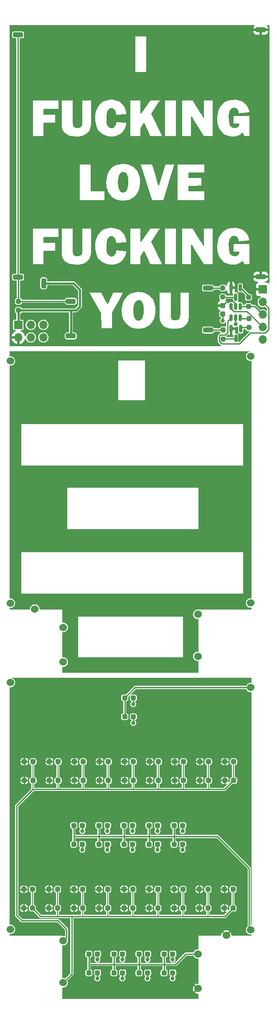
<source format=gbr>
G04 #@! TF.GenerationSoftware,KiCad,Pcbnew,(6.0.2)*
G04 #@! TF.CreationDate,2022-04-25T21:38:28-07:00*
G04 #@! TF.ProjectId,i-fucking-love-fucking-you,692d6675-636b-4696-9e67-2d6c6f76652d,rev?*
G04 #@! TF.SameCoordinates,Original*
G04 #@! TF.FileFunction,Copper,L2,Bot*
G04 #@! TF.FilePolarity,Positive*
%FSLAX46Y46*%
G04 Gerber Fmt 4.6, Leading zero omitted, Abs format (unit mm)*
G04 Created by KiCad (PCBNEW (6.0.2)) date 2022-04-25 21:38:28*
%MOMM*%
%LPD*%
G01*
G04 APERTURE LIST*
G04 Aperture macros list*
%AMRoundRect*
0 Rectangle with rounded corners*
0 $1 Rounding radius*
0 $2 $3 $4 $5 $6 $7 $8 $9 X,Y pos of 4 corners*
0 Add a 4 corners polygon primitive as box body*
4,1,4,$2,$3,$4,$5,$6,$7,$8,$9,$2,$3,0*
0 Add four circle primitives for the rounded corners*
1,1,$1+$1,$2,$3*
1,1,$1+$1,$4,$5*
1,1,$1+$1,$6,$7*
1,1,$1+$1,$8,$9*
0 Add four rect primitives between the rounded corners*
20,1,$1+$1,$2,$3,$4,$5,0*
20,1,$1+$1,$4,$5,$6,$7,0*
20,1,$1+$1,$6,$7,$8,$9,0*
20,1,$1+$1,$8,$9,$2,$3,0*%
G04 Aperture macros list end*
G04 #@! TA.AperFunction,SMDPad,CuDef*
%ADD10RoundRect,0.237500X0.237500X-0.250000X0.237500X0.250000X-0.237500X0.250000X-0.237500X-0.250000X0*%
G04 #@! TD*
G04 #@! TA.AperFunction,SMDPad,CuDef*
%ADD11RoundRect,0.150000X-0.150000X0.587500X-0.150000X-0.587500X0.150000X-0.587500X0.150000X0.587500X0*%
G04 #@! TD*
G04 #@! TA.AperFunction,CastellatedPad*
%ADD12C,1.524000*%
G04 #@! TD*
G04 #@! TA.AperFunction,SMDPad,CuDef*
%ADD13RoundRect,0.250000X0.250000X0.750000X-0.250000X0.750000X-0.250000X-0.750000X0.250000X-0.750000X0*%
G04 #@! TD*
G04 #@! TA.AperFunction,SMDPad,CuDef*
%ADD14RoundRect,0.250000X0.750000X-0.250000X0.750000X0.250000X-0.750000X0.250000X-0.750000X-0.250000X0*%
G04 #@! TD*
G04 #@! TA.AperFunction,SMDPad,CuDef*
%ADD15RoundRect,0.237500X0.287500X0.237500X-0.287500X0.237500X-0.287500X-0.237500X0.287500X-0.237500X0*%
G04 #@! TD*
G04 #@! TA.AperFunction,SMDPad,CuDef*
%ADD16RoundRect,0.237500X0.237500X-0.300000X0.237500X0.300000X-0.237500X0.300000X-0.237500X-0.300000X0*%
G04 #@! TD*
G04 #@! TA.AperFunction,ComponentPad*
%ADD17O,1.700000X1.700000*%
G04 #@! TD*
G04 #@! TA.AperFunction,ComponentPad*
%ADD18R,1.700000X1.700000*%
G04 #@! TD*
G04 #@! TA.AperFunction,SMDPad,CuDef*
%ADD19RoundRect,0.150000X-0.150000X0.512500X-0.150000X-0.512500X0.150000X-0.512500X0.150000X0.512500X0*%
G04 #@! TD*
G04 #@! TA.AperFunction,ViaPad*
%ADD20C,0.800000*%
G04 #@! TD*
G04 #@! TA.AperFunction,Conductor*
%ADD21C,0.250000*%
G04 #@! TD*
G04 #@! TA.AperFunction,Conductor*
%ADD22C,0.200000*%
G04 #@! TD*
G04 #@! TA.AperFunction,Conductor*
%ADD23C,0.381000*%
G04 #@! TD*
G04 APERTURE END LIST*
D10*
G04 #@! TO.P,R5,1*
G04 #@! TO.N,Net-(Q2-Pad2)*
X194100000Y-76147217D03*
G04 #@! TO.P,R5,2*
G04 #@! TO.N,Net-(R5-Pad2)*
X194100000Y-74322217D03*
G04 #@! TD*
G04 #@! TO.P,R3,1*
G04 #@! TO.N,Net-(J2-Pad3)*
X194000000Y-71847217D03*
G04 #@! TO.P,R3,2*
G04 #@! TO.N,Net-(Q1-Pad2)*
X194000000Y-70022217D03*
G04 #@! TD*
D11*
G04 #@! TO.P,Q2,1,E2*
G04 #@! TO.N,GND*
X190500000Y-76397217D03*
G04 #@! TO.P,Q2,2,B2*
G04 #@! TO.N,Net-(Q2-Pad2)*
X192400000Y-76397217D03*
G04 #@! TO.P,Q2,3,C2*
G04 #@! TO.N,Net-(Q2-Pad3)*
X191450000Y-78272217D03*
G04 #@! TD*
G04 #@! TO.P,Q1,1,E2*
G04 #@! TO.N,GND*
X190450000Y-68097217D03*
G04 #@! TO.P,Q1,2,B2*
G04 #@! TO.N,Net-(Q1-Pad2)*
X192350000Y-68097217D03*
G04 #@! TO.P,Q1,3,C2*
G04 #@! TO.N,Net-(Q1-Pad3)*
X191400000Y-69972217D03*
G04 #@! TD*
D12*
G04 #@! TO.P,,*
G04 #@! TO.N,Net-(D1-Pad2)*
X145750000Y-82884717D03*
G04 #@! TD*
D13*
G04 #@! TO.P,,1*
G04 #@! TO.N,VDD*
X152500000Y-67184717D03*
G04 #@! TD*
D14*
G04 #@! TO.P,,1*
G04 #@! TO.N,VDD*
X158000000Y-77834717D03*
G04 #@! TD*
G04 #@! TO.P,,1*
G04 #@! TO.N,Net-(D39-Pad1)*
X185800000Y-76634717D03*
G04 #@! TD*
D12*
G04 #@! TO.P,,*
G04 #@! TO.N,Net-(D1-Pad2)*
X145750000Y-131884717D03*
G04 #@! TD*
D14*
G04 #@! TO.P,,1*
G04 #@! TO.N,GND*
X196500000Y-65834717D03*
G04 #@! TD*
D12*
G04 #@! TO.P,,*
G04 #@! TO.N,GND*
X194450000Y-131834717D03*
G04 #@! TD*
G04 #@! TO.P,,*
G04 #@! TO.N,Net-(D39-Pad1)*
X183750000Y-142634717D03*
G04 #@! TD*
D14*
G04 #@! TO.P,,1*
G04 #@! TO.N,Net-(D21-Pad1)*
X185800000Y-68134717D03*
G04 #@! TD*
G04 #@! TO.P,,1*
G04 #@! TO.N,Net-(D1-Pad2)*
X147300000Y-16934717D03*
G04 #@! TD*
D12*
G04 #@! TO.P,,*
G04 #@! TO.N,Net-(D1-Pad2)*
X156450000Y-136784717D03*
G04 #@! TD*
G04 #@! TO.P,,*
G04 #@! TO.N,VDD*
X150700000Y-133084717D03*
G04 #@! TD*
D14*
G04 #@! TO.P,,1*
G04 #@! TO.N,GND*
X196500000Y-15934717D03*
G04 #@! TD*
D12*
G04 #@! TO.P,,*
G04 #@! TO.N,VDD*
X156450000Y-143784717D03*
G04 #@! TD*
G04 #@! TO.P,,*
G04 #@! TO.N,Net-(D21-Pad1)*
X183750000Y-134134717D03*
G04 #@! TD*
D14*
G04 #@! TO.P,,1*
G04 #@! TO.N,Net-(D1-Pad2)*
X158000000Y-70834717D03*
G04 #@! TD*
D12*
G04 #@! TO.P,,*
G04 #@! TO.N,GND*
X194450000Y-81934717D03*
G04 #@! TD*
D15*
G04 #@! TO.P,D54,1,K*
G04 #@! TO.N,Net-(D39-Pad1)*
X160395000Y-193544717D03*
G04 #@! TO.P,D54,2,A*
G04 #@! TO.N,VDD*
X158645000Y-193544717D03*
G04 #@! TD*
G04 #@! TO.P,D34,1,K*
G04 #@! TO.N,Net-(D21-Pad1)*
X170655000Y-167734717D03*
G04 #@! TO.P,D34,2,A*
G04 #@! TO.N,VDD*
X168905000Y-167734717D03*
G04 #@! TD*
D12*
G04 #@! TO.P,,*
G04 #@! TO.N,Net-(D1-Pad2)*
X183750000Y-202834717D03*
G04 #@! TD*
D15*
G04 #@! TO.P,D20,1,K*
G04 #@! TO.N,GND*
X163415000Y-206644717D03*
G04 #@! TO.P,D20,2,A*
G04 #@! TO.N,Net-(D1-Pad2)*
X161665000Y-206644717D03*
G04 #@! TD*
G04 #@! TO.P,D44,1,K*
G04 #@! TO.N,Net-(D39-Pad1)*
X165475000Y-189734717D03*
G04 #@! TO.P,D44,2,A*
G04 #@! TO.N,VDD*
X163725000Y-189734717D03*
G04 #@! TD*
D12*
G04 #@! TO.P,,*
G04 #@! TO.N,VDD*
X183750000Y-209834717D03*
G04 #@! TD*
D15*
G04 #@! TO.P,D49,1,K*
G04 #@! TO.N,Net-(D39-Pad1)*
X185795000Y-193544717D03*
G04 #@! TO.P,D49,2,A*
G04 #@! TO.N,VDD*
X184045000Y-193544717D03*
G04 #@! TD*
G04 #@! TO.P,D10,1,K*
G04 #@! TO.N,GND*
X170515000Y-180644717D03*
G04 #@! TO.P,D10,2,A*
G04 #@! TO.N,Net-(D1-Pad2)*
X168765000Y-180644717D03*
G04 #@! TD*
G04 #@! TO.P,D28,1,K*
G04 #@! TO.N,Net-(D21-Pad1)*
X155415000Y-163924717D03*
G04 #@! TO.P,D28,2,A*
G04 #@! TO.N,VDD*
X153665000Y-163924717D03*
G04 #@! TD*
G04 #@! TO.P,D25,1,K*
G04 #@! TO.N,Net-(D21-Pad1)*
X170655000Y-163924717D03*
G04 #@! TO.P,D25,2,A*
G04 #@! TO.N,VDD*
X168905000Y-163924717D03*
G04 #@! TD*
G04 #@! TO.P,D43,1,K*
G04 #@! TO.N,Net-(D39-Pad1)*
X170555000Y-189734717D03*
G04 #@! TO.P,D43,2,A*
G04 #@! TO.N,VDD*
X168805000Y-189734717D03*
G04 #@! TD*
G04 #@! TO.P,D31,1,K*
G04 #@! TO.N,Net-(D21-Pad1)*
X185895000Y-167734717D03*
G04 #@! TO.P,D31,2,A*
G04 #@! TO.N,VDD*
X184145000Y-167734717D03*
G04 #@! TD*
G04 #@! TO.P,D6,1,K*
G04 #@! TO.N,GND*
X165435000Y-176834717D03*
G04 #@! TO.P,D6,2,A*
G04 #@! TO.N,Net-(D1-Pad2)*
X163685000Y-176834717D03*
G04 #@! TD*
G04 #@! TO.P,D29,1,K*
G04 #@! TO.N,Net-(D21-Pad1)*
X150335000Y-163924717D03*
G04 #@! TO.P,D29,2,A*
G04 #@! TO.N,VDD*
X148585000Y-163924717D03*
G04 #@! TD*
G04 #@! TO.P,D1,1,K*
G04 #@! TO.N,GND*
X170675000Y-151034717D03*
G04 #@! TO.P,D1,2,A*
G04 #@! TO.N,Net-(D1-Pad2)*
X168925000Y-151034717D03*
G04 #@! TD*
G04 #@! TO.P,D3,1,K*
G04 #@! TO.N,GND*
X180675000Y-176834717D03*
G04 #@! TO.P,D3,2,A*
G04 #@! TO.N,Net-(D1-Pad2)*
X178925000Y-176834717D03*
G04 #@! TD*
G04 #@! TO.P,D33,1,K*
G04 #@! TO.N,Net-(D21-Pad1)*
X175735000Y-167734717D03*
G04 #@! TO.P,D33,2,A*
G04 #@! TO.N,VDD*
X173985000Y-167734717D03*
G04 #@! TD*
G04 #@! TO.P,D52,1,K*
G04 #@! TO.N,Net-(D39-Pad1)*
X170555000Y-193544717D03*
G04 #@! TO.P,D52,2,A*
G04 #@! TO.N,VDD*
X168805000Y-193544717D03*
G04 #@! TD*
G04 #@! TO.P,D21,1,K*
G04 #@! TO.N,Net-(D21-Pad1)*
X190975000Y-163924717D03*
G04 #@! TO.P,D21,2,A*
G04 #@! TO.N,VDD*
X189225000Y-163924717D03*
G04 #@! TD*
D10*
G04 #@! TO.P,R1,1*
G04 #@! TO.N,VDD*
X147400000Y-72647217D03*
G04 #@! TO.P,R1,2*
G04 #@! TO.N,Net-(D1-Pad2)*
X147400000Y-70822217D03*
G04 #@! TD*
D15*
G04 #@! TO.P,D12,1,K*
G04 #@! TO.N,GND*
X160355000Y-180644717D03*
G04 #@! TO.P,D12,2,A*
G04 #@! TO.N,Net-(D1-Pad2)*
X158605000Y-180644717D03*
G04 #@! TD*
G04 #@! TO.P,D45,1,K*
G04 #@! TO.N,Net-(D39-Pad1)*
X160395000Y-189734717D03*
G04 #@! TO.P,D45,2,A*
G04 #@! TO.N,VDD*
X158645000Y-189734717D03*
G04 #@! TD*
G04 #@! TO.P,D55,1,K*
G04 #@! TO.N,Net-(D39-Pad1)*
X155315000Y-193544717D03*
G04 #@! TO.P,D55,2,A*
G04 #@! TO.N,VDD*
X153565000Y-193544717D03*
G04 #@! TD*
G04 #@! TO.P,D40,1,K*
G04 #@! TO.N,Net-(D39-Pad1)*
X185795000Y-189734717D03*
G04 #@! TO.P,D40,2,A*
G04 #@! TO.N,VDD*
X184045000Y-189734717D03*
G04 #@! TD*
G04 #@! TO.P,D39,1,K*
G04 #@! TO.N,Net-(D39-Pad1)*
X190875000Y-189734717D03*
G04 #@! TO.P,D39,2,A*
G04 #@! TO.N,VDD*
X189125000Y-189734717D03*
G04 #@! TD*
G04 #@! TO.P,D14,1,K*
G04 #@! TO.N,GND*
X173575000Y-202834717D03*
G04 #@! TO.P,D14,2,A*
G04 #@! TO.N,Net-(D1-Pad2)*
X171825000Y-202834717D03*
G04 #@! TD*
G04 #@! TO.P,D18,1,K*
G04 #@! TO.N,GND*
X173575000Y-206644717D03*
G04 #@! TO.P,D18,2,A*
G04 #@! TO.N,Net-(D1-Pad2)*
X171825000Y-206644717D03*
G04 #@! TD*
G04 #@! TO.P,D32,1,K*
G04 #@! TO.N,Net-(D21-Pad1)*
X180815000Y-167734717D03*
G04 #@! TO.P,D32,2,A*
G04 #@! TO.N,VDD*
X179065000Y-167734717D03*
G04 #@! TD*
D10*
G04 #@! TO.P,R4,1*
G04 #@! TO.N,Net-(Q2-Pad3)*
X188900000Y-78447217D03*
G04 #@! TO.P,R4,2*
G04 #@! TO.N,Net-(D39-Pad1)*
X188900000Y-76622217D03*
G04 #@! TD*
D15*
G04 #@! TO.P,D11,1,K*
G04 #@! TO.N,GND*
X165435000Y-180644717D03*
G04 #@! TO.P,D11,2,A*
G04 #@! TO.N,Net-(D1-Pad2)*
X163685000Y-180644717D03*
G04 #@! TD*
D14*
G04 #@! TO.P,REF\u002A\u002A,1*
G04 #@! TO.N,Net-(D1-Pad2)*
X147300000Y-65934717D03*
G04 #@! TD*
D16*
G04 #@! TO.P,C1,1*
G04 #@! TO.N,VDD*
X188800000Y-73397217D03*
G04 #@! TO.P,C1,2*
G04 #@! TO.N,GND*
X188800000Y-71672217D03*
G04 #@! TD*
D15*
G04 #@! TO.P,D26,1,K*
G04 #@! TO.N,Net-(D21-Pad1)*
X165575000Y-163924717D03*
G04 #@! TO.P,D26,2,A*
G04 #@! TO.N,VDD*
X163825000Y-163924717D03*
G04 #@! TD*
G04 #@! TO.P,D47,1,K*
G04 #@! TO.N,Net-(D39-Pad1)*
X150235000Y-189734717D03*
G04 #@! TO.P,D47,2,A*
G04 #@! TO.N,VDD*
X148485000Y-189734717D03*
G04 #@! TD*
G04 #@! TO.P,D37,1,K*
G04 #@! TO.N,Net-(D21-Pad1)*
X155415000Y-167734717D03*
G04 #@! TO.P,D37,2,A*
G04 #@! TO.N,VDD*
X153665000Y-167734717D03*
G04 #@! TD*
G04 #@! TO.P,D46,1,K*
G04 #@! TO.N,Net-(D39-Pad1)*
X155315000Y-189734717D03*
G04 #@! TO.P,D46,2,A*
G04 #@! TO.N,VDD*
X153565000Y-189734717D03*
G04 #@! TD*
D12*
G04 #@! TO.P,,*
G04 #@! TO.N,Net-(D21-Pad1)*
X156450000Y-200134717D03*
G04 #@! TD*
D15*
G04 #@! TO.P,D30,1,K*
G04 #@! TO.N,Net-(D21-Pad1)*
X190975000Y-167734717D03*
G04 #@! TO.P,D30,2,A*
G04 #@! TO.N,VDD*
X189225000Y-167734717D03*
G04 #@! TD*
G04 #@! TO.P,D38,1,K*
G04 #@! TO.N,Net-(D21-Pad1)*
X150335000Y-167734717D03*
G04 #@! TO.P,D38,2,A*
G04 #@! TO.N,VDD*
X148585000Y-167734717D03*
G04 #@! TD*
G04 #@! TO.P,D5,1,K*
G04 #@! TO.N,GND*
X170515000Y-176834717D03*
G04 #@! TO.P,D5,2,A*
G04 #@! TO.N,Net-(D1-Pad2)*
X168765000Y-176834717D03*
G04 #@! TD*
G04 #@! TO.P,D23,1,K*
G04 #@! TO.N,Net-(D21-Pad1)*
X180815000Y-163924717D03*
G04 #@! TO.P,D23,2,A*
G04 #@! TO.N,VDD*
X179065000Y-163924717D03*
G04 #@! TD*
G04 #@! TO.P,D56,1,K*
G04 #@! TO.N,Net-(D39-Pad1)*
X150235000Y-193544717D03*
G04 #@! TO.P,D56,2,A*
G04 #@! TO.N,VDD*
X148485000Y-193544717D03*
G04 #@! TD*
D12*
G04 #@! TO.P,,*
G04 #@! TO.N,GND*
X145750000Y-197834717D03*
G04 #@! TD*
G04 #@! TO.P,,*
G04 #@! TO.N,GND*
X145750000Y-147934717D03*
G04 #@! TD*
D17*
G04 #@! TO.P,J2,5,Pin_5*
G04 #@! TO.N,VDD*
X196900000Y-78594717D03*
G04 #@! TO.P,J2,4,Pin_4*
G04 #@! TO.N,Net-(J2-Pad4)*
X196900000Y-76054717D03*
G04 #@! TO.P,J2,3,Pin_3*
G04 #@! TO.N,Net-(J2-Pad3)*
X196900000Y-73514717D03*
G04 #@! TO.P,J2,2,Pin_2*
G04 #@! TO.N,Net-(J2-Pad2)*
X196900000Y-70974717D03*
D18*
G04 #@! TO.P,J2,1,Pin_1*
G04 #@! TO.N,GND*
X196900000Y-68434717D03*
G04 #@! TD*
D15*
G04 #@! TO.P,D41,1,K*
G04 #@! TO.N,Net-(D39-Pad1)*
X180715000Y-189734717D03*
G04 #@! TO.P,D41,2,A*
G04 #@! TO.N,VDD*
X178965000Y-189734717D03*
G04 #@! TD*
G04 #@! TO.P,D22,1,K*
G04 #@! TO.N,Net-(D21-Pad1)*
X185895000Y-163924717D03*
G04 #@! TO.P,D22,2,A*
G04 #@! TO.N,VDD*
X184145000Y-163924717D03*
G04 #@! TD*
D12*
G04 #@! TO.P,,*
G04 #@! TO.N,Net-(D1-Pad2)*
X194450000Y-197934717D03*
G04 #@! TD*
D15*
G04 #@! TO.P,D17,1,K*
G04 #@! TO.N,GND*
X178655000Y-206644717D03*
G04 #@! TO.P,D17,2,A*
G04 #@! TO.N,Net-(D1-Pad2)*
X176905000Y-206644717D03*
G04 #@! TD*
D12*
G04 #@! TO.P,,*
G04 #@! TO.N,VDD*
X189500000Y-199034717D03*
G04 #@! TD*
G04 #@! TO.P,,*
G04 #@! TO.N,Net-(D1-Pad2)*
X194450000Y-148934717D03*
G04 #@! TD*
D15*
G04 #@! TO.P,D53,1,K*
G04 #@! TO.N,Net-(D39-Pad1)*
X165475000Y-193544717D03*
G04 #@! TO.P,D53,2,A*
G04 #@! TO.N,VDD*
X163725000Y-193544717D03*
G04 #@! TD*
G04 #@! TO.P,D16,1,K*
G04 #@! TO.N,GND*
X163415000Y-202834717D03*
G04 #@! TO.P,D16,2,A*
G04 #@! TO.N,Net-(D1-Pad2)*
X161665000Y-202834717D03*
G04 #@! TD*
G04 #@! TO.P,D51,1,K*
G04 #@! TO.N,Net-(D39-Pad1)*
X175635000Y-193544717D03*
G04 #@! TO.P,D51,2,A*
G04 #@! TO.N,VDD*
X173885000Y-193544717D03*
G04 #@! TD*
G04 #@! TO.P,D24,1,K*
G04 #@! TO.N,Net-(D21-Pad1)*
X175735000Y-163924717D03*
G04 #@! TO.P,D24,2,A*
G04 #@! TO.N,VDD*
X173985000Y-163924717D03*
G04 #@! TD*
G04 #@! TO.P,D48,1,K*
G04 #@! TO.N,Net-(D39-Pad1)*
X190875000Y-193544717D03*
G04 #@! TO.P,D48,2,A*
G04 #@! TO.N,VDD*
X189125000Y-193544717D03*
G04 #@! TD*
G04 #@! TO.P,D19,1,K*
G04 #@! TO.N,GND*
X168495000Y-206644717D03*
G04 #@! TO.P,D19,2,A*
G04 #@! TO.N,Net-(D1-Pad2)*
X166745000Y-206644717D03*
G04 #@! TD*
G04 #@! TO.P,D50,1,K*
G04 #@! TO.N,Net-(D39-Pad1)*
X180715000Y-193544717D03*
G04 #@! TO.P,D50,2,A*
G04 #@! TO.N,VDD*
X178965000Y-193544717D03*
G04 #@! TD*
G04 #@! TO.P,D42,1,K*
G04 #@! TO.N,Net-(D39-Pad1)*
X175635000Y-189734717D03*
G04 #@! TO.P,D42,2,A*
G04 #@! TO.N,VDD*
X173885000Y-189734717D03*
G04 #@! TD*
G04 #@! TO.P,D8,1,K*
G04 #@! TO.N,GND*
X180675000Y-180644717D03*
G04 #@! TO.P,D8,2,A*
G04 #@! TO.N,Net-(D1-Pad2)*
X178925000Y-180644717D03*
G04 #@! TD*
G04 #@! TO.P,D27,1,K*
G04 #@! TO.N,Net-(D21-Pad1)*
X160495000Y-163924717D03*
G04 #@! TO.P,D27,2,A*
G04 #@! TO.N,VDD*
X158745000Y-163924717D03*
G04 #@! TD*
D12*
G04 #@! TO.P,,*
G04 #@! TO.N,Net-(D39-Pad1)*
X156450000Y-208634717D03*
G04 #@! TD*
D15*
G04 #@! TO.P,D2,1,K*
G04 #@! TO.N,GND*
X170675000Y-154844717D03*
G04 #@! TO.P,D2,2,A*
G04 #@! TO.N,Net-(D1-Pad2)*
X168925000Y-154844717D03*
G04 #@! TD*
D18*
G04 #@! TO.P,J1,1,Pin_1*
G04 #@! TO.N,VDD*
X147360000Y-75594717D03*
D17*
G04 #@! TO.P,J1,2,Pin_2*
G04 #@! TO.N,GND*
X147360000Y-78134717D03*
G04 #@! TO.P,J1,3,Pin_3*
G04 #@! TO.N,unconnected-(J1-Pad3)*
X149900000Y-75594717D03*
G04 #@! TO.P,J1,4,Pin_4*
G04 #@! TO.N,unconnected-(J1-Pad4)*
X149900000Y-78134717D03*
G04 #@! TO.P,J1,5,Pin_5*
G04 #@! TO.N,unconnected-(J1-Pad5)*
X152440000Y-75594717D03*
G04 #@! TO.P,J1,6,Pin_6*
G04 #@! TO.N,unconnected-(J1-Pad6)*
X152440000Y-78134717D03*
G04 #@! TD*
D15*
G04 #@! TO.P,D15,1,K*
G04 #@! TO.N,GND*
X168495000Y-202834717D03*
G04 #@! TO.P,D15,2,A*
G04 #@! TO.N,Net-(D1-Pad2)*
X166745000Y-202834717D03*
G04 #@! TD*
G04 #@! TO.P,D4,1,K*
G04 #@! TO.N,GND*
X175595000Y-176834717D03*
G04 #@! TO.P,D4,2,A*
G04 #@! TO.N,Net-(D1-Pad2)*
X173845000Y-176834717D03*
G04 #@! TD*
G04 #@! TO.P,D35,1,K*
G04 #@! TO.N,Net-(D21-Pad1)*
X165575000Y-167734717D03*
G04 #@! TO.P,D35,2,A*
G04 #@! TO.N,VDD*
X163825000Y-167734717D03*
G04 #@! TD*
G04 #@! TO.P,D9,1,K*
G04 #@! TO.N,GND*
X175595000Y-180644717D03*
G04 #@! TO.P,D9,2,A*
G04 #@! TO.N,Net-(D1-Pad2)*
X173845000Y-180644717D03*
G04 #@! TD*
G04 #@! TO.P,D7,1,K*
G04 #@! TO.N,GND*
X160355000Y-176834717D03*
G04 #@! TO.P,D7,2,A*
G04 #@! TO.N,Net-(D1-Pad2)*
X158605000Y-176834717D03*
G04 #@! TD*
G04 #@! TO.P,D36,1,K*
G04 #@! TO.N,Net-(D21-Pad1)*
X160495000Y-167734717D03*
G04 #@! TO.P,D36,2,A*
G04 #@! TO.N,VDD*
X158745000Y-167734717D03*
G04 #@! TD*
D10*
G04 #@! TO.P,R2,1*
G04 #@! TO.N,Net-(Q1-Pad3)*
X188800000Y-69947217D03*
G04 #@! TO.P,R2,2*
G04 #@! TO.N,Net-(D21-Pad1)*
X188800000Y-68122217D03*
G04 #@! TD*
D15*
G04 #@! TO.P,D13,1,K*
G04 #@! TO.N,GND*
X178655000Y-202834717D03*
G04 #@! TO.P,D13,2,A*
G04 #@! TO.N,Net-(D1-Pad2)*
X176905000Y-202834717D03*
G04 #@! TD*
D19*
G04 #@! TO.P,U1,1,PB0*
G04 #@! TO.N,Net-(J2-Pad4)*
X190450000Y-71897217D03*
G04 #@! TO.P,U1,2,GND*
G04 #@! TO.N,GND*
X191400000Y-71897217D03*
G04 #@! TO.P,U1,3,PB1*
G04 #@! TO.N,Net-(J2-Pad3)*
X192350000Y-71897217D03*
G04 #@! TO.P,U1,4,PB2*
G04 #@! TO.N,Net-(R5-Pad2)*
X192350000Y-74172217D03*
G04 #@! TO.P,U1,5,VCC*
G04 #@! TO.N,VDD*
X191400000Y-74172217D03*
G04 #@! TO.P,U1,6,~{RESET}/PB3*
G04 #@! TO.N,Net-(J2-Pad2)*
X190450000Y-74172217D03*
G04 #@! TD*
D20*
G04 #@! TO.N,GND*
X168470000Y-203947217D03*
X178630000Y-207757217D03*
X165410000Y-181757217D03*
X170650000Y-156122217D03*
X170650000Y-152284717D03*
X170490000Y-177947217D03*
X163390000Y-207757217D03*
X180650000Y-181757217D03*
X163390000Y-203947217D03*
X160330000Y-177947217D03*
X175570000Y-177947217D03*
X175570000Y-181757217D03*
X170490000Y-181757217D03*
X173550000Y-203947217D03*
X178630000Y-203947217D03*
X165410000Y-177947217D03*
X173550000Y-207757217D03*
X168425000Y-207757217D03*
X180650000Y-177947217D03*
X160330000Y-181757217D03*
G04 #@! TO.N,VDD*
X191400000Y-75434717D03*
X152500000Y-67184717D03*
X158012500Y-77822217D03*
X188800000Y-74734717D03*
G04 #@! TD*
D21*
G04 #@! TO.N,Net-(Q1-Pad2)*
X194000000Y-69747217D02*
X192350000Y-68097217D01*
X194000000Y-70022217D02*
X194000000Y-69747217D01*
G04 #@! TO.N,Net-(Q2-Pad2)*
X192650000Y-76147217D02*
X192400000Y-76397217D01*
X194100000Y-76147217D02*
X192650000Y-76147217D01*
G04 #@! TO.N,Net-(R5-Pad2)*
X192500000Y-74322217D02*
X192350000Y-74172217D01*
X194100000Y-74322217D02*
X192500000Y-74322217D01*
G04 #@! TO.N,Net-(J2-Pad2)*
X189800000Y-77134717D02*
X189299520Y-77635197D01*
X189800000Y-74822217D02*
X189800000Y-77134717D01*
X189925480Y-74696737D02*
X189800000Y-74822217D01*
G04 #@! TO.N,GND*
X191400000Y-71380789D02*
X191400000Y-71897217D01*
X189715948Y-70756269D02*
X190775480Y-70756269D01*
X188800000Y-71672217D02*
X189715948Y-70756269D01*
X190775480Y-70756269D02*
X191400000Y-71380789D01*
G04 #@! TO.N,Net-(Q1-Pad3)*
X191400000Y-69972217D02*
X188825000Y-69972217D01*
G04 #@! TO.N,GND*
X191400000Y-71934717D02*
X191400000Y-71897217D01*
X170675000Y-151034717D02*
X170675000Y-152259717D01*
X163415000Y-206507217D02*
X163415000Y-207732217D01*
X170515000Y-176697217D02*
X170515000Y-177922217D01*
X173575000Y-202697217D02*
X173575000Y-203922217D01*
X163415000Y-202697217D02*
X163415000Y-203922217D01*
X168495000Y-202697217D02*
X168495000Y-203922217D01*
X170675000Y-154872217D02*
X170675000Y-156097217D01*
X168450000Y-206507217D02*
X168450000Y-207732217D01*
X170675000Y-152259717D02*
X170650000Y-152284717D01*
X165435000Y-176697217D02*
X165435000Y-177922217D01*
X175595000Y-180507217D02*
X175595000Y-181732217D01*
X170515000Y-180507217D02*
X170515000Y-181732217D01*
X178655000Y-202697217D02*
X178655000Y-203922217D01*
X160355000Y-176697217D02*
X160355000Y-177922217D01*
X173575000Y-206507217D02*
X173575000Y-207732217D01*
X178655000Y-206507217D02*
X178655000Y-207732217D01*
X175595000Y-176697217D02*
X175595000Y-177922217D01*
X180675000Y-176697217D02*
X180675000Y-177922217D01*
X165435000Y-180507217D02*
X165435000Y-181732217D01*
X180675000Y-180507217D02*
X180675000Y-181732217D01*
X160355000Y-180507217D02*
X160355000Y-181732217D01*
G04 #@! TO.N,Net-(D1-Pad2)*
X171825000Y-202834717D02*
X171825000Y-206644717D01*
X178925000Y-176834717D02*
X178925000Y-179009717D01*
X147400000Y-70822217D02*
X147400000Y-66034717D01*
X161650000Y-206629717D02*
X161665000Y-206644717D01*
X194450000Y-148934717D02*
X171025000Y-148934717D01*
X178925000Y-179009717D02*
X178950000Y-179034717D01*
X147400000Y-70822217D02*
X157987500Y-70822217D01*
X163685000Y-176834717D02*
X163685000Y-180644717D01*
X194150000Y-185484717D02*
X187700000Y-179034717D01*
X179200000Y-204934717D02*
X161650000Y-204934717D01*
X176905000Y-202834717D02*
X176905000Y-206644717D01*
X178950000Y-179034717D02*
X158600000Y-179034717D01*
X173845000Y-176834717D02*
X173845000Y-180644717D01*
X147400000Y-66034717D02*
X147300000Y-65934717D01*
X168925000Y-151034717D02*
X168925000Y-154844717D01*
X161650000Y-204934717D02*
X161650000Y-202849717D01*
X194150000Y-197634717D02*
X194150000Y-185484717D01*
X194450000Y-197934717D02*
X194150000Y-197634717D01*
X178925000Y-180644717D02*
X178925000Y-179059717D01*
X181300000Y-202834717D02*
X179200000Y-204934717D01*
X171025000Y-148934717D02*
X168925000Y-151034717D01*
X161650000Y-202849717D02*
X161665000Y-202834717D01*
X183750000Y-202834717D02*
X181300000Y-202834717D01*
X178925000Y-179059717D02*
X178950000Y-179034717D01*
X161650000Y-204934717D02*
X161650000Y-206629717D01*
X166745000Y-202834717D02*
X166745000Y-206644717D01*
X157987500Y-70822217D02*
X158000000Y-70834717D01*
X168765000Y-176834717D02*
X168765000Y-180644717D01*
X158605000Y-176834717D02*
X158605000Y-180644717D01*
X187700000Y-179034717D02*
X178950000Y-179034717D01*
X147300000Y-65934717D02*
X147300000Y-16934717D01*
G04 #@! TO.N,Net-(D21-Pad1)*
X175750000Y-169534717D02*
X180800000Y-169534717D01*
X165550000Y-169534717D02*
X170550000Y-169534717D01*
D22*
X180800000Y-167749717D02*
X180800000Y-169534717D01*
X175735000Y-167734717D02*
X175735000Y-169519717D01*
X155415000Y-163924717D02*
X155415000Y-167734717D01*
D21*
X150350000Y-169534717D02*
X155500000Y-169534717D01*
X157150000Y-199434717D02*
X157150000Y-197834717D01*
X155500000Y-169534717D02*
X160400000Y-169534717D01*
D22*
X155415000Y-167734717D02*
X155415000Y-169449717D01*
X150335000Y-163924717D02*
X150335000Y-167734717D01*
D21*
X185812500Y-68122217D02*
X185800000Y-68134717D01*
X188800000Y-68122217D02*
X185812500Y-68122217D01*
X185800000Y-169534717D02*
X189175000Y-169534717D01*
D22*
X165575000Y-163924717D02*
X165575000Y-167734717D01*
X165575000Y-167734717D02*
X165575000Y-169509717D01*
D21*
X189175000Y-169534717D02*
X190975000Y-167734717D01*
D22*
X175735000Y-169519717D02*
X175750000Y-169534717D01*
X160495000Y-169439717D02*
X160400000Y-169534717D01*
X170655000Y-169429717D02*
X170550000Y-169534717D01*
X165575000Y-169509717D02*
X165550000Y-169534717D01*
D21*
X156450000Y-200134717D02*
X157150000Y-199434717D01*
X147050000Y-172834717D02*
X150350000Y-169534717D01*
D22*
X175735000Y-163924717D02*
X175735000Y-167734717D01*
D21*
X147050000Y-195034717D02*
X147050000Y-172834717D01*
D22*
X180815000Y-163924717D02*
X180815000Y-167734717D01*
X150335000Y-169519717D02*
X150350000Y-169534717D01*
X185895000Y-167734717D02*
X185895000Y-169439717D01*
D21*
X170550000Y-169534717D02*
X175750000Y-169534717D01*
D22*
X180815000Y-167734717D02*
X180800000Y-167749717D01*
X160495000Y-167734717D02*
X160495000Y-169439717D01*
X185895000Y-169439717D02*
X185800000Y-169534717D01*
X170655000Y-163924717D02*
X170655000Y-167734717D01*
X155415000Y-169449717D02*
X155500000Y-169534717D01*
X160495000Y-163924717D02*
X160495000Y-167734717D01*
X150335000Y-167734717D02*
X150335000Y-169519717D01*
D21*
X155400000Y-196084717D02*
X148100000Y-196084717D01*
D22*
X190975000Y-163924717D02*
X190975000Y-167734717D01*
D21*
X180800000Y-169534717D02*
X185800000Y-169534717D01*
X157150000Y-197834717D02*
X155400000Y-196084717D01*
X160400000Y-169534717D02*
X165550000Y-169534717D01*
D22*
X185895000Y-163924717D02*
X185895000Y-167734717D01*
D21*
X148100000Y-196084717D02*
X147050000Y-195034717D01*
D22*
X170655000Y-167734717D02*
X170655000Y-169429717D01*
D21*
G04 #@! TO.N,VDD*
X188800000Y-73397217D02*
X188800000Y-74734717D01*
D23*
X158012500Y-77822217D02*
X158012500Y-72647217D01*
X159037500Y-72647217D02*
X159850000Y-71834717D01*
X159850000Y-68484717D02*
X158550000Y-67184717D01*
X159850000Y-71834717D02*
X159850000Y-68484717D01*
D21*
X147400000Y-72647217D02*
X147360000Y-72687217D01*
D23*
X147360000Y-72687217D02*
X147360000Y-75594717D01*
X158012500Y-72647217D02*
X159037500Y-72647217D01*
D21*
X158000000Y-77834717D02*
X158012500Y-77822217D01*
D23*
X158550000Y-67184717D02*
X152500000Y-67184717D01*
X147400000Y-72647217D02*
X158012500Y-72647217D01*
D21*
X191400000Y-74172217D02*
X191400000Y-75434717D01*
D22*
G04 #@! TO.N,Net-(D39-Pad1)*
X150235000Y-193544717D02*
X150235000Y-193569717D01*
X170555000Y-195189717D02*
X170600000Y-195234717D01*
X160395000Y-195189717D02*
X160350000Y-195234717D01*
D21*
X150235000Y-193569717D02*
X151900000Y-195234717D01*
D22*
X160395000Y-193544717D02*
X160395000Y-195189717D01*
X185795000Y-195229717D02*
X185800000Y-195234717D01*
X175635000Y-195199717D02*
X175600000Y-195234717D01*
X185795000Y-189734717D02*
X185795000Y-193544717D01*
X175635000Y-189734717D02*
X175635000Y-193544717D01*
X165475000Y-189734717D02*
X165475000Y-193544717D01*
X155315000Y-189734717D02*
X155315000Y-193544717D01*
X170555000Y-189734717D02*
X170555000Y-193544717D01*
D21*
X151900000Y-195234717D02*
X189185000Y-195234717D01*
D22*
X155315000Y-195169717D02*
X155250000Y-195234717D01*
X150235000Y-189734717D02*
X150235000Y-193544717D01*
X170555000Y-193544717D02*
X170555000Y-195189717D01*
X160395000Y-189734717D02*
X160395000Y-193544717D01*
D21*
X158200000Y-206884717D02*
X158200000Y-195284717D01*
X185812500Y-76622217D02*
X185800000Y-76634717D01*
X188900000Y-76622217D02*
X185812500Y-76622217D01*
D22*
X175635000Y-193544717D02*
X175635000Y-195199717D01*
X180715000Y-195219717D02*
X180700000Y-195234717D01*
X165475000Y-193544717D02*
X165475000Y-195209717D01*
X185795000Y-193544717D02*
X185795000Y-195229717D01*
X190875000Y-193544717D02*
X190875000Y-193859717D01*
D21*
X156450000Y-208634717D02*
X158200000Y-206884717D01*
D22*
X165475000Y-195209717D02*
X165500000Y-195234717D01*
D21*
X189185000Y-195234717D02*
X190875000Y-193544717D01*
D22*
X155315000Y-193544717D02*
X155315000Y-195169717D01*
X190875000Y-189734717D02*
X190875000Y-193544717D01*
X180715000Y-189734717D02*
X180715000Y-193544717D01*
X180715000Y-193544717D02*
X180715000Y-195219717D01*
D21*
G04 #@! TO.N,Net-(J2-Pad2)*
X192200480Y-79434237D02*
X194405489Y-77229228D01*
X194405489Y-77229228D02*
X197386499Y-77229228D01*
X190450000Y-74172217D02*
X189925480Y-74696737D01*
X189299520Y-77635197D02*
X188299520Y-77635197D01*
X188604704Y-79434237D02*
X192200480Y-79434237D01*
X198100000Y-72174717D02*
X196900000Y-70974717D01*
X188299520Y-77635197D02*
X188100480Y-77834237D01*
X197386499Y-77229228D02*
X198100000Y-76515727D01*
X188100480Y-77834237D02*
X188100480Y-78930013D01*
X188100480Y-78930013D02*
X188604704Y-79434237D01*
X198100000Y-76515727D02*
X198100000Y-72174717D01*
G04 #@! TO.N,Net-(J2-Pad3)*
X192350000Y-71897217D02*
X195282500Y-71897217D01*
X195282500Y-71897217D02*
X196900000Y-73514717D01*
G04 #@! TO.N,Net-(J2-Pad4)*
X190450000Y-71897217D02*
X190450000Y-72280789D01*
X191053448Y-72884237D02*
X193729520Y-72884237D01*
X193729520Y-72884237D02*
X196900000Y-76054717D01*
X190450000Y-72280789D02*
X191053448Y-72884237D01*
G04 #@! TO.N,Net-(Q1-Pad3)*
X188825000Y-69972217D02*
X188800000Y-69947217D01*
G04 #@! TO.N,Net-(Q2-Pad3)*
X191500000Y-78372217D02*
X188975000Y-78372217D01*
X188975000Y-78372217D02*
X188900000Y-78447217D01*
G04 #@! TD*
G04 #@! TA.AperFunction,NonConductor*
G36*
X145832688Y-80934856D02*
G01*
X145860697Y-80939217D01*
X145936226Y-80939217D01*
X145966824Y-80934835D01*
X145968482Y-80934717D01*
X146480889Y-80934717D01*
X146482688Y-80934856D01*
X146510697Y-80939217D01*
X146586226Y-80939217D01*
X146616824Y-80934835D01*
X146618482Y-80934717D01*
X147130889Y-80934717D01*
X147132688Y-80934856D01*
X147160697Y-80939217D01*
X147236226Y-80939217D01*
X147266824Y-80934835D01*
X147268482Y-80934717D01*
X147780889Y-80934717D01*
X147782688Y-80934856D01*
X147810697Y-80939217D01*
X147886226Y-80939217D01*
X147916824Y-80934835D01*
X147918482Y-80934717D01*
X148430889Y-80934717D01*
X148432688Y-80934856D01*
X148460697Y-80939217D01*
X148536226Y-80939217D01*
X148566824Y-80934835D01*
X148568482Y-80934717D01*
X148799459Y-80934717D01*
X148799500Y-80934816D01*
X148799617Y-80935100D01*
X148800000Y-80935258D01*
X148800099Y-80935217D01*
X194587800Y-80935217D01*
X194596073Y-80938644D01*
X194599500Y-80946917D01*
X194599500Y-80969593D01*
X194596073Y-80977866D01*
X194587800Y-80981293D01*
X194586581Y-80981229D01*
X194456752Y-80967584D01*
X194268773Y-80984691D01*
X194188193Y-81008407D01*
X194088243Y-81037824D01*
X194088240Y-81037825D01*
X194087697Y-81037985D01*
X194087199Y-81038246D01*
X194087195Y-81038247D01*
X193920922Y-81125172D01*
X193920918Y-81125175D01*
X193920420Y-81125435D01*
X193919978Y-81125790D01*
X193919974Y-81125793D01*
X193911125Y-81132908D01*
X193773316Y-81243710D01*
X193772956Y-81244139D01*
X193772951Y-81244144D01*
X193652351Y-81387870D01*
X193651986Y-81388305D01*
X193561052Y-81553713D01*
X193503978Y-81733634D01*
X193482937Y-81921213D01*
X193482985Y-81921785D01*
X193496546Y-82083270D01*
X193498732Y-82109307D01*
X193550760Y-82290751D01*
X193637040Y-82458634D01*
X193754285Y-82606561D01*
X193898030Y-82728897D01*
X194062800Y-82820984D01*
X194242317Y-82879312D01*
X194429745Y-82901662D01*
X194430305Y-82901619D01*
X194430307Y-82901619D01*
X194492696Y-82896818D01*
X194586903Y-82889569D01*
X194595414Y-82892352D01*
X194599500Y-82901235D01*
X194599500Y-130869593D01*
X194596073Y-130877866D01*
X194587800Y-130881293D01*
X194586581Y-130881229D01*
X194456752Y-130867584D01*
X194268773Y-130884691D01*
X194188193Y-130908407D01*
X194088243Y-130937824D01*
X194088240Y-130937825D01*
X194087697Y-130937985D01*
X194087199Y-130938246D01*
X194087195Y-130938247D01*
X193920922Y-131025172D01*
X193920918Y-131025175D01*
X193920420Y-131025435D01*
X193919978Y-131025790D01*
X193919974Y-131025793D01*
X193773761Y-131143352D01*
X193773316Y-131143710D01*
X193772956Y-131144139D01*
X193772951Y-131144144D01*
X193652351Y-131287870D01*
X193651986Y-131288305D01*
X193651713Y-131288801D01*
X193651712Y-131288803D01*
X193618344Y-131349500D01*
X193561052Y-131453713D01*
X193503978Y-131633634D01*
X193503915Y-131634199D01*
X193503914Y-131634202D01*
X193496821Y-131697434D01*
X193482937Y-131821213D01*
X193482985Y-131821785D01*
X193490510Y-131911390D01*
X193498732Y-132009307D01*
X193550760Y-132190751D01*
X193637040Y-132358634D01*
X193754285Y-132506561D01*
X193754722Y-132506933D01*
X193754723Y-132506934D01*
X193804738Y-132549500D01*
X193898030Y-132628897D01*
X194062800Y-132720984D01*
X194242317Y-132779312D01*
X194429745Y-132801662D01*
X194430305Y-132801619D01*
X194430307Y-132801619D01*
X194492696Y-132796818D01*
X194586903Y-132789569D01*
X194595414Y-132792352D01*
X194599500Y-132801235D01*
X194599500Y-133122517D01*
X194596073Y-133130790D01*
X194587800Y-133134217D01*
X183900099Y-133134217D01*
X183900000Y-133134176D01*
X183899901Y-133134217D01*
X183899617Y-133134334D01*
X183899459Y-133134717D01*
X183899500Y-133134816D01*
X183899500Y-133169593D01*
X183896073Y-133177866D01*
X183887800Y-133181293D01*
X183886581Y-133181229D01*
X183756752Y-133167584D01*
X183568773Y-133184691D01*
X183488193Y-133208407D01*
X183388243Y-133237824D01*
X183388240Y-133237825D01*
X183387697Y-133237985D01*
X183387199Y-133238246D01*
X183387195Y-133238247D01*
X183220922Y-133325172D01*
X183220918Y-133325175D01*
X183220420Y-133325435D01*
X183219978Y-133325790D01*
X183219974Y-133325793D01*
X183211125Y-133332908D01*
X183073316Y-133443710D01*
X183072956Y-133444139D01*
X183072951Y-133444144D01*
X183044463Y-133478095D01*
X182951986Y-133588305D01*
X182861052Y-133753713D01*
X182860881Y-133754253D01*
X182860879Y-133754257D01*
X182816176Y-133895180D01*
X182803978Y-133933634D01*
X182803915Y-133934199D01*
X182803914Y-133934202D01*
X182783001Y-134120642D01*
X182782937Y-134121213D01*
X182798732Y-134309307D01*
X182850760Y-134490751D01*
X182851024Y-134491264D01*
X182925846Y-134636852D01*
X182937040Y-134658634D01*
X183054285Y-134806561D01*
X183198030Y-134928897D01*
X183362800Y-135020984D01*
X183542317Y-135079312D01*
X183729745Y-135101662D01*
X183730305Y-135101619D01*
X183730307Y-135101619D01*
X183792696Y-135096818D01*
X183886903Y-135089569D01*
X183895414Y-135092352D01*
X183899500Y-135101235D01*
X183899500Y-141669593D01*
X183896073Y-141677866D01*
X183887800Y-141681293D01*
X183886581Y-141681229D01*
X183756752Y-141667584D01*
X183568773Y-141684691D01*
X183488193Y-141708407D01*
X183388243Y-141737824D01*
X183388240Y-141737825D01*
X183387697Y-141737985D01*
X183387199Y-141738246D01*
X183387195Y-141738247D01*
X183220922Y-141825172D01*
X183220918Y-141825175D01*
X183220420Y-141825435D01*
X183219978Y-141825790D01*
X183219974Y-141825793D01*
X183211125Y-141832908D01*
X183073316Y-141943710D01*
X183072956Y-141944139D01*
X183072951Y-141944144D01*
X182952351Y-142087870D01*
X182951986Y-142088305D01*
X182861052Y-142253713D01*
X182803978Y-142433634D01*
X182782937Y-142621213D01*
X182798732Y-142809307D01*
X182798889Y-142809854D01*
X182798889Y-142809855D01*
X182806173Y-142835258D01*
X182850760Y-142990751D01*
X182937040Y-143158634D01*
X183054285Y-143306561D01*
X183198030Y-143428897D01*
X183362800Y-143520984D01*
X183542317Y-143579312D01*
X183729745Y-143601662D01*
X183730305Y-143601619D01*
X183730307Y-143601619D01*
X183799248Y-143596314D01*
X183886903Y-143589569D01*
X183895414Y-143592352D01*
X183899500Y-143601235D01*
X183899500Y-145922517D01*
X183896073Y-145930790D01*
X183887800Y-145934217D01*
X159500099Y-145934217D01*
X159500000Y-145934176D01*
X159499901Y-145934217D01*
X159499617Y-145934334D01*
X159499459Y-145934717D01*
X159269111Y-145934717D01*
X159267311Y-145934578D01*
X159265744Y-145934334D01*
X159239303Y-145930217D01*
X159163774Y-145930217D01*
X159133176Y-145934599D01*
X159131518Y-145934717D01*
X158619111Y-145934717D01*
X158617311Y-145934578D01*
X158615744Y-145934334D01*
X158589303Y-145930217D01*
X158513774Y-145930217D01*
X158483176Y-145934599D01*
X158481518Y-145934717D01*
X157969111Y-145934717D01*
X157967311Y-145934578D01*
X157965744Y-145934334D01*
X157939303Y-145930217D01*
X157863774Y-145930217D01*
X157833176Y-145934599D01*
X157831518Y-145934717D01*
X157319111Y-145934717D01*
X157317311Y-145934578D01*
X157315744Y-145934334D01*
X157289303Y-145930217D01*
X157213774Y-145930217D01*
X157183176Y-145934599D01*
X157181518Y-145934717D01*
X156669111Y-145934717D01*
X156667311Y-145934578D01*
X156665744Y-145934334D01*
X156639303Y-145930217D01*
X156563774Y-145930217D01*
X156533176Y-145934599D01*
X156531518Y-145934717D01*
X156312200Y-145934717D01*
X156303927Y-145931290D01*
X156300500Y-145923017D01*
X156300500Y-144749428D01*
X156303927Y-144741155D01*
X156312200Y-144737728D01*
X156313579Y-144737810D01*
X156429745Y-144751662D01*
X156430305Y-144751619D01*
X156430307Y-144751619D01*
X156617375Y-144737225D01*
X156617376Y-144737225D01*
X156617945Y-144737181D01*
X156799748Y-144686420D01*
X156830307Y-144670984D01*
X156967716Y-144601574D01*
X156968229Y-144601315D01*
X157116970Y-144485105D01*
X157240307Y-144342218D01*
X157333542Y-144178095D01*
X157393123Y-143998989D01*
X157416780Y-143811722D01*
X157417157Y-143784717D01*
X157398738Y-143596862D01*
X157397377Y-143592352D01*
X157344344Y-143416701D01*
X157344343Y-143416699D01*
X157344181Y-143416162D01*
X157255566Y-143249500D01*
X157136266Y-143103225D01*
X156990827Y-142982908D01*
X156824788Y-142893131D01*
X156691030Y-142851726D01*
X156645017Y-142837482D01*
X156645016Y-142837482D01*
X156644474Y-142837314D01*
X156619765Y-142834717D01*
X159499459Y-142834717D01*
X159499500Y-142834816D01*
X159499617Y-142835100D01*
X159500000Y-142835258D01*
X159500099Y-142835217D01*
X180699901Y-142835217D01*
X180700000Y-142835258D01*
X180700099Y-142835217D01*
X180700383Y-142835100D01*
X180700541Y-142834717D01*
X180700500Y-142834618D01*
X180700500Y-134634816D01*
X180700541Y-134634717D01*
X180700383Y-134634334D01*
X180700099Y-134634217D01*
X180700000Y-134634176D01*
X180699901Y-134634217D01*
X159500099Y-134634217D01*
X159500000Y-134634176D01*
X159499901Y-134634217D01*
X159499617Y-134634334D01*
X159499459Y-134634717D01*
X159499500Y-134634816D01*
X159499500Y-142834618D01*
X159499459Y-142834717D01*
X156619765Y-142834717D01*
X156456752Y-142817584D01*
X156313259Y-142830643D01*
X156304711Y-142827980D01*
X156300548Y-142820051D01*
X156300500Y-142818991D01*
X156300500Y-137749428D01*
X156303927Y-137741155D01*
X156312200Y-137737728D01*
X156313579Y-137737810D01*
X156429745Y-137751662D01*
X156430305Y-137751619D01*
X156430307Y-137751619D01*
X156617375Y-137737225D01*
X156617376Y-137737225D01*
X156617945Y-137737181D01*
X156799748Y-137686420D01*
X156830307Y-137670984D01*
X156967716Y-137601574D01*
X156968229Y-137601315D01*
X157116970Y-137485105D01*
X157240307Y-137342218D01*
X157333542Y-137178095D01*
X157393123Y-136998989D01*
X157416780Y-136811722D01*
X157417157Y-136784717D01*
X157398738Y-136596862D01*
X157394745Y-136583634D01*
X157344344Y-136416701D01*
X157344343Y-136416699D01*
X157344181Y-136416162D01*
X157255566Y-136249500D01*
X157136266Y-136103225D01*
X156990827Y-135982908D01*
X156824788Y-135893131D01*
X156644474Y-135837314D01*
X156456752Y-135817584D01*
X156313259Y-135830643D01*
X156304711Y-135827980D01*
X156300548Y-135820051D01*
X156300500Y-135818991D01*
X156300500Y-133134816D01*
X156300541Y-133134717D01*
X156300383Y-133134334D01*
X156300099Y-133134217D01*
X156300000Y-133134176D01*
X156299901Y-133134217D01*
X151677210Y-133134217D01*
X151668937Y-133130790D01*
X151665510Y-133122517D01*
X151665602Y-133121051D01*
X151666738Y-133112052D01*
X151666780Y-133111722D01*
X151667157Y-133084717D01*
X151648738Y-132896862D01*
X151644745Y-132883634D01*
X151594344Y-132716701D01*
X151594343Y-132716699D01*
X151594181Y-132716162D01*
X151586425Y-132701574D01*
X151505831Y-132549999D01*
X151505566Y-132549500D01*
X151418068Y-132442218D01*
X151386625Y-132403665D01*
X151386624Y-132403664D01*
X151386266Y-132403225D01*
X151240827Y-132282908D01*
X151232849Y-132278594D01*
X151075295Y-132193405D01*
X151075294Y-132193405D01*
X151074788Y-132193131D01*
X150894474Y-132137314D01*
X150706752Y-132117584D01*
X150518773Y-132134691D01*
X150438193Y-132158407D01*
X150338243Y-132187824D01*
X150338240Y-132187825D01*
X150337697Y-132187985D01*
X150337199Y-132188246D01*
X150337195Y-132188247D01*
X150170922Y-132275172D01*
X150170918Y-132275175D01*
X150170420Y-132275435D01*
X150169978Y-132275790D01*
X150169974Y-132275793D01*
X150023761Y-132393352D01*
X150023316Y-132393710D01*
X150022956Y-132394139D01*
X150022951Y-132394144D01*
X149928622Y-132506561D01*
X149901986Y-132538305D01*
X149901713Y-132538801D01*
X149901712Y-132538803D01*
X149852183Y-132628897D01*
X149811052Y-132703713D01*
X149810881Y-132704253D01*
X149810879Y-132704257D01*
X149779981Y-132801662D01*
X149753978Y-132883634D01*
X149753915Y-132884199D01*
X149753914Y-132884202D01*
X149752494Y-132896862D01*
X149732937Y-133071213D01*
X149732985Y-133071785D01*
X149737163Y-133121538D01*
X149734440Y-133130069D01*
X149726483Y-133134176D01*
X149725504Y-133134217D01*
X145612200Y-133134217D01*
X145603927Y-133130790D01*
X145600500Y-133122517D01*
X145600500Y-132849428D01*
X145603927Y-132841155D01*
X145612200Y-132837728D01*
X145613579Y-132837810D01*
X145729745Y-132851662D01*
X145730305Y-132851619D01*
X145730307Y-132851619D01*
X145917375Y-132837225D01*
X145917376Y-132837225D01*
X145917945Y-132837181D01*
X146092216Y-132788523D01*
X146099193Y-132786575D01*
X146099748Y-132786420D01*
X146130307Y-132770984D01*
X146228940Y-132721161D01*
X146268229Y-132701315D01*
X146416970Y-132585105D01*
X146484446Y-132506934D01*
X146539936Y-132442648D01*
X146539937Y-132442647D01*
X146540307Y-132442218D01*
X146587533Y-132359085D01*
X146633259Y-132278594D01*
X146633261Y-132278590D01*
X146633542Y-132278095D01*
X146634515Y-132275172D01*
X146692944Y-132099528D01*
X146692945Y-132099525D01*
X146693123Y-132098989D01*
X146716780Y-131911722D01*
X146717157Y-131884717D01*
X146698738Y-131696862D01*
X146694745Y-131683634D01*
X146644344Y-131516701D01*
X146644343Y-131516699D01*
X146644181Y-131516162D01*
X146555566Y-131349500D01*
X146436266Y-131203225D01*
X146290827Y-131082908D01*
X146124788Y-130993131D01*
X145944474Y-130937314D01*
X145756752Y-130917584D01*
X145613259Y-130930643D01*
X145604711Y-130927980D01*
X145600548Y-130920051D01*
X145600500Y-130918991D01*
X145600500Y-129934717D01*
X147999459Y-129934717D01*
X147999500Y-129934816D01*
X147999617Y-129935100D01*
X148000000Y-129935258D01*
X148000099Y-129935217D01*
X192899901Y-129935217D01*
X192900000Y-129935258D01*
X192900099Y-129935217D01*
X192900383Y-129935100D01*
X192900541Y-129934717D01*
X192900500Y-129934618D01*
X192900500Y-121534816D01*
X192900541Y-121534717D01*
X192900383Y-121534334D01*
X192900099Y-121534217D01*
X192900000Y-121534176D01*
X192899901Y-121534217D01*
X148000099Y-121534217D01*
X148000000Y-121534176D01*
X147999901Y-121534217D01*
X147999617Y-121534334D01*
X147999459Y-121534717D01*
X147999500Y-121534816D01*
X147999500Y-129934618D01*
X147999459Y-129934717D01*
X145600500Y-129934717D01*
X145600500Y-116934717D01*
X157299459Y-116934717D01*
X157299500Y-116934816D01*
X157299617Y-116935100D01*
X157300000Y-116935258D01*
X157300099Y-116935217D01*
X183899901Y-116935217D01*
X183900000Y-116935258D01*
X183900099Y-116935217D01*
X183900383Y-116935100D01*
X183900541Y-116934717D01*
X183900500Y-116934618D01*
X183900500Y-108534816D01*
X183900541Y-108534717D01*
X183900383Y-108534334D01*
X183900099Y-108534217D01*
X183900000Y-108534176D01*
X183899901Y-108534217D01*
X157300099Y-108534217D01*
X157300000Y-108534176D01*
X157299901Y-108534217D01*
X157299617Y-108534334D01*
X157299459Y-108534717D01*
X157299500Y-108534816D01*
X157299500Y-116934618D01*
X157299459Y-116934717D01*
X145600500Y-116934717D01*
X145600500Y-104034717D01*
X147999459Y-104034717D01*
X147999500Y-104034816D01*
X147999617Y-104035100D01*
X148000000Y-104035258D01*
X148000099Y-104035217D01*
X192899901Y-104035217D01*
X192900000Y-104035258D01*
X192900099Y-104035217D01*
X192900383Y-104035100D01*
X192900541Y-104034717D01*
X192900500Y-104034618D01*
X192900500Y-95634816D01*
X192900541Y-95634717D01*
X192900383Y-95634334D01*
X192900099Y-95634217D01*
X192900000Y-95634176D01*
X192899901Y-95634217D01*
X148000099Y-95634217D01*
X148000000Y-95634176D01*
X147999901Y-95634217D01*
X147999617Y-95634334D01*
X147999459Y-95634717D01*
X147999500Y-95634816D01*
X147999500Y-104034618D01*
X147999459Y-104034717D01*
X145600500Y-104034717D01*
X145600500Y-90834717D01*
X167599459Y-90834717D01*
X167599500Y-90834816D01*
X167599617Y-90835100D01*
X167600000Y-90835258D01*
X167600099Y-90835217D01*
X172999901Y-90835217D01*
X173000000Y-90835258D01*
X173000099Y-90835217D01*
X173000383Y-90835100D01*
X173000541Y-90834717D01*
X173000500Y-90834618D01*
X173000500Y-82834816D01*
X173000541Y-82834717D01*
X173000383Y-82834334D01*
X173000099Y-82834217D01*
X173000000Y-82834176D01*
X172999901Y-82834217D01*
X167600099Y-82834217D01*
X167600000Y-82834176D01*
X167599901Y-82834217D01*
X167599617Y-82834334D01*
X167599459Y-82834717D01*
X167599500Y-82834816D01*
X167599500Y-90834618D01*
X167599459Y-90834717D01*
X145600500Y-90834717D01*
X145600500Y-83849428D01*
X145603927Y-83841155D01*
X145612200Y-83837728D01*
X145613579Y-83837810D01*
X145729745Y-83851662D01*
X145730305Y-83851619D01*
X145730307Y-83851619D01*
X145917375Y-83837225D01*
X145917376Y-83837225D01*
X145917945Y-83837181D01*
X146099748Y-83786420D01*
X146130307Y-83770984D01*
X146267716Y-83701574D01*
X146268229Y-83701315D01*
X146416970Y-83585105D01*
X146540307Y-83442218D01*
X146633542Y-83278095D01*
X146693123Y-83098989D01*
X146716780Y-82911722D01*
X146716921Y-82901662D01*
X146717104Y-82888523D01*
X146717157Y-82884717D01*
X146698738Y-82696862D01*
X146694745Y-82683634D01*
X146644344Y-82516701D01*
X146644343Y-82516699D01*
X146644181Y-82516162D01*
X146555566Y-82349500D01*
X146538108Y-82328095D01*
X146436625Y-82203665D01*
X146436624Y-82203664D01*
X146436266Y-82203225D01*
X146290827Y-82082908D01*
X146124788Y-81993131D01*
X145944474Y-81937314D01*
X145756752Y-81917584D01*
X145613259Y-81930643D01*
X145604711Y-81927980D01*
X145600548Y-81920051D01*
X145600500Y-81918991D01*
X145600500Y-80946417D01*
X145603927Y-80938144D01*
X145612200Y-80934717D01*
X145830889Y-80934717D01*
X145832688Y-80934856D01*
G37*
G04 #@! TD.AperFunction*
G04 #@! TA.AperFunction,NonConductor*
G36*
X171858001Y-70594526D02*
G01*
X171877210Y-70597320D01*
X171928875Y-70604833D01*
X171948945Y-70609453D01*
X171977193Y-70618442D01*
X171988618Y-70622697D01*
X172227696Y-70725158D01*
X172267158Y-70751875D01*
X172432841Y-70917558D01*
X172459558Y-70957019D01*
X172599394Y-71283303D01*
X172600570Y-71286142D01*
X172672747Y-71466585D01*
X172678367Y-71484339D01*
X172708351Y-71610940D01*
X172710836Y-71624910D01*
X172749339Y-71945395D01*
X172753163Y-71977226D01*
X172754063Y-71992255D01*
X172754063Y-72497669D01*
X172754061Y-72498415D01*
X172751184Y-72984717D01*
X172750043Y-73177485D01*
X172749131Y-73191892D01*
X172701005Y-73589172D01*
X172697903Y-73605575D01*
X172550139Y-74176774D01*
X172536074Y-74231143D01*
X172517576Y-74271466D01*
X172365478Y-74490445D01*
X172329127Y-74525191D01*
X172130341Y-74650353D01*
X172110001Y-74660716D01*
X172058783Y-74681203D01*
X172038930Y-74687301D01*
X171825020Y-74734124D01*
X171792815Y-74736928D01*
X171717054Y-74733760D01*
X171556836Y-74727062D01*
X171522258Y-74720706D01*
X171323148Y-74654336D01*
X171280022Y-74629628D01*
X171152348Y-74517913D01*
X171129534Y-74491538D01*
X171030129Y-74337912D01*
X171029099Y-74336320D01*
X170911502Y-74176724D01*
X170908161Y-74171959D01*
X170898979Y-74158185D01*
X170882331Y-74121710D01*
X170781082Y-73753531D01*
X170777983Y-73738927D01*
X170757854Y-73605575D01*
X170732950Y-73440583D01*
X170731860Y-73430763D01*
X170700320Y-72989197D01*
X170700000Y-72980220D01*
X170700000Y-72184933D01*
X170701155Y-72167909D01*
X170730995Y-71949085D01*
X170731554Y-71945395D01*
X170743195Y-71875549D01*
X170766481Y-71735829D01*
X170767553Y-71730200D01*
X170808214Y-71540450D01*
X170810262Y-71532248D01*
X170829023Y-71466585D01*
X170866156Y-71336619D01*
X170867769Y-71331409D01*
X170868508Y-71329193D01*
X170873129Y-71317364D01*
X170887179Y-71286142D01*
X170956732Y-71131581D01*
X170961932Y-71121307D01*
X171056150Y-70954615D01*
X171067450Y-70937905D01*
X171137780Y-70849992D01*
X171166278Y-70823865D01*
X171293469Y-70739071D01*
X171307012Y-70731211D01*
X171480696Y-70644369D01*
X171521417Y-70632040D01*
X171824240Y-70594187D01*
X171858001Y-70594526D01*
G37*
G04 #@! TD.AperFunction*
G04 #@! TA.AperFunction,NonConductor*
G36*
X168739942Y-44683851D02*
G01*
X168804430Y-44693230D01*
X168824499Y-44697849D01*
X169017743Y-44759335D01*
X169049430Y-44774565D01*
X169160304Y-44848481D01*
X169179507Y-44864224D01*
X169268352Y-44953069D01*
X169277646Y-44963452D01*
X169319909Y-45016280D01*
X169365164Y-45072849D01*
X169381057Y-45098499D01*
X169499278Y-45353129D01*
X169507602Y-45377147D01*
X169512774Y-45398984D01*
X169513718Y-45403309D01*
X169550000Y-45584717D01*
X169552255Y-45594467D01*
X169605820Y-45826098D01*
X169607794Y-45836668D01*
X169633701Y-46018016D01*
X169634891Y-46031487D01*
X169644658Y-46314717D01*
X169644667Y-46314945D01*
X169653898Y-46554963D01*
X169653989Y-46560551D01*
X169653671Y-46614282D01*
X169653636Y-46616608D01*
X169644701Y-46982952D01*
X169644564Y-46986502D01*
X169624850Y-47361071D01*
X169624253Y-47368363D01*
X169592114Y-47657614D01*
X169588399Y-47677022D01*
X169414222Y-48312176D01*
X169396374Y-48350473D01*
X169236905Y-48581298D01*
X169200376Y-48616302D01*
X168983311Y-48752972D01*
X168943124Y-48769431D01*
X168912078Y-48776226D01*
X168809590Y-48798659D01*
X168795789Y-48800886D01*
X168678710Y-48813163D01*
X168626347Y-48818653D01*
X168583448Y-48815774D01*
X168268627Y-48739245D01*
X168233564Y-48724855D01*
X168038458Y-48607792D01*
X167997498Y-48568197D01*
X167952595Y-48498801D01*
X167948237Y-48491543D01*
X167848588Y-48312176D01*
X167758064Y-48149232D01*
X167745971Y-48118603D01*
X167651577Y-47741026D01*
X167649081Y-47728286D01*
X167570307Y-47176868D01*
X167569139Y-47163994D01*
X167554810Y-46798590D01*
X167554744Y-46790854D01*
X167561198Y-46500428D01*
X167562140Y-46487599D01*
X167599680Y-46187277D01*
X167600421Y-46182191D01*
X167698375Y-45594467D01*
X167703127Y-45575336D01*
X167788961Y-45317833D01*
X167793593Y-45305972D01*
X167832288Y-45219983D01*
X167837491Y-45209704D01*
X167946818Y-45016280D01*
X167958119Y-44999569D01*
X167987012Y-44963452D01*
X167996307Y-44953068D01*
X168085151Y-44864224D01*
X168104354Y-44848481D01*
X168193469Y-44789071D01*
X168207012Y-44781211D01*
X168345937Y-44711749D01*
X168352049Y-44708895D01*
X168364916Y-44703301D01*
X168406132Y-44693176D01*
X168506041Y-44686004D01*
X168536040Y-44683851D01*
X168563743Y-44684921D01*
X168594689Y-44689561D01*
X168594658Y-44694717D01*
X168608993Y-44691706D01*
X168608994Y-44691706D01*
X168647761Y-44683562D01*
X168662765Y-44680410D01*
X168706799Y-44679031D01*
X168739942Y-44683851D01*
G37*
G04 #@! TD.AperFunction*
G04 #@! TA.AperFunction,Conductor*
G04 #@! TO.N,GND*
G36*
X195191422Y-14955219D02*
G01*
X195237915Y-15008875D01*
X195248019Y-15079149D01*
X195218525Y-15143729D01*
X195212474Y-15150235D01*
X195156261Y-15206546D01*
X195147249Y-15217957D01*
X195062184Y-15355960D01*
X195056037Y-15369141D01*
X195004862Y-15523427D01*
X195001995Y-15536803D01*
X194992328Y-15631155D01*
X194992000Y-15637572D01*
X194992000Y-15662602D01*
X194996475Y-15677841D01*
X194997865Y-15679046D01*
X195005548Y-15680717D01*
X197989884Y-15680717D01*
X198005123Y-15676242D01*
X198006328Y-15674852D01*
X198007999Y-15667169D01*
X198007999Y-15637622D01*
X198007662Y-15631103D01*
X197997743Y-15535511D01*
X197994851Y-15522117D01*
X197943412Y-15367933D01*
X197937239Y-15354755D01*
X197851937Y-15216910D01*
X197842901Y-15205509D01*
X197787686Y-15150390D01*
X197753607Y-15088107D01*
X197758610Y-15017287D01*
X197801107Y-14960415D01*
X197867606Y-14935546D01*
X197876704Y-14935217D01*
X198173500Y-14935217D01*
X198241621Y-14955219D01*
X198288114Y-15008875D01*
X198299500Y-15061217D01*
X198299500Y-67109768D01*
X198279498Y-67177889D01*
X198225842Y-67224382D01*
X198155568Y-67234486D01*
X198097935Y-67210595D01*
X198003644Y-67139928D01*
X197988054Y-67131393D01*
X197867606Y-67086239D01*
X197852351Y-67082612D01*
X197801486Y-67077086D01*
X197794672Y-67076717D01*
X197447605Y-67076717D01*
X197379484Y-67056715D01*
X197332991Y-67003059D01*
X197322887Y-66932785D01*
X197352381Y-66868205D01*
X197407729Y-66831193D01*
X197566784Y-66778129D01*
X197579962Y-66771956D01*
X197717807Y-66686654D01*
X197729208Y-66677618D01*
X197843739Y-66562888D01*
X197852751Y-66551477D01*
X197937816Y-66413474D01*
X197943963Y-66400293D01*
X197995138Y-66246007D01*
X197998005Y-66232631D01*
X198007672Y-66138279D01*
X198008000Y-66131863D01*
X198008000Y-66106832D01*
X198003525Y-66091593D01*
X198002135Y-66090388D01*
X197994452Y-66088717D01*
X195010116Y-66088717D01*
X194994877Y-66093192D01*
X194993672Y-66094582D01*
X194992001Y-66102265D01*
X194992001Y-66131812D01*
X194992338Y-66138331D01*
X195002257Y-66233923D01*
X195005149Y-66247317D01*
X195056588Y-66401501D01*
X195062761Y-66414679D01*
X195148063Y-66552524D01*
X195157099Y-66563925D01*
X195271829Y-66678456D01*
X195283240Y-66687468D01*
X195421243Y-66772533D01*
X195434424Y-66778680D01*
X195588710Y-66829855D01*
X195602086Y-66832722D01*
X195696438Y-66842389D01*
X195702854Y-66842717D01*
X195886937Y-66842717D01*
X195955058Y-66862719D01*
X196001551Y-66916375D01*
X196011655Y-66986649D01*
X195982161Y-67051229D01*
X195931166Y-67086699D01*
X195811948Y-67131392D01*
X195796351Y-67139931D01*
X195694276Y-67216432D01*
X195681715Y-67228993D01*
X195605214Y-67331068D01*
X195596676Y-67346663D01*
X195551522Y-67467111D01*
X195547895Y-67482366D01*
X195542369Y-67533231D01*
X195542000Y-67540045D01*
X195542000Y-68162602D01*
X195546475Y-68177841D01*
X195547865Y-68179046D01*
X195555548Y-68180717D01*
X197028000Y-68180717D01*
X197096121Y-68200719D01*
X197142614Y-68254375D01*
X197154000Y-68306717D01*
X197154000Y-68562717D01*
X197133998Y-68630838D01*
X197080342Y-68677331D01*
X197028000Y-68688717D01*
X195560116Y-68688717D01*
X195544877Y-68693192D01*
X195543672Y-68694582D01*
X195542001Y-68702265D01*
X195542001Y-69329386D01*
X195542371Y-69336207D01*
X195547895Y-69387069D01*
X195551521Y-69402321D01*
X195596676Y-69522771D01*
X195605214Y-69538366D01*
X195681715Y-69640441D01*
X195694276Y-69653002D01*
X195796351Y-69729503D01*
X195811946Y-69738041D01*
X195932394Y-69783195D01*
X195947649Y-69786822D01*
X195998514Y-69792348D01*
X196005328Y-69792717D01*
X196380432Y-69792717D01*
X196448553Y-69812719D01*
X196495046Y-69866375D01*
X196505150Y-69936649D01*
X196475656Y-70001229D01*
X196438812Y-70030376D01*
X196322002Y-70091443D01*
X196317201Y-70095303D01*
X196317198Y-70095305D01*
X196209268Y-70182083D01*
X196161447Y-70220532D01*
X196029024Y-70378347D01*
X196026056Y-70383745D01*
X196026053Y-70383750D01*
X195945167Y-70530883D01*
X195929776Y-70558879D01*
X195867484Y-70755249D01*
X195866798Y-70761366D01*
X195866797Y-70761370D01*
X195849876Y-70912225D01*
X195844520Y-70959979D01*
X195845036Y-70966123D01*
X195860329Y-71148235D01*
X195861759Y-71165270D01*
X195863458Y-71171195D01*
X195914672Y-71349798D01*
X195918544Y-71363303D01*
X195921359Y-71368780D01*
X195921360Y-71368783D01*
X196005735Y-71532959D01*
X196012712Y-71546535D01*
X196140677Y-71707987D01*
X196145370Y-71711981D01*
X196145371Y-71711982D01*
X196248252Y-71799540D01*
X196297564Y-71841508D01*
X196302942Y-71844514D01*
X196302944Y-71844515D01*
X196378474Y-71886727D01*
X196477398Y-71942014D01*
X196550890Y-71965893D01*
X196667471Y-72003773D01*
X196667475Y-72003774D01*
X196673329Y-72005676D01*
X196877894Y-72030068D01*
X196884029Y-72029596D01*
X196884031Y-72029596D01*
X196943772Y-72024999D01*
X197083300Y-72014263D01*
X197089230Y-72012607D01*
X197089232Y-72012607D01*
X197221529Y-71975669D01*
X197281725Y-71958862D01*
X197294717Y-71952299D01*
X197364540Y-71939437D01*
X197430231Y-71966366D01*
X197440624Y-71975668D01*
X197737596Y-72272640D01*
X197771621Y-72334952D01*
X197774500Y-72361735D01*
X197774500Y-72606967D01*
X197754498Y-72675088D01*
X197700842Y-72721581D01*
X197630568Y-72731685D01*
X197568187Y-72704053D01*
X197490275Y-72639599D01*
X197309055Y-72541614D01*
X197112254Y-72480694D01*
X197106129Y-72480050D01*
X197106128Y-72480050D01*
X196913498Y-72459804D01*
X196913496Y-72459804D01*
X196907369Y-72459160D01*
X196820529Y-72467063D01*
X196708342Y-72477272D01*
X196708339Y-72477273D01*
X196702203Y-72477831D01*
X196504572Y-72535997D01*
X196499112Y-72538851D01*
X196494779Y-72540602D01*
X196424126Y-72547575D01*
X196358483Y-72512873D01*
X195526605Y-71680996D01*
X195519178Y-71672891D01*
X195502041Y-71652468D01*
X195502042Y-71652468D01*
X195494955Y-71644023D01*
X195485406Y-71638510D01*
X195462315Y-71625178D01*
X195453044Y-71619272D01*
X195444247Y-71613112D01*
X195422184Y-71597663D01*
X195411534Y-71594809D01*
X195408366Y-71593332D01*
X195405090Y-71592140D01*
X195395545Y-71586629D01*
X195361801Y-71580679D01*
X195358442Y-71580087D01*
X195347715Y-71577709D01*
X195311307Y-71567953D01*
X195300322Y-71568914D01*
X195300320Y-71568914D01*
X195273772Y-71571237D01*
X195262790Y-71571717D01*
X194782089Y-71571717D01*
X194713968Y-71551715D01*
X194667475Y-71498059D01*
X194663207Y-71487466D01*
X194632083Y-71398839D01*
X194628961Y-71389949D01*
X194599306Y-71349798D01*
X194556303Y-71291577D01*
X194550711Y-71284006D01*
X194532554Y-71270595D01*
X194452345Y-71211352D01*
X194452343Y-71211351D01*
X194444768Y-71205756D01*
X194435881Y-71202635D01*
X194435879Y-71202634D01*
X194327748Y-71164661D01*
X194327746Y-71164660D01*
X194320500Y-71162116D01*
X194312856Y-71161393D01*
X194312854Y-71161393D01*
X194304879Y-71160639D01*
X194289833Y-71159217D01*
X194000147Y-71159217D01*
X193710168Y-71159218D01*
X193707218Y-71159497D01*
X193707213Y-71159497D01*
X193687150Y-71161393D01*
X193687149Y-71161393D01*
X193679500Y-71162116D01*
X193672252Y-71164661D01*
X193672249Y-71164662D01*
X193564121Y-71202634D01*
X193564119Y-71202635D01*
X193555232Y-71205756D01*
X193547657Y-71211351D01*
X193547655Y-71211352D01*
X193467446Y-71270595D01*
X193449289Y-71284006D01*
X193443697Y-71291577D01*
X193400695Y-71349798D01*
X193371039Y-71389949D01*
X193367917Y-71398839D01*
X193336793Y-71487466D01*
X193295350Y-71545111D01*
X193229320Y-71571199D01*
X193217911Y-71571717D01*
X192976500Y-71571717D01*
X192908379Y-71551715D01*
X192861886Y-71498059D01*
X192850500Y-71445717D01*
X192850500Y-71351499D01*
X192849242Y-71342949D01*
X192841784Y-71292291D01*
X192841784Y-71292290D01*
X192840358Y-71282605D01*
X192802627Y-71205756D01*
X192793522Y-71187210D01*
X192793521Y-71187208D01*
X192788932Y-71177862D01*
X192706350Y-71095424D01*
X192601518Y-71044181D01*
X192571027Y-71039733D01*
X192537744Y-71034877D01*
X192537740Y-71034877D01*
X192533218Y-71034217D01*
X192177961Y-71034217D01*
X192109840Y-71014215D01*
X192078404Y-70985446D01*
X192068449Y-70972613D01*
X191962104Y-70866268D01*
X191949672Y-70856624D01*
X191929873Y-70844915D01*
X191881420Y-70793023D01*
X191868715Y-70723172D01*
X191880811Y-70681131D01*
X191886240Y-70670024D01*
X191886240Y-70670023D01*
X191890536Y-70661235D01*
X191897295Y-70614905D01*
X191899840Y-70597461D01*
X191899840Y-70597457D01*
X191900500Y-70592935D01*
X191900500Y-69351499D01*
X191898758Y-69339661D01*
X191891784Y-69292291D01*
X191891784Y-69292290D01*
X191890358Y-69282605D01*
X191838932Y-69177862D01*
X191756350Y-69095424D01*
X191744211Y-69089490D01*
X191711394Y-69073449D01*
X191651518Y-69044181D01*
X191621027Y-69039733D01*
X191587744Y-69034877D01*
X191587740Y-69034877D01*
X191583218Y-69034217D01*
X191351485Y-69034217D01*
X191283364Y-69014215D01*
X191236871Y-68960559D01*
X191226767Y-68890285D01*
X191230488Y-68873064D01*
X191253268Y-68794655D01*
X191255570Y-68782050D01*
X191257807Y-68753633D01*
X191258000Y-68748703D01*
X191258000Y-68717935D01*
X191849500Y-68717935D01*
X191859642Y-68786829D01*
X191911068Y-68891572D01*
X191918438Y-68898929D01*
X191980176Y-68960559D01*
X191993650Y-68974010D01*
X192098482Y-69025253D01*
X192128973Y-69029701D01*
X192162256Y-69034557D01*
X192162260Y-69034557D01*
X192166782Y-69035217D01*
X192533218Y-69035217D01*
X192537768Y-69034547D01*
X192537771Y-69034547D01*
X192592426Y-69026501D01*
X192592427Y-69026501D01*
X192602112Y-69025075D01*
X192665696Y-68993857D01*
X192735660Y-68981790D01*
X192801041Y-69009464D01*
X192810321Y-69017865D01*
X193311443Y-69518986D01*
X193345468Y-69581299D01*
X193341231Y-69649830D01*
X193327399Y-69689217D01*
X193324500Y-69719884D01*
X193324501Y-70324549D01*
X193327399Y-70355217D01*
X193329944Y-70362465D01*
X193329945Y-70362468D01*
X193367747Y-70470110D01*
X193371039Y-70479485D01*
X193376634Y-70487060D01*
X193376635Y-70487062D01*
X193429680Y-70558879D01*
X193449289Y-70585428D01*
X193456860Y-70591020D01*
X193547655Y-70658082D01*
X193547657Y-70658083D01*
X193555232Y-70663678D01*
X193564119Y-70666799D01*
X193564121Y-70666800D01*
X193672252Y-70704773D01*
X193672254Y-70704774D01*
X193679500Y-70707318D01*
X193687144Y-70708041D01*
X193687146Y-70708041D01*
X193695121Y-70708795D01*
X193710167Y-70710217D01*
X193999853Y-70710217D01*
X194289832Y-70710216D01*
X194292782Y-70709937D01*
X194292787Y-70709937D01*
X194312850Y-70708041D01*
X194312851Y-70708041D01*
X194320500Y-70707318D01*
X194327748Y-70704773D01*
X194327751Y-70704772D01*
X194435879Y-70666800D01*
X194435881Y-70666799D01*
X194444768Y-70663678D01*
X194452343Y-70658083D01*
X194452345Y-70658082D01*
X194543140Y-70591020D01*
X194550711Y-70585428D01*
X194570320Y-70558879D01*
X194623365Y-70487062D01*
X194623366Y-70487060D01*
X194628961Y-70479485D01*
X194632254Y-70470110D01*
X194670056Y-70362465D01*
X194670057Y-70362463D01*
X194672601Y-70355217D01*
X194675500Y-70324550D01*
X194675499Y-69719885D01*
X194672601Y-69689217D01*
X194661933Y-69658839D01*
X194632083Y-69573838D01*
X194632082Y-69573836D01*
X194628961Y-69564949D01*
X194550711Y-69459006D01*
X194515706Y-69433151D01*
X194452345Y-69386352D01*
X194452343Y-69386351D01*
X194444768Y-69380756D01*
X194435881Y-69377635D01*
X194435879Y-69377634D01*
X194327748Y-69339661D01*
X194327746Y-69339660D01*
X194320500Y-69337116D01*
X194312856Y-69336393D01*
X194312854Y-69336393D01*
X194304879Y-69335639D01*
X194289833Y-69334217D01*
X194099517Y-69334217D01*
X194031396Y-69314215D01*
X194010422Y-69297312D01*
X192887405Y-68174296D01*
X192853380Y-68111984D01*
X192850500Y-68085201D01*
X192850500Y-67476499D01*
X192844715Y-67437198D01*
X192841784Y-67417291D01*
X192841784Y-67417290D01*
X192840358Y-67407605D01*
X192810437Y-67346663D01*
X192793522Y-67312210D01*
X192793521Y-67312208D01*
X192788932Y-67302862D01*
X192706350Y-67220424D01*
X192601518Y-67169181D01*
X192571027Y-67164733D01*
X192537744Y-67159877D01*
X192537740Y-67159877D01*
X192533218Y-67159217D01*
X192166782Y-67159217D01*
X192162232Y-67159887D01*
X192162229Y-67159887D01*
X192107574Y-67167933D01*
X192107573Y-67167933D01*
X192097888Y-67169359D01*
X192047992Y-67193857D01*
X192002493Y-67216195D01*
X192002491Y-67216196D01*
X191993145Y-67220785D01*
X191910707Y-67303367D01*
X191859464Y-67408199D01*
X191855351Y-67436393D01*
X191850870Y-67467111D01*
X191849500Y-67476499D01*
X191849500Y-68717935D01*
X191258000Y-68717935D01*
X191258000Y-68369332D01*
X191253525Y-68354093D01*
X191252135Y-68352888D01*
X191244452Y-68351217D01*
X190722115Y-68351217D01*
X190706876Y-68355692D01*
X190705671Y-68357082D01*
X190704000Y-68364765D01*
X190704000Y-69321595D01*
X190707973Y-69335126D01*
X190715872Y-69336261D01*
X190738345Y-69329732D01*
X190809342Y-69329933D01*
X190868958Y-69368486D01*
X190898268Y-69433151D01*
X190899500Y-69450728D01*
X190899500Y-69520717D01*
X190879498Y-69588838D01*
X190825842Y-69635331D01*
X190773500Y-69646717D01*
X189573309Y-69646717D01*
X189505188Y-69626715D01*
X189458695Y-69573059D01*
X189454433Y-69562483D01*
X189428961Y-69489949D01*
X189411699Y-69466577D01*
X189356303Y-69391577D01*
X189350711Y-69384006D01*
X189342084Y-69377634D01*
X189252345Y-69311352D01*
X189252343Y-69311351D01*
X189244768Y-69305756D01*
X189235881Y-69302635D01*
X189235879Y-69302634D01*
X189127748Y-69264661D01*
X189127746Y-69264660D01*
X189120500Y-69262116D01*
X189112856Y-69261393D01*
X189112854Y-69261393D01*
X189104879Y-69260639D01*
X189089833Y-69259217D01*
X188800147Y-69259217D01*
X188510168Y-69259218D01*
X188507218Y-69259497D01*
X188507213Y-69259497D01*
X188487150Y-69261393D01*
X188487149Y-69261393D01*
X188479500Y-69262116D01*
X188472252Y-69264661D01*
X188472249Y-69264662D01*
X188364121Y-69302634D01*
X188364119Y-69302635D01*
X188355232Y-69305756D01*
X188347657Y-69311351D01*
X188347655Y-69311352D01*
X188257916Y-69377634D01*
X188249289Y-69384006D01*
X188243697Y-69391577D01*
X188188302Y-69466577D01*
X188171039Y-69489949D01*
X188167918Y-69498836D01*
X188167917Y-69498838D01*
X188129944Y-69606969D01*
X188127399Y-69614217D01*
X188126676Y-69621861D01*
X188126676Y-69621863D01*
X188125922Y-69629838D01*
X188124500Y-69644884D01*
X188124501Y-70249549D01*
X188124780Y-70252499D01*
X188124780Y-70252504D01*
X188126676Y-70272567D01*
X188127399Y-70280217D01*
X188129944Y-70287465D01*
X188129945Y-70287468D01*
X188164474Y-70385790D01*
X188171039Y-70404485D01*
X188176633Y-70412059D01*
X188176635Y-70412062D01*
X188210375Y-70457742D01*
X188249289Y-70510428D01*
X188250503Y-70511325D01*
X188282530Y-70569976D01*
X188277465Y-70640791D01*
X188234918Y-70697627D01*
X188225711Y-70703904D01*
X188102508Y-70780144D01*
X188091110Y-70789177D01*
X187978637Y-70901846D01*
X187969625Y-70913257D01*
X187886088Y-71048780D01*
X187879944Y-71061958D01*
X187829685Y-71213483D01*
X187826819Y-71226849D01*
X187817328Y-71319487D01*
X187817000Y-71325902D01*
X187817000Y-71400102D01*
X187821475Y-71415341D01*
X187822865Y-71416546D01*
X187830548Y-71418217D01*
X188928000Y-71418217D01*
X188996121Y-71438219D01*
X189042614Y-71491875D01*
X189054000Y-71544217D01*
X189054000Y-71800217D01*
X189033998Y-71868338D01*
X188980342Y-71914831D01*
X188928000Y-71926217D01*
X187835115Y-71926217D01*
X187819876Y-71930692D01*
X187818671Y-71932082D01*
X187817000Y-71939765D01*
X187817000Y-72018483D01*
X187817337Y-72024999D01*
X187827075Y-72118849D01*
X187829968Y-72132245D01*
X187880488Y-72283670D01*
X187886653Y-72296832D01*
X187970426Y-72432209D01*
X187979460Y-72443607D01*
X188092129Y-72556080D01*
X188103543Y-72565094D01*
X188198153Y-72623412D01*
X188245647Y-72676184D01*
X188257071Y-72746255D01*
X188233390Y-72805530D01*
X188176637Y-72882369D01*
X188176635Y-72882372D01*
X188171039Y-72889949D01*
X188167918Y-72898836D01*
X188167917Y-72898838D01*
X188134458Y-72994115D01*
X188127399Y-73014217D01*
X188124500Y-73044884D01*
X188124501Y-73749549D01*
X188124780Y-73752498D01*
X188124780Y-73752504D01*
X188126110Y-73766577D01*
X188127399Y-73780217D01*
X188129944Y-73787465D01*
X188129945Y-73787468D01*
X188166371Y-73891192D01*
X188171039Y-73904485D01*
X188176634Y-73912060D01*
X188176635Y-73912062D01*
X188211012Y-73958605D01*
X188249289Y-74010428D01*
X188355232Y-74088678D01*
X188361657Y-74090934D01*
X188411517Y-74139528D01*
X188427499Y-74208703D01*
X188403545Y-74275536D01*
X188384056Y-74295514D01*
X188384109Y-74295567D01*
X188379816Y-74299860D01*
X188378420Y-74301291D01*
X188378270Y-74301406D01*
X188378264Y-74301412D01*
X188371718Y-74306435D01*
X188366695Y-74312981D01*
X188349962Y-74334788D01*
X188275464Y-74431876D01*
X188214956Y-74577955D01*
X188194318Y-74734717D01*
X188196553Y-74751692D01*
X188207171Y-74832342D01*
X188214956Y-74891479D01*
X188275464Y-75037558D01*
X188371718Y-75162999D01*
X188497159Y-75259253D01*
X188643238Y-75319761D01*
X188800000Y-75340399D01*
X188808188Y-75339321D01*
X188948574Y-75320839D01*
X188956762Y-75319761D01*
X189102841Y-75259253D01*
X189228282Y-75162999D01*
X189248537Y-75136602D01*
X189305875Y-75094735D01*
X189376746Y-75090513D01*
X189438649Y-75125277D01*
X189471930Y-75187989D01*
X189474500Y-75213306D01*
X189474500Y-75848523D01*
X189454498Y-75916644D01*
X189400842Y-75963137D01*
X189330568Y-75973241D01*
X189306755Y-75967407D01*
X189220500Y-75937116D01*
X189212856Y-75936393D01*
X189212854Y-75936393D01*
X189204879Y-75935639D01*
X189189833Y-75934217D01*
X188900147Y-75934217D01*
X188610168Y-75934218D01*
X188607218Y-75934497D01*
X188607213Y-75934497D01*
X188587150Y-75936393D01*
X188587149Y-75936393D01*
X188579500Y-75937116D01*
X188572252Y-75939661D01*
X188572249Y-75939662D01*
X188464121Y-75977634D01*
X188464119Y-75977635D01*
X188455232Y-75980756D01*
X188447657Y-75986351D01*
X188447655Y-75986352D01*
X188366731Y-76046123D01*
X188349289Y-76059006D01*
X188343697Y-76066577D01*
X188278681Y-76154603D01*
X188271039Y-76164949D01*
X188267917Y-76173839D01*
X188254352Y-76212466D01*
X188212909Y-76270111D01*
X188146879Y-76296199D01*
X188135470Y-76296717D01*
X187085891Y-76296717D01*
X187017770Y-76276715D01*
X186971277Y-76223059D01*
X186967008Y-76212465D01*
X186955753Y-76180415D01*
X186952634Y-76171533D01*
X186947042Y-76163963D01*
X186947041Y-76163960D01*
X186877742Y-76070138D01*
X186872150Y-76062567D01*
X186842137Y-76040399D01*
X186770757Y-75987676D01*
X186770754Y-75987675D01*
X186763184Y-75982083D01*
X186635369Y-75937198D01*
X186627723Y-75936475D01*
X186627722Y-75936475D01*
X186621752Y-75935911D01*
X186603834Y-75934217D01*
X184996166Y-75934217D01*
X184978248Y-75935911D01*
X184972278Y-75936475D01*
X184972277Y-75936475D01*
X184964631Y-75937198D01*
X184836816Y-75982083D01*
X184829246Y-75987675D01*
X184829243Y-75987676D01*
X184757863Y-76040399D01*
X184727850Y-76062567D01*
X184722258Y-76070138D01*
X184652959Y-76163960D01*
X184652958Y-76163963D01*
X184647366Y-76171533D01*
X184602481Y-76299348D01*
X184599500Y-76330883D01*
X184599500Y-76938551D01*
X184602481Y-76970086D01*
X184647366Y-77097901D01*
X184652958Y-77105471D01*
X184652959Y-77105474D01*
X184707240Y-77178964D01*
X184727850Y-77206867D01*
X184735421Y-77212459D01*
X184829243Y-77281758D01*
X184829246Y-77281759D01*
X184836816Y-77287351D01*
X184964631Y-77332236D01*
X184972277Y-77332959D01*
X184972278Y-77332959D01*
X184978248Y-77333523D01*
X184996166Y-77335217D01*
X186603834Y-77335217D01*
X186621752Y-77333523D01*
X186627722Y-77332959D01*
X186627723Y-77332959D01*
X186635369Y-77332236D01*
X186763184Y-77287351D01*
X186770754Y-77281759D01*
X186770757Y-77281758D01*
X186864579Y-77212459D01*
X186872150Y-77206867D01*
X186892760Y-77178964D01*
X186947041Y-77105474D01*
X186947042Y-77105471D01*
X186952634Y-77097901D01*
X186956441Y-77087062D01*
X186975787Y-77031970D01*
X187017230Y-76974324D01*
X187083259Y-76948235D01*
X187094670Y-76947717D01*
X188135470Y-76947717D01*
X188203591Y-76967719D01*
X188250084Y-77021375D01*
X188254352Y-77031968D01*
X188271039Y-77079485D01*
X188300630Y-77119548D01*
X188325013Y-77186227D01*
X188309477Y-77255502D01*
X188258953Y-77305381D01*
X188221157Y-77318494D01*
X188207188Y-77320957D01*
X188186475Y-77324609D01*
X188176931Y-77330119D01*
X188173654Y-77331312D01*
X188170486Y-77332789D01*
X188159836Y-77335643D01*
X188141508Y-77348477D01*
X188128976Y-77357252D01*
X188119705Y-77363158D01*
X188105200Y-77371533D01*
X188087065Y-77382003D01*
X188069629Y-77402782D01*
X188062835Y-77410879D01*
X188055409Y-77418982D01*
X187884265Y-77590126D01*
X187876161Y-77597553D01*
X187847286Y-77621782D01*
X187841773Y-77631331D01*
X187828441Y-77654422D01*
X187822535Y-77663693D01*
X187800926Y-77694553D01*
X187798072Y-77705204D01*
X187796598Y-77708365D01*
X187795405Y-77711644D01*
X187789892Y-77721192D01*
X187787639Y-77733971D01*
X187783350Y-77758295D01*
X187780972Y-77769022D01*
X187771216Y-77805430D01*
X187772177Y-77816415D01*
X187772177Y-77816417D01*
X187774500Y-77842965D01*
X187774980Y-77853947D01*
X187774980Y-78910303D01*
X187774500Y-78921285D01*
X187772564Y-78943416D01*
X187771216Y-78958820D01*
X187777777Y-78983303D01*
X187780971Y-78995223D01*
X187783350Y-79005955D01*
X187789892Y-79043058D01*
X187795403Y-79052603D01*
X187796595Y-79055879D01*
X187798072Y-79059047D01*
X187800926Y-79069697D01*
X187807250Y-79078728D01*
X187822535Y-79100557D01*
X187828441Y-79109828D01*
X187841773Y-79132919D01*
X187847286Y-79142468D01*
X187855731Y-79149554D01*
X187876155Y-79166692D01*
X187884260Y-79174119D01*
X188360605Y-79650465D01*
X188368031Y-79658568D01*
X188392249Y-79687431D01*
X188412455Y-79699097D01*
X188412457Y-79699098D01*
X188461450Y-79750480D01*
X188474887Y-79820194D01*
X188448500Y-79886105D01*
X188390668Y-79927287D01*
X188349457Y-79934217D01*
X148800099Y-79934217D01*
X148800000Y-79934176D01*
X148799901Y-79934217D01*
X148799617Y-79934334D01*
X148799459Y-79934717D01*
X148577955Y-79934717D01*
X148558570Y-79933217D01*
X148539303Y-79930217D01*
X148463774Y-79930217D01*
X148441241Y-79933444D01*
X148423379Y-79934717D01*
X147927955Y-79934717D01*
X147908570Y-79933217D01*
X147889303Y-79930217D01*
X147813774Y-79930217D01*
X147791241Y-79933444D01*
X147773379Y-79934717D01*
X147277955Y-79934717D01*
X147258570Y-79933217D01*
X147239303Y-79930217D01*
X147163774Y-79930217D01*
X147141241Y-79933444D01*
X147123379Y-79934717D01*
X146627955Y-79934717D01*
X146608570Y-79933217D01*
X146589303Y-79930217D01*
X146513774Y-79930217D01*
X146491241Y-79933444D01*
X146473379Y-79934717D01*
X145977955Y-79934717D01*
X145958570Y-79933217D01*
X145939303Y-79930217D01*
X145863774Y-79930217D01*
X145841241Y-79933444D01*
X145823379Y-79934717D01*
X145726500Y-79934717D01*
X145658379Y-79914715D01*
X145611886Y-79861059D01*
X145600500Y-79808717D01*
X145600500Y-78402683D01*
X146028257Y-78402683D01*
X146058565Y-78537163D01*
X146061645Y-78546992D01*
X146141770Y-78744320D01*
X146146413Y-78753511D01*
X146257694Y-78935105D01*
X146263777Y-78943416D01*
X146403213Y-79104384D01*
X146410580Y-79111600D01*
X146574434Y-79247633D01*
X146582881Y-79253548D01*
X146766756Y-79360996D01*
X146776042Y-79365446D01*
X146975001Y-79441420D01*
X146984899Y-79444296D01*
X147088250Y-79465323D01*
X147102299Y-79464127D01*
X147106000Y-79453782D01*
X147106000Y-78406832D01*
X147101525Y-78391593D01*
X147100135Y-78390388D01*
X147092452Y-78388717D01*
X146043225Y-78388717D01*
X146029694Y-78392690D01*
X146028257Y-78402683D01*
X145600500Y-78402683D01*
X145600500Y-77868900D01*
X146024389Y-77868900D01*
X146025912Y-77877324D01*
X146038292Y-77880717D01*
X147488000Y-77880717D01*
X147556121Y-77900719D01*
X147602614Y-77954375D01*
X147614000Y-78006717D01*
X147614000Y-79453234D01*
X147618064Y-79467076D01*
X147631478Y-79469110D01*
X147638184Y-79468251D01*
X147648262Y-79466109D01*
X147852255Y-79404908D01*
X147861842Y-79401150D01*
X148053095Y-79307456D01*
X148061945Y-79302181D01*
X148235328Y-79178509D01*
X148243200Y-79171856D01*
X148394052Y-79021529D01*
X148400730Y-79013682D01*
X148525003Y-78840737D01*
X148530313Y-78831900D01*
X148624670Y-78640984D01*
X148628469Y-78631389D01*
X148669593Y-78496036D01*
X148708534Y-78436672D01*
X148773388Y-78407785D01*
X148843564Y-78418547D01*
X148896782Y-78465540D01*
X148911270Y-78497934D01*
X148918544Y-78523303D01*
X148921359Y-78528780D01*
X148921360Y-78528783D01*
X149008180Y-78697717D01*
X149012712Y-78706535D01*
X149140677Y-78867987D01*
X149145370Y-78871981D01*
X149145371Y-78871982D01*
X149251508Y-78962311D01*
X149297564Y-79001508D01*
X149302942Y-79004514D01*
X149302944Y-79004515D01*
X149371909Y-79043058D01*
X149477398Y-79102014D01*
X149572238Y-79132830D01*
X149667471Y-79163773D01*
X149667475Y-79163774D01*
X149673329Y-79165676D01*
X149877894Y-79190068D01*
X149884029Y-79189596D01*
X149884031Y-79189596D01*
X149940039Y-79185286D01*
X150083300Y-79174263D01*
X150089230Y-79172607D01*
X150089232Y-79172607D01*
X150275797Y-79120517D01*
X150275796Y-79120517D01*
X150281725Y-79118862D01*
X150287214Y-79116089D01*
X150287220Y-79116087D01*
X150447587Y-79035079D01*
X150465610Y-79025975D01*
X150475552Y-79018208D01*
X150600757Y-78920387D01*
X150627951Y-78899141D01*
X150685992Y-78831900D01*
X150758540Y-78747851D01*
X150758540Y-78747850D01*
X150762564Y-78743189D01*
X150773282Y-78724323D01*
X150801056Y-78675431D01*
X150864323Y-78564061D01*
X150929351Y-78368580D01*
X150955171Y-78164191D01*
X150955488Y-78141499D01*
X150955534Y-78138239D01*
X150955534Y-78138235D01*
X150955583Y-78134717D01*
X150954138Y-78119979D01*
X151384520Y-78119979D01*
X151385036Y-78126123D01*
X151400097Y-78305474D01*
X151401759Y-78325270D01*
X151403458Y-78331195D01*
X151425157Y-78406867D01*
X151458544Y-78523303D01*
X151461359Y-78528780D01*
X151461360Y-78528783D01*
X151548180Y-78697717D01*
X151552712Y-78706535D01*
X151680677Y-78867987D01*
X151685370Y-78871981D01*
X151685371Y-78871982D01*
X151791508Y-78962311D01*
X151837564Y-79001508D01*
X151842942Y-79004514D01*
X151842944Y-79004515D01*
X151911909Y-79043058D01*
X152017398Y-79102014D01*
X152112238Y-79132830D01*
X152207471Y-79163773D01*
X152207475Y-79163774D01*
X152213329Y-79165676D01*
X152417894Y-79190068D01*
X152424029Y-79189596D01*
X152424031Y-79189596D01*
X152480039Y-79185286D01*
X152623300Y-79174263D01*
X152629230Y-79172607D01*
X152629232Y-79172607D01*
X152815797Y-79120517D01*
X152815796Y-79120517D01*
X152821725Y-79118862D01*
X152827214Y-79116089D01*
X152827220Y-79116087D01*
X152987587Y-79035079D01*
X153005610Y-79025975D01*
X153015552Y-79018208D01*
X153140757Y-78920387D01*
X153167951Y-78899141D01*
X153225992Y-78831900D01*
X153298540Y-78747851D01*
X153298540Y-78747850D01*
X153302564Y-78743189D01*
X153313282Y-78724323D01*
X153341056Y-78675431D01*
X153404323Y-78564061D01*
X153469351Y-78368580D01*
X153495171Y-78164191D01*
X153495488Y-78141499D01*
X153495534Y-78138239D01*
X153495534Y-78138235D01*
X153495583Y-78134717D01*
X153475480Y-77929687D01*
X153415935Y-77732466D01*
X153319218Y-77550566D01*
X153236658Y-77449338D01*
X153192906Y-77395692D01*
X153192903Y-77395689D01*
X153189011Y-77390917D01*
X153176458Y-77380532D01*
X153035025Y-77263528D01*
X153035021Y-77263526D01*
X153030275Y-77259599D01*
X152849055Y-77161614D01*
X152652254Y-77100694D01*
X152646129Y-77100050D01*
X152646128Y-77100050D01*
X152453498Y-77079804D01*
X152453496Y-77079804D01*
X152447369Y-77079160D01*
X152363098Y-77086829D01*
X152248342Y-77097272D01*
X152248339Y-77097273D01*
X152242203Y-77097831D01*
X152044572Y-77155997D01*
X152039107Y-77158854D01*
X151995388Y-77181710D01*
X151862002Y-77251443D01*
X151857201Y-77255303D01*
X151857198Y-77255305D01*
X151708413Y-77374931D01*
X151701447Y-77380532D01*
X151569024Y-77538347D01*
X151566056Y-77543745D01*
X151566053Y-77543750D01*
X151497480Y-77668486D01*
X151469776Y-77718879D01*
X151407484Y-77915249D01*
X151406798Y-77921366D01*
X151406797Y-77921370D01*
X151385207Y-78113854D01*
X151384520Y-78119979D01*
X150954138Y-78119979D01*
X150935480Y-77929687D01*
X150875935Y-77732466D01*
X150779218Y-77550566D01*
X150696658Y-77449338D01*
X150652906Y-77395692D01*
X150652903Y-77395689D01*
X150649011Y-77390917D01*
X150636458Y-77380532D01*
X150495025Y-77263528D01*
X150495021Y-77263526D01*
X150490275Y-77259599D01*
X150309055Y-77161614D01*
X150112254Y-77100694D01*
X150106129Y-77100050D01*
X150106128Y-77100050D01*
X149913498Y-77079804D01*
X149913496Y-77079804D01*
X149907369Y-77079160D01*
X149823098Y-77086829D01*
X149708342Y-77097272D01*
X149708339Y-77097273D01*
X149702203Y-77097831D01*
X149504572Y-77155997D01*
X149499107Y-77158854D01*
X149455388Y-77181710D01*
X149322002Y-77251443D01*
X149317201Y-77255303D01*
X149317198Y-77255305D01*
X149168413Y-77374931D01*
X149161447Y-77380532D01*
X149029024Y-77538347D01*
X149026056Y-77543745D01*
X149026053Y-77543750D01*
X148957480Y-77668486D01*
X148929776Y-77718879D01*
X148927914Y-77724749D01*
X148911068Y-77777855D01*
X148871405Y-77836739D01*
X148806202Y-77864831D01*
X148736163Y-77853214D01*
X148683523Y-77805574D01*
X148668762Y-77770452D01*
X148651214Y-77700592D01*
X148647894Y-77690841D01*
X148562972Y-77495531D01*
X148558105Y-77486456D01*
X148442426Y-77307643D01*
X148436136Y-77299474D01*
X148292806Y-77141957D01*
X148285273Y-77134932D01*
X148118139Y-77002939D01*
X148109552Y-76997234D01*
X147923117Y-76894316D01*
X147913705Y-76890086D01*
X147913435Y-76889990D01*
X147913341Y-76889922D01*
X147908989Y-76887966D01*
X147909393Y-76887068D01*
X147855899Y-76848396D01*
X147829983Y-76782298D01*
X147843917Y-76712682D01*
X147893276Y-76661651D01*
X147955495Y-76645217D01*
X148229748Y-76645217D01*
X148235816Y-76644010D01*
X148276061Y-76636005D01*
X148276062Y-76636005D01*
X148288231Y-76633584D01*
X148354552Y-76589269D01*
X148398867Y-76522948D01*
X148403132Y-76501509D01*
X148409293Y-76470533D01*
X148410500Y-76464465D01*
X148410500Y-75579979D01*
X148844520Y-75579979D01*
X148845036Y-75586123D01*
X148854290Y-75696320D01*
X148861759Y-75785270D01*
X148863458Y-75791195D01*
X148915659Y-75973241D01*
X148918544Y-75983303D01*
X148921359Y-75988780D01*
X148921360Y-75988783D01*
X148966348Y-76076320D01*
X149012712Y-76166535D01*
X149140677Y-76327987D01*
X149145370Y-76331981D01*
X149145371Y-76331982D01*
X149184982Y-76365693D01*
X149297564Y-76461508D01*
X149302942Y-76464514D01*
X149302944Y-76464515D01*
X149346308Y-76488750D01*
X149477398Y-76562014D01*
X149551995Y-76586252D01*
X149667471Y-76623773D01*
X149667475Y-76623774D01*
X149673329Y-76625676D01*
X149877894Y-76650068D01*
X149884029Y-76649596D01*
X149884031Y-76649596D01*
X149956625Y-76644010D01*
X150083300Y-76634263D01*
X150089230Y-76632607D01*
X150089232Y-76632607D01*
X150275797Y-76580517D01*
X150275796Y-76580517D01*
X150281725Y-76578862D01*
X150287214Y-76576089D01*
X150287220Y-76576087D01*
X150460116Y-76488750D01*
X150465610Y-76485975D01*
X150482767Y-76472571D01*
X150587844Y-76390476D01*
X150627951Y-76359141D01*
X150652343Y-76330883D01*
X150758540Y-76207851D01*
X150758540Y-76207850D01*
X150762564Y-76203189D01*
X150775502Y-76180415D01*
X150834636Y-76076320D01*
X150864323Y-76024061D01*
X150929351Y-75828580D01*
X150955171Y-75624191D01*
X150955583Y-75594717D01*
X150954138Y-75579979D01*
X151384520Y-75579979D01*
X151385036Y-75586123D01*
X151394290Y-75696320D01*
X151401759Y-75785270D01*
X151403458Y-75791195D01*
X151455659Y-75973241D01*
X151458544Y-75983303D01*
X151461359Y-75988780D01*
X151461360Y-75988783D01*
X151506348Y-76076320D01*
X151552712Y-76166535D01*
X151680677Y-76327987D01*
X151685370Y-76331981D01*
X151685371Y-76331982D01*
X151724982Y-76365693D01*
X151837564Y-76461508D01*
X151842942Y-76464514D01*
X151842944Y-76464515D01*
X151886308Y-76488750D01*
X152017398Y-76562014D01*
X152091995Y-76586252D01*
X152207471Y-76623773D01*
X152207475Y-76623774D01*
X152213329Y-76625676D01*
X152417894Y-76650068D01*
X152424029Y-76649596D01*
X152424031Y-76649596D01*
X152496625Y-76644010D01*
X152623300Y-76634263D01*
X152629230Y-76632607D01*
X152629232Y-76632607D01*
X152815797Y-76580517D01*
X152815796Y-76580517D01*
X152821725Y-76578862D01*
X152827214Y-76576089D01*
X152827220Y-76576087D01*
X153000116Y-76488750D01*
X153005610Y-76485975D01*
X153022767Y-76472571D01*
X153127844Y-76390476D01*
X153167951Y-76359141D01*
X153192343Y-76330883D01*
X153298540Y-76207851D01*
X153298540Y-76207850D01*
X153302564Y-76203189D01*
X153315502Y-76180415D01*
X153374636Y-76076320D01*
X153404323Y-76024061D01*
X153469351Y-75828580D01*
X153495171Y-75624191D01*
X153495583Y-75594717D01*
X153475480Y-75389687D01*
X153415935Y-75192466D01*
X153319218Y-75010566D01*
X153228315Y-74899108D01*
X153192906Y-74855692D01*
X153192903Y-74855689D01*
X153189011Y-74850917D01*
X153171786Y-74836667D01*
X153035025Y-74723528D01*
X153035021Y-74723526D01*
X153030275Y-74719599D01*
X152849055Y-74621614D01*
X152652254Y-74560694D01*
X152646129Y-74560050D01*
X152646128Y-74560050D01*
X152453498Y-74539804D01*
X152453496Y-74539804D01*
X152447369Y-74539160D01*
X152360529Y-74547063D01*
X152248342Y-74557272D01*
X152248339Y-74557273D01*
X152242203Y-74557831D01*
X152044572Y-74615997D01*
X151862002Y-74711443D01*
X151857201Y-74715303D01*
X151857198Y-74715305D01*
X151727143Y-74819872D01*
X151701447Y-74840532D01*
X151569024Y-74998347D01*
X151566056Y-75003745D01*
X151566053Y-75003750D01*
X151518355Y-75090513D01*
X151469776Y-75178879D01*
X151407484Y-75375249D01*
X151406798Y-75381366D01*
X151406797Y-75381370D01*
X151390375Y-75527782D01*
X151384520Y-75579979D01*
X150954138Y-75579979D01*
X150935480Y-75389687D01*
X150875935Y-75192466D01*
X150779218Y-75010566D01*
X150688315Y-74899108D01*
X150652906Y-74855692D01*
X150652903Y-74855689D01*
X150649011Y-74850917D01*
X150631786Y-74836667D01*
X150495025Y-74723528D01*
X150495021Y-74723526D01*
X150490275Y-74719599D01*
X150309055Y-74621614D01*
X150112254Y-74560694D01*
X150106129Y-74560050D01*
X150106128Y-74560050D01*
X149913498Y-74539804D01*
X149913496Y-74539804D01*
X149907369Y-74539160D01*
X149820529Y-74547063D01*
X149708342Y-74557272D01*
X149708339Y-74557273D01*
X149702203Y-74557831D01*
X149504572Y-74615997D01*
X149322002Y-74711443D01*
X149317201Y-74715303D01*
X149317198Y-74715305D01*
X149187143Y-74819872D01*
X149161447Y-74840532D01*
X149029024Y-74998347D01*
X149026056Y-75003745D01*
X149026053Y-75003750D01*
X148978355Y-75090513D01*
X148929776Y-75178879D01*
X148867484Y-75375249D01*
X148866798Y-75381366D01*
X148866797Y-75381370D01*
X148850375Y-75527782D01*
X148844520Y-75579979D01*
X148410500Y-75579979D01*
X148410500Y-74724969D01*
X148398867Y-74666486D01*
X148354552Y-74600165D01*
X148288231Y-74555850D01*
X148276062Y-74553429D01*
X148276061Y-74553429D01*
X148235816Y-74545424D01*
X148229748Y-74544217D01*
X147877000Y-74544217D01*
X147808879Y-74524215D01*
X147762386Y-74470559D01*
X147751000Y-74418217D01*
X147751000Y-73410903D01*
X147771002Y-73342782D01*
X147824658Y-73296289D01*
X147835253Y-73292020D01*
X147835882Y-73291799D01*
X147835885Y-73291798D01*
X147844768Y-73288678D01*
X147896305Y-73250613D01*
X147943140Y-73216020D01*
X147950711Y-73210428D01*
X148028961Y-73104485D01*
X148029659Y-73102498D01*
X148076518Y-73054416D01*
X148138322Y-73038217D01*
X157495500Y-73038217D01*
X157563621Y-73058219D01*
X157610114Y-73111875D01*
X157621500Y-73164217D01*
X157621500Y-77008217D01*
X157601498Y-77076338D01*
X157547842Y-77122831D01*
X157495500Y-77134217D01*
X157196166Y-77134217D01*
X157178248Y-77135911D01*
X157172278Y-77136475D01*
X157172277Y-77136475D01*
X157164631Y-77137198D01*
X157036816Y-77182083D01*
X157029246Y-77187675D01*
X157029243Y-77187676D01*
X157005461Y-77205242D01*
X156927850Y-77262567D01*
X156919665Y-77273649D01*
X156852959Y-77363960D01*
X156852958Y-77363963D01*
X156847366Y-77371533D01*
X156802481Y-77499348D01*
X156799500Y-77530883D01*
X156799500Y-78138551D01*
X156799779Y-78141499D01*
X156801591Y-78160666D01*
X156802481Y-78170086D01*
X156847366Y-78297901D01*
X156852958Y-78305471D01*
X156852959Y-78305474D01*
X156910801Y-78383785D01*
X156927850Y-78406867D01*
X156935421Y-78412459D01*
X157029243Y-78481758D01*
X157029246Y-78481759D01*
X157036816Y-78487351D01*
X157164631Y-78532236D01*
X157172277Y-78532959D01*
X157172278Y-78532959D01*
X157178248Y-78533523D01*
X157196166Y-78535217D01*
X158803834Y-78535217D01*
X158821752Y-78533523D01*
X158827722Y-78532959D01*
X158827723Y-78532959D01*
X158835369Y-78532236D01*
X158963184Y-78487351D01*
X158970754Y-78481759D01*
X158970757Y-78481758D01*
X159064579Y-78412459D01*
X159072150Y-78406867D01*
X159089199Y-78383785D01*
X159147041Y-78305474D01*
X159147042Y-78305471D01*
X159152634Y-78297901D01*
X159197519Y-78170086D01*
X159198410Y-78160666D01*
X159200221Y-78141499D01*
X159200500Y-78138551D01*
X159200500Y-77530883D01*
X159197519Y-77499348D01*
X159152634Y-77371533D01*
X159147042Y-77363963D01*
X159147041Y-77363960D01*
X159080335Y-77273649D01*
X159072150Y-77262567D01*
X158994539Y-77205242D01*
X158970757Y-77187676D01*
X158970754Y-77187675D01*
X158963184Y-77182083D01*
X158835369Y-77137198D01*
X158827723Y-77136475D01*
X158827722Y-77136475D01*
X158821752Y-77135911D01*
X158803834Y-77134217D01*
X158529500Y-77134217D01*
X158461379Y-77114215D01*
X158414886Y-77060559D01*
X158403500Y-77008217D01*
X158403500Y-73164217D01*
X158423502Y-73096096D01*
X158477158Y-73049603D01*
X158529500Y-73038217D01*
X159099428Y-73038217D01*
X159108860Y-73035152D01*
X159108862Y-73035152D01*
X159119624Y-73031655D01*
X159138851Y-73027039D01*
X159150036Y-73025268D01*
X159150039Y-73025267D01*
X159159832Y-73023716D01*
X159168666Y-73019215D01*
X159168671Y-73019213D01*
X159178756Y-73014074D01*
X159197026Y-73006506D01*
X159198578Y-73006002D01*
X159217223Y-72999944D01*
X159225244Y-72994117D01*
X159225247Y-72994115D01*
X159234406Y-72987460D01*
X159251263Y-72977130D01*
X159261352Y-72971989D01*
X159261353Y-72971989D01*
X159270189Y-72967486D01*
X160170269Y-72067406D01*
X160174771Y-72058570D01*
X160174774Y-72058566D01*
X160179913Y-72048480D01*
X160190242Y-72031624D01*
X160202727Y-72014440D01*
X160209292Y-71994236D01*
X160216856Y-71975977D01*
X160221994Y-71965893D01*
X160221996Y-71965886D01*
X160226499Y-71957049D01*
X160229821Y-71936073D01*
X160234436Y-71916851D01*
X160237936Y-71906079D01*
X160237936Y-71906077D01*
X160241001Y-71896645D01*
X160241001Y-71772788D01*
X160241000Y-71772785D01*
X160241000Y-69073449D01*
X161748933Y-69073449D01*
X161755070Y-69083967D01*
X161755071Y-69083969D01*
X164153646Y-73194569D01*
X164170816Y-73257307D01*
X164188884Y-76236320D01*
X164189099Y-76271691D01*
X166316902Y-76286320D01*
X166328973Y-73255217D01*
X166344100Y-73195859D01*
X166344659Y-73194825D01*
X166627790Y-72670421D01*
X168307839Y-72670421D01*
X168310242Y-72706320D01*
X168359099Y-73436320D01*
X168359864Y-73440229D01*
X168359865Y-73440238D01*
X168399034Y-73640431D01*
X168449099Y-73896320D01*
X168450933Y-73901210D01*
X168450933Y-73901211D01*
X168652794Y-74439506D01*
X168659099Y-74456320D01*
X168661219Y-74460207D01*
X168661221Y-74460211D01*
X168809452Y-74731968D01*
X168959099Y-75006320D01*
X169299099Y-75406320D01*
X169302346Y-75409216D01*
X169369779Y-75469359D01*
X169669099Y-75736320D01*
X169674485Y-75739477D01*
X169674486Y-75739478D01*
X170232479Y-76066577D01*
X170249099Y-76076320D01*
X170255472Y-76078413D01*
X170255475Y-76078414D01*
X170527773Y-76167825D01*
X170919099Y-76296320D01*
X170925059Y-76297079D01*
X170925061Y-76297079D01*
X171129953Y-76323156D01*
X171469099Y-76366320D01*
X171702417Y-76359141D01*
X172115312Y-76346437D01*
X172115320Y-76346436D01*
X172119099Y-76346320D01*
X172122834Y-76345752D01*
X172122841Y-76345751D01*
X172575632Y-76276848D01*
X172575639Y-76276846D01*
X172579099Y-76276320D01*
X172582480Y-76275413D01*
X172582489Y-76275411D01*
X172983490Y-76167825D01*
X172983491Y-76167824D01*
X172989099Y-76166320D01*
X173000102Y-76161058D01*
X173240420Y-76046123D01*
X173449099Y-75946320D01*
X173453350Y-75943345D01*
X173453354Y-75943342D01*
X173845985Y-75668500D01*
X173845987Y-75668498D01*
X173849099Y-75666320D01*
X174239099Y-75316320D01*
X174422286Y-75059858D01*
X174537637Y-74898367D01*
X174537639Y-74898365D01*
X174539099Y-74896320D01*
X174659099Y-74696320D01*
X174776505Y-74500644D01*
X174776507Y-74500640D01*
X174779099Y-74496320D01*
X174852435Y-74312981D01*
X174898414Y-74198034D01*
X174898421Y-74198016D01*
X174899099Y-74196320D01*
X174909497Y-74165128D01*
X174962432Y-74006320D01*
X174976300Y-73964718D01*
X176015914Y-73964718D01*
X176015994Y-73966327D01*
X176015994Y-73966341D01*
X176033688Y-74323693D01*
X176037779Y-74406320D01*
X176038845Y-74411297D01*
X176038846Y-74411301D01*
X176120727Y-74793410D01*
X176127779Y-74826320D01*
X176130470Y-74832342D01*
X176333851Y-75287530D01*
X176333853Y-75287533D01*
X176337779Y-75296320D01*
X176628392Y-75624191D01*
X176665734Y-75666320D01*
X176727779Y-75736320D01*
X176856795Y-75821199D01*
X177102350Y-75982749D01*
X177102355Y-75982752D01*
X177107779Y-75986320D01*
X177113828Y-75988706D01*
X177113829Y-75988706D01*
X177564753Y-76166535D01*
X177817779Y-76266320D01*
X178247779Y-76326320D01*
X178247998Y-76326348D01*
X178248012Y-76326350D01*
X178743616Y-76389966D01*
X178743621Y-76389966D01*
X178747779Y-76390500D01*
X178751972Y-76390476D01*
X178751978Y-76390476D01*
X179157667Y-76388120D01*
X179467779Y-76386320D01*
X180079813Y-76270111D01*
X180250901Y-76237626D01*
X180257779Y-76236320D01*
X180787779Y-76006320D01*
X180816765Y-75986352D01*
X181230687Y-75701206D01*
X181230689Y-75701204D01*
X181237779Y-75696320D01*
X181498225Y-75383785D01*
X181582506Y-75282648D01*
X181582507Y-75282646D01*
X181587779Y-75276320D01*
X181591239Y-75268847D01*
X181833702Y-74745127D01*
X181833703Y-74745125D01*
X181837779Y-74736320D01*
X181838999Y-74726695D01*
X181839000Y-74726692D01*
X181927273Y-74030314D01*
X181927273Y-74030310D01*
X181927779Y-74026320D01*
X181927437Y-73848703D01*
X181927437Y-69081515D01*
X180197779Y-69081515D01*
X180197745Y-69094980D01*
X180197745Y-69094981D01*
X180187681Y-73104485D01*
X180187203Y-73294992D01*
X180187636Y-73506123D01*
X180187770Y-73571697D01*
X180187450Y-73580920D01*
X180173761Y-73772571D01*
X180158642Y-73984236D01*
X180154630Y-74008016D01*
X180095776Y-74226616D01*
X180066989Y-74279000D01*
X179882744Y-74479994D01*
X179848146Y-74506563D01*
X179652165Y-74608814D01*
X179621958Y-74619936D01*
X179307312Y-74691855D01*
X179267828Y-74694506D01*
X178869056Y-74658254D01*
X178828325Y-74647477D01*
X178624292Y-74554735D01*
X178549881Y-74520912D01*
X178497916Y-74477187D01*
X178400825Y-74334788D01*
X178380454Y-74304910D01*
X178362321Y-74264490D01*
X178358196Y-74247987D01*
X178318693Y-74089976D01*
X178299895Y-74014783D01*
X178296850Y-73997647D01*
X178280891Y-73848703D01*
X178268488Y-73732935D01*
X178267771Y-73719663D01*
X178267755Y-73705270D01*
X178262398Y-69081515D01*
X178248823Y-69081544D01*
X178248822Y-69081544D01*
X176045893Y-69086281D01*
X176027779Y-69086320D01*
X176027746Y-69099719D01*
X176027746Y-69099721D01*
X176017926Y-73137431D01*
X176015914Y-73964718D01*
X174976300Y-73964718D01*
X174979099Y-73956320D01*
X175059099Y-73636320D01*
X175061149Y-73621973D01*
X175138647Y-73079485D01*
X175138647Y-73079482D01*
X175139099Y-73076320D01*
X175139828Y-73058219D01*
X175157953Y-72608338D01*
X175157953Y-72608329D01*
X175158034Y-72606320D01*
X175149099Y-72226320D01*
X175145904Y-72198838D01*
X175119989Y-71975977D01*
X175099099Y-71796320D01*
X175011051Y-71400102D01*
X174999872Y-71349798D01*
X174999871Y-71349796D01*
X174999099Y-71346320D01*
X174992330Y-71326689D01*
X174900051Y-71059079D01*
X174900046Y-71059067D01*
X174899099Y-71056320D01*
X174880880Y-71016046D01*
X174710707Y-70639874D01*
X174710705Y-70639871D01*
X174709099Y-70636320D01*
X174599099Y-70456320D01*
X174379099Y-70136320D01*
X174333445Y-70088591D01*
X174159951Y-69907210D01*
X174159933Y-69907192D01*
X174159099Y-69906320D01*
X173869099Y-69626320D01*
X173864841Y-69623383D01*
X173864838Y-69623381D01*
X173660374Y-69482372D01*
X173579099Y-69426320D01*
X173397528Y-69339661D01*
X173139984Y-69216742D01*
X173139964Y-69216733D01*
X173139099Y-69216320D01*
X173072940Y-69187210D01*
X172894745Y-69108804D01*
X172894743Y-69108803D01*
X172889099Y-69106320D01*
X172439099Y-69006320D01*
X172435316Y-69005949D01*
X172435309Y-69005948D01*
X171930601Y-68956467D01*
X171930591Y-68956466D01*
X171929099Y-68956320D01*
X171807893Y-68950260D01*
X171788003Y-68943323D01*
X171787657Y-68945197D01*
X171759128Y-68939934D01*
X171759099Y-68936320D01*
X171744064Y-68937155D01*
X171744062Y-68937155D01*
X171580606Y-68946236D01*
X171580594Y-68946237D01*
X171579099Y-68946320D01*
X171405766Y-68964251D01*
X171291214Y-68976101D01*
X171291208Y-68976102D01*
X171289099Y-68976320D01*
X170919167Y-69040101D01*
X170714811Y-69075335D01*
X170714809Y-69075335D01*
X170709099Y-69076320D01*
X170703666Y-69078332D01*
X170703663Y-69078333D01*
X170174590Y-69274286D01*
X170174587Y-69274287D01*
X170169099Y-69276320D01*
X170164079Y-69279332D01*
X170164077Y-69279333D01*
X169723272Y-69543816D01*
X169719099Y-69546320D01*
X169715363Y-69549433D01*
X169715362Y-69549434D01*
X169699725Y-69562465D01*
X169419099Y-69796320D01*
X169415468Y-69800663D01*
X169415465Y-69800666D01*
X169097685Y-70180756D01*
X168909099Y-70406320D01*
X168569099Y-71076320D01*
X168567422Y-71082358D01*
X168567421Y-71082360D01*
X168422525Y-71603987D01*
X168419099Y-71616320D01*
X168339099Y-72096320D01*
X168338909Y-72099801D01*
X168338909Y-72099805D01*
X168330387Y-72256320D01*
X168307839Y-72670421D01*
X166627790Y-72670421D01*
X167747002Y-70597461D01*
X168561224Y-69089391D01*
X168561224Y-69089390D01*
X168569831Y-69073449D01*
X166637702Y-69073449D01*
X165538780Y-71256865D01*
X165538498Y-71257425D01*
X165490006Y-71309281D01*
X165421176Y-71326689D01*
X165353862Y-71304121D01*
X165314395Y-71259359D01*
X164174935Y-69089490D01*
X164174934Y-69089489D01*
X164166511Y-69073449D01*
X161748933Y-69073449D01*
X160241000Y-69073449D01*
X160241000Y-68546649D01*
X160241001Y-68546646D01*
X160241001Y-68438551D01*
X184599500Y-68438551D01*
X184602481Y-68470086D01*
X184647366Y-68597901D01*
X184652958Y-68605471D01*
X184652959Y-68605474D01*
X184683001Y-68646147D01*
X184727850Y-68706867D01*
X184735421Y-68712459D01*
X184829243Y-68781758D01*
X184829246Y-68781759D01*
X184836816Y-68787351D01*
X184964631Y-68832236D01*
X184972277Y-68832959D01*
X184972278Y-68832959D01*
X184978248Y-68833523D01*
X184996166Y-68835217D01*
X186603834Y-68835217D01*
X186621752Y-68833523D01*
X186627722Y-68832959D01*
X186627723Y-68832959D01*
X186635369Y-68832236D01*
X186763184Y-68787351D01*
X186770754Y-68781759D01*
X186770757Y-68781758D01*
X186864579Y-68712459D01*
X186872150Y-68706867D01*
X186916999Y-68646147D01*
X186947041Y-68605474D01*
X186947042Y-68605471D01*
X186952634Y-68597901D01*
X186956441Y-68587062D01*
X186975787Y-68531970D01*
X187017230Y-68474324D01*
X187083259Y-68448235D01*
X187094670Y-68447717D01*
X188035470Y-68447717D01*
X188103591Y-68467719D01*
X188150084Y-68521375D01*
X188154352Y-68531968D01*
X188171039Y-68579485D01*
X188176634Y-68587060D01*
X188176635Y-68587062D01*
X188243697Y-68677857D01*
X188249289Y-68685428D01*
X188256860Y-68691020D01*
X188347655Y-68758082D01*
X188347657Y-68758083D01*
X188355232Y-68763678D01*
X188364119Y-68766799D01*
X188364121Y-68766800D01*
X188472252Y-68804773D01*
X188472254Y-68804774D01*
X188479500Y-68807318D01*
X188487144Y-68808041D01*
X188487146Y-68808041D01*
X188495121Y-68808795D01*
X188510167Y-68810217D01*
X188799853Y-68810217D01*
X189089832Y-68810216D01*
X189092782Y-68809937D01*
X189092787Y-68809937D01*
X189112850Y-68808041D01*
X189112851Y-68808041D01*
X189120500Y-68807318D01*
X189127748Y-68804773D01*
X189127751Y-68804772D01*
X189235879Y-68766800D01*
X189235881Y-68766799D01*
X189244768Y-68763678D01*
X189252343Y-68758083D01*
X189252345Y-68758082D01*
X189343140Y-68691020D01*
X189350711Y-68685428D01*
X189356692Y-68677331D01*
X189414649Y-68598862D01*
X189471210Y-68555951D01*
X189541992Y-68550431D01*
X189604522Y-68584054D01*
X189638947Y-68646147D01*
X189642001Y-68673721D01*
X189642001Y-68748701D01*
X189642195Y-68753637D01*
X189644430Y-68782053D01*
X189646730Y-68794648D01*
X189689107Y-68940507D01*
X189695352Y-68954938D01*
X189771911Y-69084395D01*
X189781551Y-69096821D01*
X189887896Y-69203166D01*
X189900322Y-69212806D01*
X190029779Y-69289365D01*
X190044210Y-69295610D01*
X190178605Y-69334656D01*
X190192706Y-69334616D01*
X190196000Y-69327347D01*
X190196000Y-67825102D01*
X190704000Y-67825102D01*
X190708475Y-67840341D01*
X190709865Y-67841546D01*
X190717548Y-67843217D01*
X191239884Y-67843217D01*
X191255123Y-67838742D01*
X191256328Y-67837352D01*
X191257999Y-67829669D01*
X191257999Y-67445734D01*
X191257805Y-67440797D01*
X191255570Y-67412381D01*
X191253270Y-67399786D01*
X191210893Y-67253927D01*
X191204648Y-67239496D01*
X191128089Y-67110039D01*
X191118449Y-67097613D01*
X191012104Y-66991268D01*
X190999678Y-66981628D01*
X190870221Y-66905069D01*
X190855790Y-66898824D01*
X190721395Y-66859778D01*
X190707294Y-66859818D01*
X190704000Y-66867087D01*
X190704000Y-67825102D01*
X190196000Y-67825102D01*
X190196000Y-66872839D01*
X190192027Y-66859308D01*
X190184129Y-66858173D01*
X190044210Y-66898824D01*
X190029779Y-66905069D01*
X189900322Y-66981628D01*
X189887896Y-66991268D01*
X189781551Y-67097613D01*
X189771911Y-67110039D01*
X189695352Y-67239496D01*
X189689107Y-67253927D01*
X189646731Y-67399782D01*
X189644430Y-67412384D01*
X189642193Y-67440801D01*
X189642000Y-67445731D01*
X189642000Y-67570712D01*
X189621998Y-67638833D01*
X189568342Y-67685326D01*
X189498068Y-67695430D01*
X189433488Y-67665936D01*
X189414648Y-67645571D01*
X189409672Y-67638833D01*
X189350711Y-67559006D01*
X189315814Y-67533231D01*
X189252345Y-67486352D01*
X189252343Y-67486351D01*
X189244768Y-67480756D01*
X189235881Y-67477635D01*
X189235879Y-67477634D01*
X189127748Y-67439661D01*
X189127746Y-67439660D01*
X189120500Y-67437116D01*
X189112856Y-67436393D01*
X189112854Y-67436393D01*
X189104879Y-67435639D01*
X189089833Y-67434217D01*
X188800147Y-67434217D01*
X188510168Y-67434218D01*
X188507218Y-67434497D01*
X188507213Y-67434497D01*
X188487150Y-67436393D01*
X188487149Y-67436393D01*
X188479500Y-67437116D01*
X188472252Y-67439661D01*
X188472249Y-67439662D01*
X188364121Y-67477634D01*
X188364119Y-67477635D01*
X188355232Y-67480756D01*
X188347657Y-67486351D01*
X188347655Y-67486352D01*
X188284186Y-67533231D01*
X188249289Y-67559006D01*
X188243697Y-67566577D01*
X188185352Y-67645571D01*
X188171039Y-67664949D01*
X188167917Y-67673839D01*
X188154352Y-67712466D01*
X188112909Y-67770111D01*
X188046879Y-67796199D01*
X188035470Y-67796717D01*
X187085891Y-67796717D01*
X187017770Y-67776715D01*
X186971277Y-67723059D01*
X186967008Y-67712465D01*
X186955753Y-67680415D01*
X186952634Y-67671533D01*
X186947042Y-67663963D01*
X186947041Y-67663960D01*
X186877742Y-67570138D01*
X186872150Y-67562567D01*
X186841658Y-67540045D01*
X186770757Y-67487676D01*
X186770754Y-67487675D01*
X186763184Y-67482083D01*
X186635369Y-67437198D01*
X186627723Y-67436475D01*
X186627722Y-67436475D01*
X186621752Y-67435911D01*
X186603834Y-67434217D01*
X184996166Y-67434217D01*
X184978248Y-67435911D01*
X184972278Y-67436475D01*
X184972277Y-67436475D01*
X184964631Y-67437198D01*
X184836816Y-67482083D01*
X184829246Y-67487675D01*
X184829243Y-67487676D01*
X184758342Y-67540045D01*
X184727850Y-67562567D01*
X184722258Y-67570138D01*
X184652959Y-67663960D01*
X184652958Y-67663963D01*
X184647366Y-67671533D01*
X184602481Y-67799348D01*
X184599500Y-67830883D01*
X184599500Y-68438551D01*
X160241001Y-68438551D01*
X160241001Y-68422789D01*
X160237936Y-68413355D01*
X160234436Y-68402583D01*
X160229821Y-68383361D01*
X160228050Y-68372181D01*
X160226499Y-68362385D01*
X160221996Y-68353548D01*
X160221994Y-68353541D01*
X160216856Y-68343457D01*
X160209290Y-68325194D01*
X160205791Y-68314425D01*
X160202727Y-68304994D01*
X160190242Y-68287809D01*
X160179913Y-68270954D01*
X160174771Y-68260863D01*
X160174770Y-68260862D01*
X160170269Y-68252028D01*
X160082689Y-68164448D01*
X158870270Y-66952030D01*
X158870269Y-66952028D01*
X158782689Y-66864448D01*
X158773852Y-66859945D01*
X158763763Y-66854804D01*
X158746906Y-66844474D01*
X158737747Y-66837819D01*
X158737744Y-66837817D01*
X158729723Y-66831990D01*
X158709527Y-66825428D01*
X158691256Y-66817860D01*
X158681171Y-66812721D01*
X158681166Y-66812719D01*
X158672332Y-66808218D01*
X158662539Y-66806667D01*
X158662536Y-66806666D01*
X158651351Y-66804895D01*
X158632124Y-66800279D01*
X158621362Y-66796782D01*
X158621360Y-66796782D01*
X158611928Y-66793717D01*
X153326500Y-66793717D01*
X153258379Y-66773715D01*
X153211886Y-66720059D01*
X153200500Y-66667717D01*
X153200500Y-66380883D01*
X153197519Y-66349348D01*
X153152634Y-66221533D01*
X153147042Y-66213963D01*
X153147041Y-66213960D01*
X153077742Y-66120138D01*
X153072150Y-66112567D01*
X153047800Y-66094582D01*
X152970757Y-66037676D01*
X152970754Y-66037675D01*
X152963184Y-66032083D01*
X152835369Y-65987198D01*
X152827723Y-65986475D01*
X152827722Y-65986475D01*
X152821752Y-65985911D01*
X152803834Y-65984217D01*
X152196166Y-65984217D01*
X152178248Y-65985911D01*
X152172278Y-65986475D01*
X152172277Y-65986475D01*
X152164631Y-65987198D01*
X152036816Y-66032083D01*
X152029246Y-66037675D01*
X152029243Y-66037676D01*
X151952200Y-66094582D01*
X151927850Y-66112567D01*
X151922258Y-66120138D01*
X151852959Y-66213960D01*
X151852958Y-66213963D01*
X151847366Y-66221533D01*
X151802481Y-66349348D01*
X151799500Y-66380883D01*
X151799500Y-67988551D01*
X151802481Y-68020086D01*
X151847366Y-68147901D01*
X151852958Y-68155471D01*
X151852959Y-68155474D01*
X151869480Y-68177841D01*
X151927850Y-68256867D01*
X151935421Y-68262459D01*
X152029243Y-68331758D01*
X152029246Y-68331759D01*
X152036816Y-68337351D01*
X152164631Y-68382236D01*
X152172277Y-68382959D01*
X152172278Y-68382959D01*
X152176532Y-68383361D01*
X152196166Y-68385217D01*
X152803834Y-68385217D01*
X152823468Y-68383361D01*
X152827722Y-68382959D01*
X152827723Y-68382959D01*
X152835369Y-68382236D01*
X152963184Y-68337351D01*
X152970754Y-68331759D01*
X152970757Y-68331758D01*
X153064579Y-68262459D01*
X153072150Y-68256867D01*
X153130520Y-68177841D01*
X153147041Y-68155474D01*
X153147042Y-68155471D01*
X153152634Y-68147901D01*
X153197519Y-68020086D01*
X153200500Y-67988551D01*
X153200500Y-67701717D01*
X153220502Y-67633596D01*
X153274158Y-67587103D01*
X153326500Y-67575717D01*
X158335853Y-67575717D01*
X158403974Y-67595719D01*
X158424948Y-67612622D01*
X159422095Y-68609770D01*
X159456121Y-68672082D01*
X159459000Y-68698865D01*
X159459000Y-71620568D01*
X159438998Y-71688689D01*
X159422096Y-71709663D01*
X158912448Y-72219312D01*
X158850135Y-72253337D01*
X158823352Y-72256217D01*
X158053191Y-72256217D01*
X158033481Y-72254666D01*
X158022293Y-72252894D01*
X158012500Y-72251343D01*
X158002707Y-72252894D01*
X157991519Y-72254666D01*
X157971809Y-72256217D01*
X148138322Y-72256217D01*
X148070201Y-72236215D01*
X148029754Y-72192206D01*
X148028961Y-72189949D01*
X147950711Y-72084006D01*
X147943140Y-72078414D01*
X147852345Y-72011352D01*
X147852343Y-72011351D01*
X147844768Y-72005756D01*
X147835881Y-72002635D01*
X147835879Y-72002634D01*
X147727748Y-71964661D01*
X147727746Y-71964660D01*
X147720500Y-71962116D01*
X147712856Y-71961393D01*
X147712854Y-71961393D01*
X147703585Y-71960517D01*
X147689833Y-71959217D01*
X147400147Y-71959217D01*
X147110168Y-71959218D01*
X147107218Y-71959497D01*
X147107213Y-71959497D01*
X147087150Y-71961393D01*
X147087149Y-71961393D01*
X147079500Y-71962116D01*
X147072252Y-71964661D01*
X147072249Y-71964662D01*
X146964121Y-72002634D01*
X146964119Y-72002635D01*
X146955232Y-72005756D01*
X146947657Y-72011351D01*
X146947655Y-72011352D01*
X146856860Y-72078414D01*
X146849289Y-72084006D01*
X146771039Y-72189949D01*
X146767918Y-72198836D01*
X146767917Y-72198838D01*
X146729944Y-72306969D01*
X146727399Y-72314217D01*
X146724500Y-72344884D01*
X146724501Y-72949549D01*
X146727399Y-72980217D01*
X146729943Y-72987460D01*
X146729945Y-72987468D01*
X146762260Y-73079485D01*
X146771039Y-73104485D01*
X146776632Y-73112057D01*
X146776635Y-73112062D01*
X146838528Y-73195859D01*
X146849289Y-73210428D01*
X146909931Y-73255218D01*
X146917859Y-73261074D01*
X146960770Y-73317635D01*
X146969000Y-73362426D01*
X146969000Y-74418217D01*
X146948998Y-74486338D01*
X146895342Y-74532831D01*
X146843000Y-74544217D01*
X146490252Y-74544217D01*
X146484184Y-74545424D01*
X146443939Y-74553429D01*
X146443938Y-74553429D01*
X146431769Y-74555850D01*
X146365448Y-74600165D01*
X146321133Y-74666486D01*
X146309500Y-74724969D01*
X146309500Y-76464465D01*
X146310707Y-76470533D01*
X146316869Y-76501509D01*
X146321133Y-76522948D01*
X146365448Y-76589269D01*
X146431769Y-76633584D01*
X146443938Y-76636005D01*
X146443939Y-76636005D01*
X146484184Y-76644010D01*
X146490252Y-76645217D01*
X146765233Y-76645217D01*
X146833354Y-76665219D01*
X146879847Y-76718875D01*
X146889951Y-76789149D01*
X146860457Y-76853729D01*
X146823413Y-76882980D01*
X146638463Y-76979259D01*
X146629738Y-76984753D01*
X146459433Y-77112622D01*
X146451726Y-77119465D01*
X146304590Y-77273434D01*
X146298104Y-77281444D01*
X146178098Y-77457366D01*
X146173000Y-77466340D01*
X146083338Y-77659500D01*
X146079775Y-77669187D01*
X146024389Y-77868900D01*
X145600500Y-77868900D01*
X145600500Y-66238551D01*
X146099500Y-66238551D01*
X146102481Y-66270086D01*
X146147366Y-66397901D01*
X146152958Y-66405471D01*
X146152959Y-66405474D01*
X146158868Y-66413474D01*
X146227850Y-66506867D01*
X146235421Y-66512459D01*
X146329243Y-66581758D01*
X146329246Y-66581759D01*
X146336816Y-66587351D01*
X146464631Y-66632236D01*
X146472277Y-66632959D01*
X146472278Y-66632959D01*
X146478248Y-66633523D01*
X146496166Y-66635217D01*
X146948500Y-66635217D01*
X147016621Y-66655219D01*
X147063114Y-66708875D01*
X147074500Y-66761217D01*
X147074500Y-70049576D01*
X147054498Y-70117697D01*
X147000842Y-70164190D01*
X146990248Y-70168459D01*
X146975848Y-70173516D01*
X146955232Y-70180756D01*
X146947659Y-70186350D01*
X146947658Y-70186350D01*
X146862093Y-70249549D01*
X146849289Y-70259006D01*
X146843697Y-70266577D01*
X146800879Y-70324549D01*
X146771039Y-70364949D01*
X146767918Y-70373836D01*
X146767917Y-70373838D01*
X146729944Y-70481969D01*
X146727399Y-70489217D01*
X146724500Y-70519884D01*
X146724501Y-71124549D01*
X146727399Y-71155217D01*
X146729944Y-71162465D01*
X146729945Y-71162468D01*
X146765858Y-71264731D01*
X146771039Y-71279485D01*
X146776634Y-71287060D01*
X146776635Y-71287062D01*
X146824229Y-71351499D01*
X146849289Y-71385428D01*
X146856860Y-71391020D01*
X146947655Y-71458082D01*
X146947657Y-71458083D01*
X146955232Y-71463678D01*
X146964119Y-71466799D01*
X146964121Y-71466800D01*
X147072252Y-71504773D01*
X147072254Y-71504774D01*
X147079500Y-71507318D01*
X147087144Y-71508041D01*
X147087146Y-71508041D01*
X147095121Y-71508795D01*
X147110167Y-71510217D01*
X147399853Y-71510217D01*
X147689832Y-71510216D01*
X147692782Y-71509937D01*
X147692787Y-71509937D01*
X147712850Y-71508041D01*
X147712851Y-71508041D01*
X147720500Y-71507318D01*
X147727748Y-71504773D01*
X147727751Y-71504772D01*
X147835879Y-71466800D01*
X147835881Y-71466799D01*
X147844768Y-71463678D01*
X147852343Y-71458083D01*
X147852345Y-71458082D01*
X147943140Y-71391020D01*
X147950711Y-71385428D01*
X147975771Y-71351499D01*
X148023365Y-71287062D01*
X148023366Y-71287060D01*
X148028961Y-71279485D01*
X148034142Y-71264731D01*
X148045648Y-71231968D01*
X148087091Y-71174323D01*
X148153121Y-71148235D01*
X148164530Y-71147717D01*
X156705330Y-71147717D01*
X156773451Y-71167719D01*
X156819944Y-71221375D01*
X156824213Y-71231970D01*
X156843560Y-71287062D01*
X156847366Y-71297901D01*
X156852958Y-71305471D01*
X156852959Y-71305474D01*
X156906423Y-71377857D01*
X156927850Y-71406867D01*
X156935421Y-71412459D01*
X157029243Y-71481758D01*
X157029246Y-71481759D01*
X157036816Y-71487351D01*
X157164631Y-71532236D01*
X157172277Y-71532959D01*
X157172278Y-71532959D01*
X157178248Y-71533523D01*
X157196166Y-71535217D01*
X158803834Y-71535217D01*
X158821752Y-71533523D01*
X158827722Y-71532959D01*
X158827723Y-71532959D01*
X158835369Y-71532236D01*
X158963184Y-71487351D01*
X158970754Y-71481759D01*
X158970757Y-71481758D01*
X159064579Y-71412459D01*
X159072150Y-71406867D01*
X159093577Y-71377857D01*
X159147041Y-71305474D01*
X159147042Y-71305471D01*
X159152634Y-71297901D01*
X159197519Y-71170086D01*
X159198273Y-71162116D01*
X159198925Y-71155217D01*
X159200500Y-71138551D01*
X159200500Y-70530883D01*
X159197519Y-70499348D01*
X159152634Y-70371533D01*
X159147042Y-70363963D01*
X159147041Y-70363960D01*
X159077742Y-70270138D01*
X159072150Y-70262567D01*
X159050510Y-70246583D01*
X158970757Y-70187676D01*
X158970754Y-70187675D01*
X158963184Y-70182083D01*
X158835369Y-70137198D01*
X158827723Y-70136475D01*
X158827722Y-70136475D01*
X158821752Y-70135911D01*
X158803834Y-70134217D01*
X157196166Y-70134217D01*
X157178248Y-70135911D01*
X157172278Y-70136475D01*
X157172277Y-70136475D01*
X157164631Y-70137198D01*
X157036816Y-70182083D01*
X157029246Y-70187675D01*
X157029243Y-70187676D01*
X156949490Y-70246583D01*
X156927850Y-70262567D01*
X156922258Y-70270138D01*
X156852959Y-70363960D01*
X156852958Y-70363963D01*
X156847366Y-70371533D01*
X156833134Y-70412062D01*
X156832992Y-70412465D01*
X156791549Y-70470110D01*
X156725520Y-70496199D01*
X156714109Y-70496717D01*
X148164530Y-70496717D01*
X148096409Y-70476715D01*
X148049916Y-70423059D01*
X148045648Y-70412466D01*
X148032083Y-70373839D01*
X148028961Y-70364949D01*
X147999122Y-70324549D01*
X147956303Y-70266577D01*
X147950711Y-70259006D01*
X147937907Y-70249549D01*
X147852342Y-70186350D01*
X147852341Y-70186350D01*
X147844768Y-70180756D01*
X147824152Y-70173516D01*
X147809752Y-70168459D01*
X147752106Y-70127016D01*
X147726018Y-70060986D01*
X147725500Y-70049576D01*
X147725500Y-66761217D01*
X147745502Y-66693096D01*
X147799158Y-66646603D01*
X147851500Y-66635217D01*
X148103834Y-66635217D01*
X148121752Y-66633523D01*
X148127722Y-66632959D01*
X148127723Y-66632959D01*
X148135369Y-66632236D01*
X148263184Y-66587351D01*
X148270754Y-66581759D01*
X148270757Y-66581758D01*
X148364579Y-66512459D01*
X148372150Y-66506867D01*
X148441132Y-66413474D01*
X148447041Y-66405474D01*
X148447042Y-66405471D01*
X148452634Y-66397901D01*
X148497519Y-66270086D01*
X148500500Y-66238551D01*
X148500500Y-65630883D01*
X148497519Y-65599348D01*
X148484615Y-65562602D01*
X194992000Y-65562602D01*
X194996475Y-65577841D01*
X194997865Y-65579046D01*
X195005548Y-65580717D01*
X196227885Y-65580717D01*
X196243124Y-65576242D01*
X196244329Y-65574852D01*
X196246000Y-65567169D01*
X196246000Y-65562602D01*
X196754000Y-65562602D01*
X196758475Y-65577841D01*
X196759865Y-65579046D01*
X196767548Y-65580717D01*
X197989884Y-65580717D01*
X198005123Y-65576242D01*
X198006328Y-65574852D01*
X198007999Y-65567169D01*
X198007999Y-65537622D01*
X198007662Y-65531103D01*
X197997743Y-65435511D01*
X197994851Y-65422117D01*
X197943412Y-65267933D01*
X197937239Y-65254755D01*
X197851937Y-65116910D01*
X197842901Y-65105509D01*
X197728171Y-64990978D01*
X197716760Y-64981966D01*
X197578757Y-64896901D01*
X197565576Y-64890754D01*
X197411290Y-64839579D01*
X197397914Y-64836712D01*
X197303562Y-64827045D01*
X197297145Y-64826717D01*
X196772115Y-64826717D01*
X196756876Y-64831192D01*
X196755671Y-64832582D01*
X196754000Y-64840265D01*
X196754000Y-65562602D01*
X196246000Y-65562602D01*
X196246000Y-64844833D01*
X196241525Y-64829594D01*
X196240135Y-64828389D01*
X196232452Y-64826718D01*
X195702905Y-64826718D01*
X195696386Y-64827055D01*
X195600794Y-64836974D01*
X195587400Y-64839866D01*
X195433216Y-64891305D01*
X195420038Y-64897478D01*
X195282193Y-64982780D01*
X195270792Y-64991816D01*
X195156261Y-65106546D01*
X195147249Y-65117957D01*
X195062184Y-65255960D01*
X195056037Y-65269141D01*
X195004862Y-65423427D01*
X195001995Y-65436803D01*
X194992328Y-65531155D01*
X194992000Y-65537572D01*
X194992000Y-65562602D01*
X148484615Y-65562602D01*
X148452634Y-65471533D01*
X148447042Y-65463963D01*
X148447041Y-65463960D01*
X148377742Y-65370138D01*
X148372150Y-65362567D01*
X148355206Y-65350052D01*
X148270757Y-65287676D01*
X148270754Y-65287675D01*
X148263184Y-65282083D01*
X148135369Y-65237198D01*
X148127723Y-65236475D01*
X148127722Y-65236475D01*
X148121752Y-65235911D01*
X148103834Y-65234217D01*
X147751500Y-65234217D01*
X147683379Y-65214215D01*
X147636886Y-65160559D01*
X147625500Y-65108217D01*
X147625500Y-63308154D01*
X150325713Y-63308154D01*
X152477275Y-63308154D01*
X152477275Y-60993115D01*
X156158135Y-60993115D01*
X156158215Y-60994724D01*
X156158215Y-60994738D01*
X156179129Y-61417124D01*
X156180000Y-61434717D01*
X156181066Y-61439694D01*
X156181067Y-61439698D01*
X156249674Y-61759863D01*
X156270000Y-61854717D01*
X156272691Y-61860739D01*
X156476072Y-62315927D01*
X156476074Y-62315930D01*
X156480000Y-62324717D01*
X156598255Y-62458133D01*
X156844311Y-62735734D01*
X156870000Y-62764717D01*
X157008241Y-62855665D01*
X157244571Y-63011146D01*
X157244576Y-63011149D01*
X157250000Y-63014717D01*
X157256049Y-63017103D01*
X157256050Y-63017103D01*
X157363524Y-63059487D01*
X157960000Y-63294717D01*
X158390000Y-63354717D01*
X158390219Y-63354745D01*
X158390233Y-63354747D01*
X158885837Y-63418363D01*
X158885842Y-63418363D01*
X158890000Y-63418897D01*
X158894193Y-63418873D01*
X158894199Y-63418873D01*
X159299888Y-63416517D01*
X159610000Y-63414717D01*
X160179806Y-63306526D01*
X160393122Y-63266023D01*
X160400000Y-63264717D01*
X160930000Y-63034717D01*
X160955569Y-63017103D01*
X161372908Y-62729603D01*
X161372910Y-62729601D01*
X161380000Y-62724717D01*
X161707331Y-62331920D01*
X161724727Y-62311045D01*
X161724728Y-62311043D01*
X161730000Y-62304717D01*
X161733460Y-62297244D01*
X161975923Y-61773524D01*
X161975924Y-61773522D01*
X161980000Y-61764717D01*
X161981220Y-61755092D01*
X161981221Y-61755089D01*
X162069494Y-61058711D01*
X162069494Y-61058707D01*
X162070000Y-61054717D01*
X162069658Y-60877100D01*
X162069658Y-59904717D01*
X162920000Y-59904717D01*
X163000000Y-60734717D01*
X163180000Y-61384717D01*
X163490000Y-62024717D01*
X163850000Y-62454717D01*
X164400000Y-62924717D01*
X164880000Y-63164717D01*
X164885011Y-63166253D01*
X164885012Y-63166253D01*
X165495066Y-63353205D01*
X165500000Y-63354717D01*
X166020000Y-63424717D01*
X166025755Y-63424434D01*
X166025756Y-63424434D01*
X166625532Y-63394937D01*
X166625536Y-63394937D01*
X166630000Y-63394717D01*
X166634388Y-63393868D01*
X166634394Y-63393867D01*
X166987440Y-63325535D01*
X167077242Y-63308154D01*
X170037822Y-63308154D01*
X170051320Y-63308197D01*
X170051321Y-63308197D01*
X172091883Y-63314660D01*
X172091884Y-63314660D01*
X172110000Y-63314717D01*
X172114823Y-62572014D01*
X172120574Y-61686506D01*
X172143573Y-61614747D01*
X172701215Y-60823367D01*
X172741252Y-60766548D01*
X172796841Y-60722384D01*
X172867481Y-60715285D01*
X172930746Y-60747504D01*
X172958730Y-60786493D01*
X174111846Y-63294717D01*
X176529424Y-63308154D01*
X174306965Y-58810693D01*
X174294719Y-58740761D01*
X174316215Y-58683318D01*
X174436261Y-58509326D01*
X175948407Y-56317640D01*
X176081441Y-56124822D01*
X176091728Y-56109912D01*
X174105986Y-56109912D01*
X174098769Y-56120733D01*
X172955365Y-57835165D01*
X172375436Y-58704717D01*
X172352944Y-58738441D01*
X172298506Y-58784016D01*
X172228071Y-58792925D01*
X172164000Y-58762339D01*
X172126636Y-58701970D01*
X172122119Y-58668142D01*
X172127997Y-56760164D01*
X172130000Y-56109912D01*
X170050000Y-56109912D01*
X170049977Y-56123403D01*
X170049977Y-56123404D01*
X170048537Y-56974717D01*
X170037822Y-63308154D01*
X167077242Y-63308154D01*
X167250000Y-63274717D01*
X167780000Y-63034717D01*
X167827216Y-63001955D01*
X168265047Y-62698154D01*
X168265048Y-62698153D01*
X168270000Y-62694717D01*
X168670000Y-62284717D01*
X169010000Y-61644717D01*
X169124995Y-61255013D01*
X169188423Y-61040062D01*
X169188423Y-61040060D01*
X169190000Y-61034717D01*
X169230986Y-60664717D01*
X169215682Y-60663883D01*
X169215680Y-60663883D01*
X167229349Y-60555702D01*
X167229348Y-60555702D01*
X167211260Y-60554717D01*
X167182302Y-60823367D01*
X167181398Y-60831751D01*
X167175979Y-60857117D01*
X167169419Y-60877343D01*
X167064903Y-61199599D01*
X167051496Y-61228143D01*
X166884306Y-61492128D01*
X166847751Y-61529550D01*
X166621297Y-61680519D01*
X166574853Y-61699480D01*
X166256029Y-61759863D01*
X166204952Y-61758997D01*
X166032580Y-61720252D01*
X165862158Y-61681945D01*
X165805500Y-61652667D01*
X165543786Y-61417124D01*
X165520373Y-61388860D01*
X165370471Y-61141963D01*
X165355438Y-61105064D01*
X165232681Y-60576266D01*
X165229520Y-60552878D01*
X165200103Y-59827258D01*
X165200000Y-59822154D01*
X165200000Y-59187009D01*
X165202375Y-59162659D01*
X165290226Y-58716649D01*
X165328557Y-58522043D01*
X165332300Y-58507608D01*
X165384847Y-58345189D01*
X165432906Y-58196644D01*
X165454398Y-58156719D01*
X165465497Y-58142846D01*
X165737664Y-57802637D01*
X165793672Y-57762691D01*
X166150215Y-57635355D01*
X166211280Y-57629409D01*
X166542210Y-57679049D01*
X166608275Y-57710422D01*
X166890571Y-57967055D01*
X166920756Y-58008674D01*
X167040204Y-58274717D01*
X167120935Y-58454527D01*
X167131642Y-58496784D01*
X167132708Y-58511102D01*
X167169072Y-58999756D01*
X167181942Y-58999065D01*
X167181944Y-58999065D01*
X169212897Y-58889986D01*
X169212899Y-58889985D01*
X169230986Y-58889014D01*
X169180000Y-58414717D01*
X169050000Y-57904717D01*
X168840000Y-57454717D01*
X168590000Y-57044717D01*
X168391892Y-56813591D01*
X168294490Y-56699955D01*
X168294489Y-56699954D01*
X168290000Y-56694717D01*
X167930000Y-56424717D01*
X167682636Y-56312703D01*
X167404954Y-56186960D01*
X167404951Y-56186959D01*
X167400000Y-56184717D01*
X167103745Y-56108264D01*
X177120000Y-56108264D01*
X177120013Y-57942873D01*
X177120049Y-63308154D01*
X180584697Y-63308154D01*
X182377666Y-63308154D01*
X182377666Y-59822412D01*
X182358893Y-59518625D01*
X182374655Y-59449400D01*
X182425341Y-59399686D01*
X182494858Y-59385267D01*
X182561135Y-59410721D01*
X182594976Y-59449986D01*
X182968877Y-60127686D01*
X184940556Y-63308154D01*
X186738799Y-63308154D01*
X186738799Y-59554717D01*
X187680000Y-59554717D01*
X187690000Y-60354717D01*
X187790000Y-60974717D01*
X188010000Y-61624717D01*
X188310000Y-62124717D01*
X188313585Y-62128853D01*
X188313586Y-62128855D01*
X188598961Y-62458133D01*
X188700000Y-62574717D01*
X189070000Y-62914717D01*
X189159492Y-62960307D01*
X189596014Y-63182687D01*
X189596021Y-63182690D01*
X189600000Y-63184717D01*
X190010000Y-63324717D01*
X190016135Y-63325535D01*
X190605856Y-63404165D01*
X190605864Y-63404166D01*
X190610000Y-63404717D01*
X191090000Y-63404717D01*
X191311582Y-63386252D01*
X191442971Y-63375303D01*
X191442973Y-63375303D01*
X191450000Y-63374717D01*
X191456722Y-63372586D01*
X191456725Y-63372585D01*
X191856802Y-63245731D01*
X191860000Y-63244717D01*
X191863073Y-63243368D01*
X192262366Y-63068069D01*
X192262369Y-63068067D01*
X192270000Y-63064717D01*
X192630000Y-62774717D01*
X192631897Y-62772907D01*
X192631903Y-62772901D01*
X192716343Y-62692299D01*
X192779430Y-62659732D01*
X192850109Y-62666442D01*
X192905940Y-62710299D01*
X192919960Y-62735730D01*
X192936584Y-62776366D01*
X193028870Y-63001955D01*
X193030997Y-63007527D01*
X193140000Y-63314717D01*
X193153787Y-63314633D01*
X193153788Y-63314633D01*
X194193147Y-63308265D01*
X194211260Y-63308154D01*
X194211260Y-59273975D01*
X190968096Y-59273975D01*
X190968203Y-59287768D01*
X190968203Y-59287769D01*
X190979492Y-60739428D01*
X190980000Y-60804717D01*
X190993338Y-60804701D01*
X190993340Y-60804701D01*
X192016547Y-60803448D01*
X192084692Y-60823367D01*
X192131250Y-60876965D01*
X192141680Y-60945456D01*
X192123234Y-61089470D01*
X192107218Y-61136730D01*
X192054140Y-61228143D01*
X191951651Y-61404651D01*
X191921967Y-61439315D01*
X191786093Y-61549309D01*
X191749187Y-61579185D01*
X191706373Y-61601860D01*
X191441477Y-61681945D01*
X191328555Y-61716084D01*
X191270604Y-61719629D01*
X190804187Y-61638903D01*
X190759155Y-61621759D01*
X190435295Y-61420441D01*
X190394422Y-61379331D01*
X190152853Y-60985662D01*
X190135960Y-60940476D01*
X190100087Y-60725236D01*
X190100077Y-60725180D01*
X190100000Y-60724717D01*
X190099572Y-60722384D01*
X190012073Y-60246003D01*
X190010000Y-60223241D01*
X190010000Y-59794717D01*
X190005401Y-59550930D01*
X190000162Y-59273292D01*
X190001003Y-59256193D01*
X190031253Y-58999065D01*
X190039538Y-58928645D01*
X190040706Y-58920833D01*
X190050225Y-58868482D01*
X190079890Y-58705322D01*
X190080125Y-58704067D01*
X190117575Y-58509326D01*
X190127942Y-58455417D01*
X190133863Y-58434532D01*
X190234943Y-58168049D01*
X190247914Y-58142846D01*
X190391543Y-57927403D01*
X190411240Y-57904414D01*
X190621345Y-57711818D01*
X190663807Y-57686147D01*
X190834444Y-57624717D01*
X190871342Y-57611434D01*
X190909822Y-57604056D01*
X191060732Y-57599026D01*
X191168525Y-57595433D01*
X191210500Y-57601160D01*
X191300384Y-57629409D01*
X191513284Y-57696321D01*
X191560645Y-57723641D01*
X191616364Y-57774717D01*
X191764724Y-57910714D01*
X191789985Y-57942872D01*
X191889993Y-58124703D01*
X191989980Y-58306498D01*
X192003635Y-58345186D01*
X192070244Y-58720264D01*
X192083876Y-58718921D01*
X192599281Y-58668142D01*
X194211260Y-58509326D01*
X194196833Y-58454527D01*
X194110000Y-58124717D01*
X194110001Y-58124717D01*
X194109996Y-58124703D01*
X194061118Y-57938965D01*
X194061118Y-57938964D01*
X194060000Y-57934717D01*
X193880000Y-57504717D01*
X193530000Y-56974717D01*
X193280000Y-56724717D01*
X193090122Y-56578997D01*
X192856991Y-56400082D01*
X192856990Y-56400081D01*
X192850000Y-56394717D01*
X192190000Y-56134717D01*
X191830000Y-56044717D01*
X191824922Y-56044294D01*
X191824917Y-56044293D01*
X191115572Y-55985181D01*
X191115568Y-55985181D01*
X191110000Y-55984717D01*
X190770238Y-56016857D01*
X190375282Y-56054217D01*
X190375278Y-56054218D01*
X190370000Y-56054717D01*
X189700000Y-56234717D01*
X189694600Y-56237348D01*
X189694594Y-56237350D01*
X189378209Y-56391487D01*
X189310000Y-56424717D01*
X189305671Y-56427823D01*
X189305667Y-56427825D01*
X188855883Y-56750496D01*
X188855880Y-56750499D01*
X188850000Y-56754717D01*
X188500000Y-57154717D01*
X188100000Y-57764717D01*
X188097505Y-57771577D01*
X188097505Y-57771578D01*
X188057476Y-57881658D01*
X187860000Y-58424717D01*
X187859076Y-58429181D01*
X187859075Y-58429186D01*
X187809636Y-58668142D01*
X187740000Y-59004717D01*
X187739676Y-59007689D01*
X187739675Y-59007694D01*
X187693829Y-59427953D01*
X187680000Y-59554717D01*
X186738799Y-59554717D01*
X186738799Y-56109912D01*
X184940556Y-56109912D01*
X184940243Y-57322068D01*
X184940018Y-58196646D01*
X184940000Y-58264717D01*
X184940070Y-58266200D01*
X184940070Y-58266209D01*
X184976923Y-59049327D01*
X184980000Y-59114717D01*
X184980318Y-59117211D01*
X184980319Y-59117218D01*
X184989229Y-59187009D01*
X185017022Y-59404717D01*
X185019988Y-59427953D01*
X185008773Y-59498058D01*
X184961437Y-59550972D01*
X184893008Y-59569893D01*
X184825212Y-59548816D01*
X184785697Y-59506586D01*
X184422880Y-58873851D01*
X184349931Y-58746631D01*
X184332471Y-58719178D01*
X182682700Y-56125197D01*
X182682698Y-56125196D01*
X182672978Y-56109912D01*
X181443000Y-56106830D01*
X180610409Y-56104743D01*
X180610408Y-56104743D01*
X180600000Y-56104717D01*
X180584697Y-56109912D01*
X180584697Y-63308154D01*
X177120049Y-63308154D01*
X179329619Y-63294717D01*
X179329619Y-56109912D01*
X177130000Y-56094717D01*
X177120000Y-56094717D01*
X177120000Y-56108264D01*
X167103745Y-56108264D01*
X166780000Y-56024717D01*
X166774107Y-56024333D01*
X166774103Y-56024332D01*
X166443747Y-56002787D01*
X166320000Y-55994717D01*
X165850000Y-55994717D01*
X165844557Y-55995683D01*
X165844554Y-55995683D01*
X165683079Y-56024332D01*
X165230000Y-56104717D01*
X164680000Y-56314717D01*
X164675165Y-56317640D01*
X164675166Y-56317640D01*
X164255407Y-56571447D01*
X164255403Y-56571450D01*
X164250000Y-56574717D01*
X163870000Y-56924717D01*
X163866159Y-56930151D01*
X163866157Y-56930153D01*
X163709729Y-57151442D01*
X163460000Y-57504717D01*
X163345631Y-57771578D01*
X163134286Y-58264717D01*
X163130000Y-58274717D01*
X162970000Y-59044717D01*
X162920000Y-59904717D01*
X162069658Y-59904717D01*
X162069658Y-56109912D01*
X160340000Y-56109912D01*
X160339966Y-56123377D01*
X160339966Y-56123378D01*
X160330751Y-59794717D01*
X160329424Y-60323389D01*
X160329991Y-60599880D01*
X160329991Y-60600094D01*
X160329671Y-60609317D01*
X160315714Y-60804717D01*
X160300863Y-61012633D01*
X160296851Y-61036413D01*
X160237997Y-61255013D01*
X160209210Y-61307397D01*
X160024965Y-61508391D01*
X159990367Y-61534960D01*
X159794386Y-61637211D01*
X159764179Y-61648333D01*
X159449533Y-61720252D01*
X159410049Y-61722903D01*
X159011277Y-61686651D01*
X158970546Y-61675874D01*
X158792000Y-61594717D01*
X158692102Y-61549309D01*
X158640137Y-61505584D01*
X158571319Y-61404651D01*
X158522675Y-61333307D01*
X158504542Y-61292887D01*
X158442116Y-61043180D01*
X158439071Y-61026044D01*
X158419643Y-60844717D01*
X158410709Y-60761332D01*
X158409992Y-60748060D01*
X158409992Y-60747504D01*
X158404619Y-56109912D01*
X158391044Y-56109941D01*
X158391043Y-56109941D01*
X156188114Y-56114678D01*
X156170000Y-56114717D01*
X156169967Y-56128116D01*
X156169967Y-56128118D01*
X156160794Y-59899874D01*
X156158135Y-60993115D01*
X152477275Y-60993115D01*
X152477275Y-60739428D01*
X152497277Y-60671307D01*
X152550933Y-60624814D01*
X152603275Y-60613428D01*
X154823955Y-60613428D01*
X154823955Y-58994482D01*
X152603275Y-58994482D01*
X152535154Y-58974480D01*
X152488661Y-58920824D01*
X152477275Y-58868482D01*
X152477275Y-57949779D01*
X152497277Y-57881658D01*
X152550933Y-57835165D01*
X152603275Y-57823779D01*
X155530596Y-57823779D01*
X155530596Y-56109912D01*
X150325713Y-56109912D01*
X150325713Y-63308154D01*
X147625500Y-63308154D01*
X147625500Y-50364717D01*
X159783398Y-50364717D01*
X162445725Y-50348891D01*
X164811962Y-50334825D01*
X164811963Y-50334825D01*
X164830078Y-50334717D01*
X164830078Y-48583428D01*
X162119240Y-48583428D01*
X162051119Y-48563426D01*
X162004626Y-48509770D01*
X161993240Y-48457157D01*
X161996895Y-46758818D01*
X165183398Y-46758818D01*
X165185801Y-46794717D01*
X165234658Y-47524717D01*
X165235423Y-47528626D01*
X165235424Y-47528635D01*
X165274693Y-47729339D01*
X165324658Y-47984717D01*
X165326492Y-47989607D01*
X165326492Y-47989608D01*
X165464917Y-48358740D01*
X165534658Y-48544717D01*
X165536778Y-48548604D01*
X165536780Y-48548608D01*
X165681931Y-48814717D01*
X165834658Y-49094717D01*
X166174658Y-49494717D01*
X166544658Y-49824717D01*
X167124658Y-50164717D01*
X167131031Y-50166810D01*
X167131034Y-50166811D01*
X167391120Y-50252212D01*
X167794658Y-50384717D01*
X167800618Y-50385476D01*
X167800620Y-50385476D01*
X168012415Y-50412432D01*
X168344658Y-50454717D01*
X168558726Y-50448130D01*
X168990871Y-50434834D01*
X168990879Y-50434833D01*
X168994658Y-50434717D01*
X168998393Y-50434149D01*
X168998400Y-50434148D01*
X169451191Y-50365245D01*
X169451198Y-50365243D01*
X169454658Y-50364717D01*
X169458039Y-50363810D01*
X169458048Y-50363808D01*
X169859049Y-50256222D01*
X169859050Y-50256221D01*
X169864658Y-50254717D01*
X170324658Y-50034717D01*
X170328909Y-50031742D01*
X170328913Y-50031739D01*
X170721544Y-49756897D01*
X170721546Y-49756895D01*
X170724658Y-49754717D01*
X171114658Y-49404717D01*
X171414658Y-48984717D01*
X171616086Y-48649004D01*
X171652064Y-48589041D01*
X171652066Y-48589037D01*
X171654658Y-48584717D01*
X171750658Y-48344717D01*
X171773973Y-48286431D01*
X171773980Y-48286413D01*
X171774658Y-48284717D01*
X171785056Y-48253525D01*
X171814569Y-48164985D01*
X171854658Y-48044717D01*
X171934658Y-47724717D01*
X171962670Y-47528635D01*
X172014206Y-47167882D01*
X172014206Y-47167879D01*
X172014658Y-47164717D01*
X172021981Y-46982952D01*
X172033512Y-46696735D01*
X172033512Y-46696726D01*
X172033593Y-46694717D01*
X172024658Y-46314717D01*
X171974658Y-45884717D01*
X171874658Y-45434717D01*
X171870786Y-45423488D01*
X171775610Y-45147476D01*
X171775605Y-45147464D01*
X171774658Y-45144717D01*
X171702277Y-44984717D01*
X171586266Y-44728271D01*
X171586264Y-44728268D01*
X171584658Y-44724717D01*
X171474658Y-44544717D01*
X171254658Y-44224717D01*
X171217107Y-44185460D01*
X171035510Y-43995607D01*
X171035492Y-43995589D01*
X171034658Y-43994717D01*
X170744658Y-43714717D01*
X170740400Y-43711780D01*
X170740397Y-43711778D01*
X170611318Y-43622759D01*
X170454658Y-43514717D01*
X170384960Y-43481452D01*
X170015543Y-43305139D01*
X170015523Y-43305130D01*
X170014658Y-43304717D01*
X170013756Y-43304320D01*
X169770304Y-43197201D01*
X169770302Y-43197200D01*
X169764658Y-43194717D01*
X169571473Y-43151787D01*
X172148437Y-43151787D01*
X172152009Y-43162796D01*
X172152009Y-43162797D01*
X174478392Y-50332795D01*
X174483984Y-50350029D01*
X176421539Y-50379877D01*
X176717627Y-50384438D01*
X176735742Y-50384717D01*
X176742807Y-50361841D01*
X178472911Y-44759335D01*
X178965343Y-43164717D01*
X179632617Y-43164717D01*
X179632617Y-50334717D01*
X180627781Y-50337531D01*
X185030320Y-50349978D01*
X185030321Y-50349978D01*
X185048437Y-50350029D01*
X185048437Y-48630889D01*
X181926000Y-48630889D01*
X181857879Y-48610887D01*
X181811386Y-48557231D01*
X181800000Y-48504889D01*
X181800000Y-47580424D01*
X181820002Y-47512303D01*
X181873658Y-47465810D01*
X181925511Y-47454425D01*
X182969479Y-47450372D01*
X184426171Y-47444717D01*
X184426171Y-45857061D01*
X184412777Y-45856998D01*
X181925408Y-45845306D01*
X181857382Y-45824984D01*
X181811142Y-45771110D01*
X181800000Y-45719307D01*
X181800000Y-44938603D01*
X181820002Y-44870482D01*
X181873658Y-44823989D01*
X181925682Y-44812603D01*
X185030323Y-44804763D01*
X185030324Y-44804763D01*
X185048437Y-44804717D01*
X185048437Y-43174717D01*
X185034949Y-43174692D01*
X179650733Y-43164750D01*
X179650731Y-43164750D01*
X179632617Y-43164717D01*
X178965343Y-43164717D01*
X178969336Y-43151787D01*
X177152929Y-43151787D01*
X176648315Y-44899991D01*
X175942377Y-47345665D01*
X175904268Y-47405567D01*
X175839823Y-47435356D01*
X175769503Y-47425575D01*
X175715635Y-47379329D01*
X175700455Y-47346331D01*
X175690226Y-47311610D01*
X175116632Y-45364717D01*
X174469778Y-43169164D01*
X174469777Y-43169163D01*
X174464658Y-43151787D01*
X172148437Y-43151787D01*
X169571473Y-43151787D01*
X169314658Y-43094717D01*
X169310875Y-43094346D01*
X169310868Y-43094345D01*
X168806160Y-43044864D01*
X168806150Y-43044863D01*
X168804658Y-43044717D01*
X168683452Y-43038657D01*
X168663562Y-43031720D01*
X168663216Y-43033594D01*
X168634687Y-43028331D01*
X168634658Y-43024717D01*
X168619623Y-43025552D01*
X168619621Y-43025552D01*
X168456165Y-43034633D01*
X168456153Y-43034634D01*
X168454658Y-43034717D01*
X168281325Y-43052648D01*
X168166773Y-43064498D01*
X168166767Y-43064499D01*
X168164658Y-43064717D01*
X167794726Y-43128498D01*
X167590370Y-43163732D01*
X167590368Y-43163732D01*
X167584658Y-43164717D01*
X167579225Y-43166729D01*
X167579222Y-43166730D01*
X167050149Y-43362683D01*
X167050146Y-43362684D01*
X167044658Y-43364717D01*
X167039638Y-43367729D01*
X167039636Y-43367730D01*
X166598831Y-43632213D01*
X166594658Y-43634717D01*
X166294658Y-43884717D01*
X166291027Y-43889060D01*
X166291024Y-43889063D01*
X166013456Y-44221057D01*
X165784658Y-44494717D01*
X165444658Y-45164717D01*
X165442981Y-45170755D01*
X165442980Y-45170757D01*
X165372777Y-45423488D01*
X165294658Y-45704717D01*
X165214658Y-46184717D01*
X165183398Y-46758818D01*
X161996895Y-46758818D01*
X162004619Y-43169903D01*
X162004658Y-43151787D01*
X159783398Y-43151787D01*
X159783398Y-50364717D01*
X147625500Y-50364717D01*
X147625500Y-37388154D01*
X150325713Y-37388154D01*
X152477275Y-37388154D01*
X152477275Y-35073115D01*
X156158135Y-35073115D01*
X156158215Y-35074724D01*
X156158215Y-35074738D01*
X156179129Y-35497124D01*
X156180000Y-35514717D01*
X156181066Y-35519694D01*
X156181067Y-35519698D01*
X156249674Y-35839863D01*
X156270000Y-35934717D01*
X156272691Y-35940739D01*
X156476072Y-36395927D01*
X156476074Y-36395930D01*
X156480000Y-36404717D01*
X156598255Y-36538133D01*
X156844311Y-36815734D01*
X156870000Y-36844717D01*
X157008241Y-36935665D01*
X157244571Y-37091146D01*
X157244576Y-37091149D01*
X157250000Y-37094717D01*
X157256049Y-37097103D01*
X157256050Y-37097103D01*
X157363524Y-37139487D01*
X157960000Y-37374717D01*
X158390000Y-37434717D01*
X158390219Y-37434745D01*
X158390233Y-37434747D01*
X158885837Y-37498363D01*
X158885842Y-37498363D01*
X158890000Y-37498897D01*
X158894193Y-37498873D01*
X158894199Y-37498873D01*
X159299888Y-37496517D01*
X159610000Y-37494717D01*
X160179806Y-37386526D01*
X160393122Y-37346023D01*
X160400000Y-37344717D01*
X160930000Y-37114717D01*
X160955569Y-37097103D01*
X161372908Y-36809603D01*
X161372910Y-36809601D01*
X161380000Y-36804717D01*
X161707331Y-36411920D01*
X161724727Y-36391045D01*
X161724728Y-36391043D01*
X161730000Y-36384717D01*
X161733460Y-36377244D01*
X161975923Y-35853524D01*
X161975924Y-35853522D01*
X161980000Y-35844717D01*
X161981220Y-35835092D01*
X161981221Y-35835089D01*
X162069494Y-35138711D01*
X162069494Y-35138707D01*
X162070000Y-35134717D01*
X162069658Y-34957100D01*
X162069658Y-33984717D01*
X162920000Y-33984717D01*
X163000000Y-34814717D01*
X163180000Y-35464717D01*
X163490000Y-36104717D01*
X163850000Y-36534717D01*
X164400000Y-37004717D01*
X164880000Y-37244717D01*
X164885011Y-37246253D01*
X164885012Y-37246253D01*
X165495066Y-37433205D01*
X165500000Y-37434717D01*
X166020000Y-37504717D01*
X166025755Y-37504434D01*
X166025756Y-37504434D01*
X166625532Y-37474937D01*
X166625536Y-37474937D01*
X166630000Y-37474717D01*
X166634388Y-37473868D01*
X166634394Y-37473867D01*
X166987440Y-37405535D01*
X167077242Y-37388154D01*
X170037822Y-37388154D01*
X170051320Y-37388197D01*
X170051321Y-37388197D01*
X172091883Y-37394660D01*
X172091884Y-37394660D01*
X172110000Y-37394717D01*
X172114823Y-36652014D01*
X172120574Y-35766506D01*
X172143573Y-35694747D01*
X172701215Y-34903367D01*
X172741252Y-34846548D01*
X172796841Y-34802384D01*
X172867481Y-34795285D01*
X172930746Y-34827504D01*
X172958730Y-34866493D01*
X174111846Y-37374717D01*
X176529424Y-37388154D01*
X174306965Y-32890693D01*
X174294719Y-32820761D01*
X174316215Y-32763318D01*
X174436261Y-32589326D01*
X175948407Y-30397640D01*
X176081441Y-30204822D01*
X176091728Y-30189912D01*
X174105986Y-30189912D01*
X174098769Y-30200733D01*
X172955365Y-31915165D01*
X172375436Y-32784717D01*
X172352944Y-32818441D01*
X172298506Y-32864016D01*
X172228071Y-32872925D01*
X172164000Y-32842339D01*
X172126636Y-32781970D01*
X172122119Y-32748142D01*
X172127997Y-30840164D01*
X172130000Y-30189912D01*
X170050000Y-30189912D01*
X170049977Y-30203403D01*
X170049977Y-30203404D01*
X170048537Y-31054717D01*
X170037822Y-37388154D01*
X167077242Y-37388154D01*
X167250000Y-37354717D01*
X167780000Y-37114717D01*
X167827216Y-37081955D01*
X168265047Y-36778154D01*
X168265048Y-36778153D01*
X168270000Y-36774717D01*
X168670000Y-36364717D01*
X169010000Y-35724717D01*
X169124995Y-35335013D01*
X169188423Y-35120062D01*
X169188423Y-35120060D01*
X169190000Y-35114717D01*
X169230986Y-34744717D01*
X169215682Y-34743883D01*
X169215680Y-34743883D01*
X167229349Y-34635702D01*
X167229348Y-34635702D01*
X167211260Y-34634717D01*
X167182302Y-34903367D01*
X167181398Y-34911751D01*
X167175979Y-34937117D01*
X167169419Y-34957343D01*
X167064903Y-35279599D01*
X167051496Y-35308143D01*
X166884306Y-35572128D01*
X166847751Y-35609550D01*
X166621297Y-35760519D01*
X166574853Y-35779480D01*
X166256029Y-35839863D01*
X166204952Y-35838997D01*
X166032580Y-35800252D01*
X165862158Y-35761945D01*
X165805500Y-35732667D01*
X165543786Y-35497124D01*
X165520373Y-35468860D01*
X165370471Y-35221963D01*
X165355438Y-35185064D01*
X165232681Y-34656266D01*
X165229520Y-34632878D01*
X165200103Y-33907258D01*
X165200000Y-33902154D01*
X165200000Y-33267009D01*
X165202375Y-33242659D01*
X165290226Y-32796649D01*
X165328557Y-32602043D01*
X165332300Y-32587608D01*
X165384847Y-32425189D01*
X165432906Y-32276644D01*
X165454398Y-32236719D01*
X165465497Y-32222846D01*
X165737664Y-31882637D01*
X165793672Y-31842691D01*
X166150215Y-31715355D01*
X166211280Y-31709409D01*
X166542210Y-31759049D01*
X166608275Y-31790422D01*
X166890571Y-32047055D01*
X166920756Y-32088674D01*
X167040204Y-32354717D01*
X167120935Y-32534527D01*
X167131642Y-32576784D01*
X167132708Y-32591102D01*
X167169072Y-33079756D01*
X167181942Y-33079065D01*
X167181944Y-33079065D01*
X169212897Y-32969986D01*
X169212899Y-32969985D01*
X169230986Y-32969014D01*
X169180000Y-32494717D01*
X169050000Y-31984717D01*
X168840000Y-31534717D01*
X168590000Y-31124717D01*
X168391892Y-30893591D01*
X168294490Y-30779955D01*
X168294489Y-30779954D01*
X168290000Y-30774717D01*
X167930000Y-30504717D01*
X167682636Y-30392703D01*
X167404954Y-30266960D01*
X167404951Y-30266959D01*
X167400000Y-30264717D01*
X167103745Y-30188264D01*
X177120000Y-30188264D01*
X177120013Y-32022873D01*
X177120049Y-37388154D01*
X180584697Y-37388154D01*
X182377666Y-37388154D01*
X182377666Y-33902412D01*
X182358893Y-33598625D01*
X182374655Y-33529400D01*
X182425341Y-33479686D01*
X182494858Y-33465267D01*
X182561135Y-33490721D01*
X182594976Y-33529986D01*
X182968877Y-34207686D01*
X184940556Y-37388154D01*
X186738799Y-37388154D01*
X186738799Y-33634717D01*
X187680000Y-33634717D01*
X187690000Y-34434717D01*
X187790000Y-35054717D01*
X188010000Y-35704717D01*
X188310000Y-36204717D01*
X188313585Y-36208853D01*
X188313586Y-36208855D01*
X188598961Y-36538133D01*
X188700000Y-36654717D01*
X189070000Y-36994717D01*
X189159492Y-37040307D01*
X189596014Y-37262687D01*
X189596021Y-37262690D01*
X189600000Y-37264717D01*
X190010000Y-37404717D01*
X190016135Y-37405535D01*
X190605856Y-37484165D01*
X190605864Y-37484166D01*
X190610000Y-37484717D01*
X191090000Y-37484717D01*
X191311581Y-37466252D01*
X191442971Y-37455303D01*
X191442973Y-37455303D01*
X191450000Y-37454717D01*
X191456722Y-37452586D01*
X191456725Y-37452585D01*
X191856802Y-37325731D01*
X191860000Y-37324717D01*
X191863073Y-37323368D01*
X192262366Y-37148069D01*
X192262369Y-37148067D01*
X192270000Y-37144717D01*
X192630000Y-36854717D01*
X192631897Y-36852907D01*
X192631903Y-36852901D01*
X192716343Y-36772299D01*
X192779430Y-36739732D01*
X192850109Y-36746442D01*
X192905940Y-36790299D01*
X192919960Y-36815730D01*
X192936584Y-36856366D01*
X193028870Y-37081955D01*
X193030997Y-37087527D01*
X193140000Y-37394717D01*
X193153787Y-37394633D01*
X193153788Y-37394633D01*
X194193147Y-37388265D01*
X194211260Y-37388154D01*
X194211260Y-33353975D01*
X190968096Y-33353975D01*
X190968203Y-33367768D01*
X190968203Y-33367769D01*
X190979492Y-34819428D01*
X190980000Y-34884717D01*
X190993338Y-34884701D01*
X190993340Y-34884701D01*
X192016547Y-34883448D01*
X192084692Y-34903367D01*
X192131250Y-34956965D01*
X192141680Y-35025456D01*
X192123234Y-35169470D01*
X192107218Y-35216730D01*
X192054140Y-35308143D01*
X191951651Y-35484651D01*
X191921967Y-35519315D01*
X191786093Y-35629309D01*
X191749187Y-35659185D01*
X191706373Y-35681860D01*
X191441477Y-35761945D01*
X191328555Y-35796084D01*
X191270604Y-35799629D01*
X190804187Y-35718903D01*
X190759155Y-35701759D01*
X190435295Y-35500441D01*
X190394422Y-35459331D01*
X190152853Y-35065662D01*
X190135960Y-35020476D01*
X190100087Y-34805236D01*
X190100077Y-34805180D01*
X190100000Y-34804717D01*
X190099572Y-34802384D01*
X190012073Y-34326003D01*
X190010000Y-34303241D01*
X190010000Y-33874717D01*
X190005401Y-33630930D01*
X190000162Y-33353292D01*
X190001003Y-33336193D01*
X190031253Y-33079065D01*
X190039538Y-33008645D01*
X190040706Y-33000833D01*
X190050225Y-32948482D01*
X190079890Y-32785322D01*
X190080125Y-32784067D01*
X190117575Y-32589326D01*
X190127942Y-32535417D01*
X190133863Y-32514532D01*
X190234943Y-32248049D01*
X190247914Y-32222846D01*
X190391543Y-32007403D01*
X190411240Y-31984414D01*
X190621345Y-31791818D01*
X190663807Y-31766147D01*
X190834444Y-31704717D01*
X190871342Y-31691434D01*
X190909822Y-31684056D01*
X191060733Y-31679026D01*
X191168525Y-31675433D01*
X191210500Y-31681160D01*
X191300384Y-31709409D01*
X191513284Y-31776321D01*
X191560645Y-31803641D01*
X191616364Y-31854717D01*
X191764724Y-31990714D01*
X191789985Y-32022872D01*
X191889993Y-32204703D01*
X191989980Y-32386498D01*
X192003635Y-32425186D01*
X192070244Y-32800264D01*
X192083876Y-32798921D01*
X192599281Y-32748142D01*
X194211260Y-32589326D01*
X194196833Y-32534527D01*
X194110000Y-32204717D01*
X194110001Y-32204717D01*
X194109996Y-32204703D01*
X194061118Y-32018965D01*
X194061118Y-32018964D01*
X194060000Y-32014717D01*
X193880000Y-31584717D01*
X193530000Y-31054717D01*
X193280000Y-30804717D01*
X193090122Y-30658997D01*
X192856991Y-30480082D01*
X192856990Y-30480081D01*
X192850000Y-30474717D01*
X192190000Y-30214717D01*
X191830000Y-30124717D01*
X191824922Y-30124294D01*
X191824917Y-30124293D01*
X191115572Y-30065181D01*
X191115568Y-30065181D01*
X191110000Y-30064717D01*
X190770238Y-30096857D01*
X190375282Y-30134217D01*
X190375278Y-30134218D01*
X190370000Y-30134717D01*
X189700000Y-30314717D01*
X189694600Y-30317348D01*
X189694594Y-30317350D01*
X189378209Y-30471487D01*
X189310000Y-30504717D01*
X189305671Y-30507823D01*
X189305667Y-30507825D01*
X188855883Y-30830496D01*
X188855880Y-30830499D01*
X188850000Y-30834717D01*
X188500000Y-31234717D01*
X188100000Y-31844717D01*
X188097505Y-31851577D01*
X188097505Y-31851578D01*
X188057476Y-31961658D01*
X187860000Y-32504717D01*
X187859076Y-32509181D01*
X187859075Y-32509186D01*
X187809636Y-32748142D01*
X187740000Y-33084717D01*
X187739676Y-33087689D01*
X187739675Y-33087694D01*
X187693829Y-33507953D01*
X187680000Y-33634717D01*
X186738799Y-33634717D01*
X186738799Y-30189912D01*
X184940556Y-30189912D01*
X184940243Y-31402068D01*
X184940018Y-32276646D01*
X184940000Y-32344717D01*
X184940070Y-32346200D01*
X184940070Y-32346209D01*
X184976923Y-33129327D01*
X184980000Y-33194717D01*
X184980318Y-33197211D01*
X184980319Y-33197218D01*
X184989229Y-33267009D01*
X185017022Y-33484717D01*
X185019988Y-33507953D01*
X185008773Y-33578058D01*
X184961437Y-33630972D01*
X184893008Y-33649893D01*
X184825212Y-33628816D01*
X184785697Y-33586586D01*
X184422880Y-32953851D01*
X184349931Y-32826631D01*
X184332471Y-32799178D01*
X182682700Y-30205197D01*
X182682698Y-30205196D01*
X182672978Y-30189912D01*
X181443000Y-30186830D01*
X180610409Y-30184743D01*
X180610408Y-30184743D01*
X180600000Y-30184717D01*
X180584697Y-30189912D01*
X180584697Y-37388154D01*
X177120049Y-37388154D01*
X179329619Y-37374717D01*
X179329619Y-30189912D01*
X177130000Y-30174717D01*
X177120000Y-30174717D01*
X177120000Y-30188264D01*
X167103745Y-30188264D01*
X166780000Y-30104717D01*
X166774107Y-30104333D01*
X166774103Y-30104332D01*
X166443747Y-30082787D01*
X166320000Y-30074717D01*
X165850000Y-30074717D01*
X165844557Y-30075683D01*
X165844554Y-30075683D01*
X165683079Y-30104332D01*
X165230000Y-30184717D01*
X164680000Y-30394717D01*
X164675165Y-30397640D01*
X164675166Y-30397640D01*
X164255407Y-30651447D01*
X164255403Y-30651450D01*
X164250000Y-30654717D01*
X163870000Y-31004717D01*
X163866159Y-31010151D01*
X163866157Y-31010153D01*
X163709729Y-31231442D01*
X163460000Y-31584717D01*
X163345631Y-31851578D01*
X163134286Y-32344717D01*
X163130000Y-32354717D01*
X162970000Y-33124717D01*
X162920000Y-33984717D01*
X162069658Y-33984717D01*
X162069658Y-30189912D01*
X160340000Y-30189912D01*
X160339966Y-30203377D01*
X160339966Y-30203378D01*
X160330751Y-33874717D01*
X160329424Y-34403389D01*
X160329991Y-34679880D01*
X160329991Y-34680094D01*
X160329671Y-34689317D01*
X160315714Y-34884717D01*
X160300863Y-35092633D01*
X160296851Y-35116413D01*
X160237997Y-35335013D01*
X160209210Y-35387397D01*
X160024965Y-35588391D01*
X159990367Y-35614960D01*
X159794386Y-35717211D01*
X159764179Y-35728333D01*
X159449533Y-35800252D01*
X159410049Y-35802903D01*
X159011277Y-35766651D01*
X158970546Y-35755874D01*
X158792000Y-35674717D01*
X158692102Y-35629309D01*
X158640137Y-35585584D01*
X158571319Y-35484651D01*
X158522675Y-35413307D01*
X158504542Y-35372887D01*
X158442116Y-35123180D01*
X158439071Y-35106044D01*
X158419643Y-34924717D01*
X158410709Y-34841332D01*
X158409992Y-34828060D01*
X158409992Y-34827504D01*
X158404619Y-30189912D01*
X158391044Y-30189941D01*
X158391043Y-30189941D01*
X156188114Y-30194678D01*
X156170000Y-30194717D01*
X156169967Y-30208116D01*
X156169967Y-30208118D01*
X156160794Y-33979874D01*
X156158135Y-35073115D01*
X152477275Y-35073115D01*
X152477275Y-34819428D01*
X152497277Y-34751307D01*
X152550933Y-34704814D01*
X152603275Y-34693428D01*
X154823955Y-34693428D01*
X154823955Y-33074482D01*
X152603275Y-33074482D01*
X152535154Y-33054480D01*
X152488661Y-33000824D01*
X152477275Y-32948482D01*
X152477275Y-32029779D01*
X152497277Y-31961658D01*
X152550933Y-31915165D01*
X152603275Y-31903779D01*
X155530596Y-31903779D01*
X155530596Y-30189912D01*
X150325713Y-30189912D01*
X150325713Y-37388154D01*
X147625500Y-37388154D01*
X147625500Y-24424541D01*
X171110430Y-24424541D01*
X173320000Y-24424541D01*
X173320000Y-17226299D01*
X171110430Y-17226299D01*
X171110430Y-24424541D01*
X147625500Y-24424541D01*
X147625500Y-17761217D01*
X147645502Y-17693096D01*
X147699158Y-17646603D01*
X147751500Y-17635217D01*
X148103834Y-17635217D01*
X148121752Y-17633523D01*
X148127722Y-17632959D01*
X148127723Y-17632959D01*
X148135369Y-17632236D01*
X148263184Y-17587351D01*
X148270754Y-17581759D01*
X148270757Y-17581758D01*
X148364579Y-17512459D01*
X148372150Y-17506867D01*
X148384665Y-17489923D01*
X148447041Y-17405474D01*
X148447042Y-17405471D01*
X148452634Y-17397901D01*
X148497519Y-17270086D01*
X148500500Y-17238551D01*
X148500500Y-16630883D01*
X148497519Y-16599348D01*
X148452634Y-16471533D01*
X148447042Y-16463963D01*
X148447041Y-16463960D01*
X148377742Y-16370138D01*
X148372150Y-16362567D01*
X148349730Y-16346007D01*
X148270757Y-16287676D01*
X148270754Y-16287675D01*
X148263184Y-16282083D01*
X148135369Y-16237198D01*
X148127723Y-16236475D01*
X148127722Y-16236475D01*
X148121752Y-16235911D01*
X148103834Y-16234217D01*
X146496166Y-16234217D01*
X146478248Y-16235911D01*
X146472278Y-16236475D01*
X146472277Y-16236475D01*
X146464631Y-16237198D01*
X146336816Y-16282083D01*
X146329246Y-16287675D01*
X146329243Y-16287676D01*
X146250270Y-16346007D01*
X146227850Y-16362567D01*
X146222258Y-16370138D01*
X146152959Y-16463960D01*
X146152958Y-16463963D01*
X146147366Y-16471533D01*
X146102481Y-16599348D01*
X146099500Y-16630883D01*
X146099500Y-17238551D01*
X146102481Y-17270086D01*
X146147366Y-17397901D01*
X146152958Y-17405471D01*
X146152959Y-17405474D01*
X146215335Y-17489923D01*
X146227850Y-17506867D01*
X146235421Y-17512459D01*
X146329243Y-17581758D01*
X146329246Y-17581759D01*
X146336816Y-17587351D01*
X146464631Y-17632236D01*
X146472277Y-17632959D01*
X146472278Y-17632959D01*
X146478248Y-17633523D01*
X146496166Y-17635217D01*
X146848500Y-17635217D01*
X146916621Y-17655219D01*
X146963114Y-17708875D01*
X146974500Y-17761217D01*
X146974500Y-65108217D01*
X146954498Y-65176338D01*
X146900842Y-65222831D01*
X146848500Y-65234217D01*
X146496166Y-65234217D01*
X146478248Y-65235911D01*
X146472278Y-65236475D01*
X146472277Y-65236475D01*
X146464631Y-65237198D01*
X146336816Y-65282083D01*
X146329246Y-65287675D01*
X146329243Y-65287676D01*
X146244794Y-65350052D01*
X146227850Y-65362567D01*
X146222258Y-65370138D01*
X146152959Y-65463960D01*
X146152958Y-65463963D01*
X146147366Y-65471533D01*
X146102481Y-65599348D01*
X146099500Y-65630883D01*
X146099500Y-66238551D01*
X145600500Y-66238551D01*
X145600500Y-16231812D01*
X194992001Y-16231812D01*
X194992338Y-16238331D01*
X195002257Y-16333923D01*
X195005149Y-16347317D01*
X195056588Y-16501501D01*
X195062761Y-16514679D01*
X195148063Y-16652524D01*
X195157099Y-16663925D01*
X195271829Y-16778456D01*
X195283240Y-16787468D01*
X195421243Y-16872533D01*
X195434424Y-16878680D01*
X195588710Y-16929855D01*
X195602086Y-16932722D01*
X195696438Y-16942389D01*
X195702854Y-16942717D01*
X196227885Y-16942717D01*
X196243124Y-16938242D01*
X196244329Y-16936852D01*
X196246000Y-16929169D01*
X196246000Y-16924601D01*
X196754000Y-16924601D01*
X196758475Y-16939840D01*
X196759865Y-16941045D01*
X196767548Y-16942716D01*
X197297095Y-16942716D01*
X197303614Y-16942379D01*
X197399206Y-16932460D01*
X197412600Y-16929568D01*
X197566784Y-16878129D01*
X197579962Y-16871956D01*
X197717807Y-16786654D01*
X197729208Y-16777618D01*
X197843739Y-16662888D01*
X197852751Y-16651477D01*
X197937816Y-16513474D01*
X197943963Y-16500293D01*
X197995138Y-16346007D01*
X197998005Y-16332631D01*
X198007672Y-16238279D01*
X198008000Y-16231863D01*
X198008000Y-16206832D01*
X198003525Y-16191593D01*
X198002135Y-16190388D01*
X197994452Y-16188717D01*
X196772115Y-16188717D01*
X196756876Y-16193192D01*
X196755671Y-16194582D01*
X196754000Y-16202265D01*
X196754000Y-16924601D01*
X196246000Y-16924601D01*
X196246000Y-16206832D01*
X196241525Y-16191593D01*
X196240135Y-16190388D01*
X196232452Y-16188717D01*
X195010116Y-16188717D01*
X194994877Y-16193192D01*
X194993672Y-16194582D01*
X194992001Y-16202265D01*
X194992001Y-16231812D01*
X145600500Y-16231812D01*
X145600500Y-15061217D01*
X145620502Y-14993096D01*
X145674158Y-14946603D01*
X145726500Y-14935217D01*
X195123301Y-14935217D01*
X195191422Y-14955219D01*
G37*
G04 #@! TD.AperFunction*
G04 #@! TA.AperFunction,Conductor*
G36*
X191846588Y-75960070D02*
G01*
X191890475Y-76015878D01*
X191899500Y-76062706D01*
X191899500Y-77017935D01*
X191900170Y-77022485D01*
X191900170Y-77022488D01*
X191908216Y-77077143D01*
X191909642Y-77086829D01*
X191925706Y-77119548D01*
X191954878Y-77178964D01*
X191961068Y-77191572D01*
X192002558Y-77232990D01*
X192030176Y-77260559D01*
X192043650Y-77274010D01*
X192053006Y-77278583D01*
X192053007Y-77278584D01*
X192085460Y-77294447D01*
X192148482Y-77325253D01*
X192178903Y-77329691D01*
X192212256Y-77334557D01*
X192212260Y-77334557D01*
X192216782Y-77335217D01*
X192583218Y-77335217D01*
X192587768Y-77334547D01*
X192587771Y-77334547D01*
X192642426Y-77326501D01*
X192642427Y-77326501D01*
X192652112Y-77325075D01*
X192704255Y-77299474D01*
X192747507Y-77278239D01*
X192747509Y-77278238D01*
X192756855Y-77273649D01*
X192839293Y-77191067D01*
X192890536Y-77086235D01*
X192896737Y-77043729D01*
X192899840Y-77022461D01*
X192899840Y-77022457D01*
X192900500Y-77017935D01*
X192900500Y-76598717D01*
X192920502Y-76530596D01*
X192974158Y-76484103D01*
X193026500Y-76472717D01*
X193335470Y-76472717D01*
X193403591Y-76492719D01*
X193450084Y-76546375D01*
X193454352Y-76556968D01*
X193471039Y-76604485D01*
X193476634Y-76612060D01*
X193476635Y-76612062D01*
X193508653Y-76655411D01*
X193549289Y-76710428D01*
X193556860Y-76716020D01*
X193647655Y-76783082D01*
X193647657Y-76783083D01*
X193655232Y-76788678D01*
X193664119Y-76791799D01*
X193664121Y-76791800D01*
X193772252Y-76829773D01*
X193772254Y-76829774D01*
X193779500Y-76832318D01*
X193787144Y-76833041D01*
X193787146Y-76833041D01*
X193795121Y-76833795D01*
X193810167Y-76835217D01*
X194034984Y-76835217D01*
X194103105Y-76855219D01*
X194149598Y-76908875D01*
X194159702Y-76979149D01*
X194130208Y-77043729D01*
X194124079Y-77050312D01*
X192162585Y-79011806D01*
X192100273Y-79045832D01*
X192029458Y-79040767D01*
X191972622Y-78998220D01*
X191947811Y-78931700D01*
X191948809Y-78904526D01*
X191949840Y-78897458D01*
X191950500Y-78892935D01*
X191950500Y-77651499D01*
X191947098Y-77628386D01*
X191941784Y-77592291D01*
X191941784Y-77592290D01*
X191940358Y-77582605D01*
X191913932Y-77528782D01*
X191893522Y-77487210D01*
X191893521Y-77487208D01*
X191888932Y-77477862D01*
X191806350Y-77395424D01*
X191796171Y-77390448D01*
X191757474Y-77371533D01*
X191701518Y-77344181D01*
X191671027Y-77339733D01*
X191637744Y-77334877D01*
X191637740Y-77334877D01*
X191633218Y-77334217D01*
X191401485Y-77334217D01*
X191333364Y-77314215D01*
X191286871Y-77260559D01*
X191276767Y-77190285D01*
X191280488Y-77173064D01*
X191303268Y-77094655D01*
X191305570Y-77082050D01*
X191307807Y-77053633D01*
X191308000Y-77048703D01*
X191308000Y-76669332D01*
X191303525Y-76654093D01*
X191302135Y-76652888D01*
X191294452Y-76651217D01*
X190772115Y-76651217D01*
X190756876Y-76655692D01*
X190755671Y-76657082D01*
X190754000Y-76664765D01*
X190754000Y-77621595D01*
X190757973Y-77635126D01*
X190765872Y-77636261D01*
X190788345Y-77629732D01*
X190859342Y-77629933D01*
X190918958Y-77668486D01*
X190948268Y-77733151D01*
X190949500Y-77750728D01*
X190949500Y-77920717D01*
X190929498Y-77988838D01*
X190875842Y-78035331D01*
X190823500Y-78046717D01*
X189652517Y-78046717D01*
X189584396Y-78026715D01*
X189537903Y-77973059D01*
X189527799Y-77902785D01*
X189557293Y-77838205D01*
X189563422Y-77831621D01*
X189838431Y-77556613D01*
X189900743Y-77522588D01*
X189971559Y-77527653D01*
X189991665Y-77537255D01*
X190079779Y-77589365D01*
X190094210Y-77595610D01*
X190228605Y-77634656D01*
X190242706Y-77634616D01*
X190246000Y-77627347D01*
X190246000Y-76269217D01*
X190266002Y-76201096D01*
X190319658Y-76154603D01*
X190372000Y-76143217D01*
X191289884Y-76143217D01*
X191305123Y-76138742D01*
X191306328Y-76137352D01*
X191306445Y-76136813D01*
X191340469Y-76074500D01*
X191402781Y-76040474D01*
X191413120Y-76038672D01*
X191524100Y-76024061D01*
X191556762Y-76019761D01*
X191702841Y-75959253D01*
X191709392Y-75954226D01*
X191710501Y-75953586D01*
X191779497Y-75936849D01*
X191846588Y-75960070D01*
G37*
G04 #@! TD.AperFunction*
G04 #@! TA.AperFunction,Conductor*
G36*
X190841621Y-70317719D02*
G01*
X190888114Y-70371375D01*
X190899500Y-70423717D01*
X190899500Y-70592935D01*
X190900170Y-70597485D01*
X190900170Y-70597488D01*
X190908216Y-70652143D01*
X190909642Y-70661829D01*
X190919037Y-70680964D01*
X190931105Y-70750923D01*
X190903434Y-70816305D01*
X190870073Y-70844948D01*
X190850323Y-70856628D01*
X190837896Y-70866268D01*
X190731555Y-70972609D01*
X190721600Y-70985443D01*
X190664043Y-71027010D01*
X190622040Y-71034217D01*
X190266782Y-71034217D01*
X190262232Y-71034887D01*
X190262229Y-71034887D01*
X190207574Y-71042933D01*
X190207573Y-71042933D01*
X190197888Y-71044359D01*
X190162043Y-71061958D01*
X190102493Y-71091195D01*
X190102491Y-71091196D01*
X190093145Y-71095785D01*
X190067392Y-71121583D01*
X190018974Y-71170086D01*
X190010707Y-71178367D01*
X190006134Y-71187723D01*
X190006133Y-71187724D01*
X189996210Y-71208025D01*
X189948325Y-71260442D01*
X189879702Y-71278649D01*
X189812130Y-71256865D01*
X189767062Y-71202008D01*
X189763487Y-71192568D01*
X189719516Y-71060772D01*
X189713347Y-71047602D01*
X189629574Y-70912225D01*
X189620540Y-70900827D01*
X189507871Y-70788354D01*
X189496460Y-70779342D01*
X189374394Y-70704100D01*
X189326901Y-70651328D01*
X189315477Y-70581256D01*
X189343751Y-70516133D01*
X189345337Y-70514397D01*
X189350711Y-70510428D01*
X189389625Y-70457742D01*
X189423367Y-70412059D01*
X189423367Y-70412058D01*
X189428961Y-70404485D01*
X189436868Y-70381969D01*
X189478311Y-70324323D01*
X189544341Y-70298235D01*
X189555751Y-70297717D01*
X190773500Y-70297717D01*
X190841621Y-70317719D01*
G37*
G04 #@! TD.AperFunction*
G04 #@! TD*
G04 #@! TA.AperFunction,Conductor*
G04 #@! TO.N,VDD*
G36*
X156532688Y-146934856D02*
G01*
X156560697Y-146939217D01*
X156636226Y-146939217D01*
X156666824Y-146934835D01*
X156668482Y-146934717D01*
X157180889Y-146934717D01*
X157182688Y-146934856D01*
X157210697Y-146939217D01*
X157286226Y-146939217D01*
X157316824Y-146934835D01*
X157318482Y-146934717D01*
X157830889Y-146934717D01*
X157832688Y-146934856D01*
X157860697Y-146939217D01*
X157936226Y-146939217D01*
X157966824Y-146934835D01*
X157968482Y-146934717D01*
X158480889Y-146934717D01*
X158482688Y-146934856D01*
X158510697Y-146939217D01*
X158586226Y-146939217D01*
X158616824Y-146934835D01*
X158618482Y-146934717D01*
X159130889Y-146934717D01*
X159132688Y-146934856D01*
X159160697Y-146939217D01*
X159236226Y-146939217D01*
X159266824Y-146934835D01*
X159268482Y-146934717D01*
X159499459Y-146934717D01*
X159499500Y-146934816D01*
X159499617Y-146935100D01*
X159500000Y-146935258D01*
X159500099Y-146935217D01*
X194587800Y-146935217D01*
X194596073Y-146938644D01*
X194599500Y-146946917D01*
X194599500Y-147969593D01*
X194596073Y-147977866D01*
X194587800Y-147981293D01*
X194586581Y-147981229D01*
X194456752Y-147967584D01*
X194268773Y-147984691D01*
X194188193Y-148008407D01*
X194088243Y-148037824D01*
X194088240Y-148037825D01*
X194087697Y-148037985D01*
X194087199Y-148038246D01*
X194087195Y-148038247D01*
X193920922Y-148125172D01*
X193920918Y-148125175D01*
X193920420Y-148125435D01*
X193919978Y-148125790D01*
X193919974Y-148125793D01*
X193890454Y-148149528D01*
X193773316Y-148243710D01*
X193772956Y-148244139D01*
X193772951Y-148244144D01*
X193652351Y-148387870D01*
X193651986Y-148388305D01*
X193561052Y-148553713D01*
X193560881Y-148554253D01*
X193560879Y-148554257D01*
X193546034Y-148601055D01*
X193540266Y-148607904D01*
X193534882Y-148609217D01*
X171039708Y-148609217D01*
X171038688Y-148609172D01*
X171035297Y-148608875D01*
X170996193Y-148605454D01*
X170995200Y-148605720D01*
X170954981Y-148616497D01*
X170953985Y-148616718D01*
X170912963Y-148623951D01*
X170912962Y-148623952D01*
X170911955Y-148624129D01*
X170911070Y-148624640D01*
X170911067Y-148624641D01*
X170900689Y-148630632D01*
X170897869Y-148631800D01*
X170887145Y-148634674D01*
X170885316Y-148635164D01*
X170884479Y-148635750D01*
X170884477Y-148635751D01*
X170850370Y-148659633D01*
X170849511Y-148660181D01*
X170812545Y-148681523D01*
X170785109Y-148714221D01*
X170784428Y-148714963D01*
X169143601Y-150355790D01*
X169135328Y-150359217D01*
X168615177Y-150359218D01*
X168585168Y-150359218D01*
X168584895Y-150359244D01*
X168584891Y-150359244D01*
X168555208Y-150362049D01*
X168555207Y-150362049D01*
X168554500Y-150362116D01*
X168430232Y-150405756D01*
X168324289Y-150484006D01*
X168246039Y-150589949D01*
X168202399Y-150714217D01*
X168199500Y-150744884D01*
X168199501Y-151324549D01*
X168202399Y-151355217D01*
X168246039Y-151479485D01*
X168324289Y-151585428D01*
X168430232Y-151663678D01*
X168554500Y-151707318D01*
X168555207Y-151707385D01*
X168555208Y-151707385D01*
X168584891Y-151710191D01*
X168584893Y-151710191D01*
X168585167Y-151710217D01*
X168587800Y-151710217D01*
X168596073Y-151713644D01*
X168599500Y-151721917D01*
X168599500Y-154157518D01*
X168596073Y-154165791D01*
X168587800Y-154169218D01*
X168585168Y-154169218D01*
X168584895Y-154169244D01*
X168584891Y-154169244D01*
X168555208Y-154172049D01*
X168555207Y-154172049D01*
X168554500Y-154172116D01*
X168430232Y-154215756D01*
X168324289Y-154294006D01*
X168246039Y-154399949D01*
X168202399Y-154524217D01*
X168199500Y-154554884D01*
X168199501Y-155134549D01*
X168202399Y-155165217D01*
X168246039Y-155289485D01*
X168324289Y-155395428D01*
X168430232Y-155473678D01*
X168554500Y-155517318D01*
X168555207Y-155517385D01*
X168555208Y-155517385D01*
X168584891Y-155520191D01*
X168584893Y-155520191D01*
X168585167Y-155520217D01*
X168925000Y-155520217D01*
X169264832Y-155520216D01*
X169265105Y-155520190D01*
X169265109Y-155520190D01*
X169294792Y-155517385D01*
X169294793Y-155517385D01*
X169295500Y-155517318D01*
X169419768Y-155473678D01*
X169525711Y-155395428D01*
X169603961Y-155289485D01*
X169647601Y-155165217D01*
X169650500Y-155134550D01*
X169650499Y-154554885D01*
X169650499Y-154554884D01*
X169949500Y-154554884D01*
X169949501Y-155134549D01*
X169952399Y-155165217D01*
X169996039Y-155289485D01*
X170074289Y-155395428D01*
X170180232Y-155473678D01*
X170304500Y-155517318D01*
X170305207Y-155517385D01*
X170305208Y-155517385D01*
X170334891Y-155520191D01*
X170334893Y-155520191D01*
X170335167Y-155520217D01*
X170337800Y-155520217D01*
X170346073Y-155523644D01*
X170349500Y-155531917D01*
X170349500Y-155590116D01*
X170346073Y-155598389D01*
X170344927Y-155599394D01*
X170221718Y-155693935D01*
X170125464Y-155819376D01*
X170064956Y-155965455D01*
X170044318Y-156122217D01*
X170064956Y-156278979D01*
X170125464Y-156425058D01*
X170221718Y-156550499D01*
X170347159Y-156646753D01*
X170493238Y-156707261D01*
X170650000Y-156727899D01*
X170806762Y-156707261D01*
X170952841Y-156646753D01*
X171078282Y-156550499D01*
X171174536Y-156425058D01*
X171235044Y-156278979D01*
X171255682Y-156122217D01*
X171235044Y-155965455D01*
X171174536Y-155819376D01*
X171078282Y-155693935D01*
X171005078Y-155637764D01*
X171000600Y-155630009D01*
X171000500Y-155628482D01*
X171000500Y-155531916D01*
X171003927Y-155523643D01*
X171012200Y-155520216D01*
X171014832Y-155520216D01*
X171015105Y-155520190D01*
X171015109Y-155520190D01*
X171044792Y-155517385D01*
X171044793Y-155517385D01*
X171045500Y-155517318D01*
X171169768Y-155473678D01*
X171275711Y-155395428D01*
X171353961Y-155289485D01*
X171397601Y-155165217D01*
X171400500Y-155134550D01*
X171400499Y-154554885D01*
X171397601Y-154524217D01*
X171353961Y-154399949D01*
X171275711Y-154294006D01*
X171169768Y-154215756D01*
X171045500Y-154172116D01*
X171044793Y-154172049D01*
X171044792Y-154172049D01*
X171015109Y-154169243D01*
X171015107Y-154169243D01*
X171014833Y-154169217D01*
X171014556Y-154169217D01*
X170675001Y-154169218D01*
X170335168Y-154169218D01*
X170334895Y-154169244D01*
X170334891Y-154169244D01*
X170305208Y-154172049D01*
X170305207Y-154172049D01*
X170304500Y-154172116D01*
X170180232Y-154215756D01*
X170074289Y-154294006D01*
X169996039Y-154399949D01*
X169952399Y-154524217D01*
X169949500Y-154554884D01*
X169650499Y-154554884D01*
X169647601Y-154524217D01*
X169603961Y-154399949D01*
X169525711Y-154294006D01*
X169419768Y-154215756D01*
X169295500Y-154172116D01*
X169294793Y-154172049D01*
X169294792Y-154172049D01*
X169265109Y-154169243D01*
X169265107Y-154169243D01*
X169264833Y-154169217D01*
X169262200Y-154169217D01*
X169253927Y-154165790D01*
X169250500Y-154157517D01*
X169250500Y-151721916D01*
X169253927Y-151713643D01*
X169262200Y-151710216D01*
X169264832Y-151710216D01*
X169265105Y-151710190D01*
X169265109Y-151710190D01*
X169294792Y-151707385D01*
X169294793Y-151707385D01*
X169295500Y-151707318D01*
X169419768Y-151663678D01*
X169525711Y-151585428D01*
X169603961Y-151479485D01*
X169647601Y-151355217D01*
X169650500Y-151324550D01*
X169650499Y-150774390D01*
X169653926Y-150766117D01*
X169675159Y-150744884D01*
X169949500Y-150744884D01*
X169949501Y-151324549D01*
X169952399Y-151355217D01*
X169996039Y-151479485D01*
X170074289Y-151585428D01*
X170180232Y-151663678D01*
X170304500Y-151707318D01*
X170305207Y-151707385D01*
X170305208Y-151707385D01*
X170334891Y-151710191D01*
X170334893Y-151710191D01*
X170335167Y-151710217D01*
X170337800Y-151710217D01*
X170346073Y-151713644D01*
X170349500Y-151721917D01*
X170349500Y-151752616D01*
X170346073Y-151760889D01*
X170344927Y-151761894D01*
X170221718Y-151856435D01*
X170125464Y-151981876D01*
X170064956Y-152127955D01*
X170044318Y-152284717D01*
X170064956Y-152441479D01*
X170125464Y-152587558D01*
X170221718Y-152712999D01*
X170347159Y-152809253D01*
X170493238Y-152869761D01*
X170650000Y-152890399D01*
X170806762Y-152869761D01*
X170952841Y-152809253D01*
X171078282Y-152712999D01*
X171174536Y-152587558D01*
X171235044Y-152441479D01*
X171255682Y-152284717D01*
X171235044Y-152127955D01*
X171174536Y-151981876D01*
X171078282Y-151856435D01*
X171005078Y-151800264D01*
X171000600Y-151792509D01*
X171000500Y-151790982D01*
X171000500Y-151721916D01*
X171003927Y-151713643D01*
X171012200Y-151710216D01*
X171014832Y-151710216D01*
X171015105Y-151710190D01*
X171015109Y-151710190D01*
X171044792Y-151707385D01*
X171044793Y-151707385D01*
X171045500Y-151707318D01*
X171169768Y-151663678D01*
X171275711Y-151585428D01*
X171353961Y-151479485D01*
X171397601Y-151355217D01*
X171400500Y-151324550D01*
X171400499Y-150744885D01*
X171397601Y-150714217D01*
X171353961Y-150589949D01*
X171275711Y-150484006D01*
X171169768Y-150405756D01*
X171045500Y-150362116D01*
X171044793Y-150362049D01*
X171044792Y-150362049D01*
X171015109Y-150359243D01*
X171015107Y-150359243D01*
X171014833Y-150359217D01*
X171014556Y-150359217D01*
X170675001Y-150359218D01*
X170335168Y-150359218D01*
X170334895Y-150359244D01*
X170334891Y-150359244D01*
X170305208Y-150362049D01*
X170305207Y-150362049D01*
X170304500Y-150362116D01*
X170180232Y-150405756D01*
X170074289Y-150484006D01*
X169996039Y-150589949D01*
X169952399Y-150714217D01*
X169949500Y-150744884D01*
X169675159Y-150744884D01*
X171156400Y-149263644D01*
X171164673Y-149260217D01*
X193533188Y-149260217D01*
X193541461Y-149263644D01*
X193544435Y-149268692D01*
X193550760Y-149290751D01*
X193637040Y-149458634D01*
X193754285Y-149606561D01*
X193898030Y-149728897D01*
X194062800Y-149820984D01*
X194242317Y-149879312D01*
X194429745Y-149901662D01*
X194430305Y-149901619D01*
X194430307Y-149901619D01*
X194492696Y-149896818D01*
X194586903Y-149889569D01*
X194595414Y-149892352D01*
X194599500Y-149901235D01*
X194599500Y-196969593D01*
X194596073Y-196977866D01*
X194587800Y-196981293D01*
X194586582Y-196981229D01*
X194526684Y-196974934D01*
X194485977Y-196970655D01*
X194478107Y-196966382D01*
X194475500Y-196959019D01*
X194475500Y-185499425D01*
X194475545Y-185498405D01*
X194479173Y-185456935D01*
X194479263Y-185455910D01*
X194468220Y-185414698D01*
X194467999Y-185413702D01*
X194460766Y-185372680D01*
X194460765Y-185372679D01*
X194460588Y-185371672D01*
X194460077Y-185370787D01*
X194460076Y-185370784D01*
X194454085Y-185360406D01*
X194452917Y-185357586D01*
X194449818Y-185346022D01*
X194449553Y-185345033D01*
X194425082Y-185310084D01*
X194424535Y-185309226D01*
X194403704Y-185273146D01*
X194403194Y-185272262D01*
X194402415Y-185271608D01*
X194402413Y-185271606D01*
X194370502Y-185244830D01*
X194369750Y-185244140D01*
X187940581Y-178814972D01*
X187939891Y-178814220D01*
X187913111Y-178782304D01*
X187913109Y-178782302D01*
X187912455Y-178781523D01*
X187911571Y-178781013D01*
X187911568Y-178781010D01*
X187875493Y-178760182D01*
X187874632Y-178759634D01*
X187840523Y-178735750D01*
X187840521Y-178735749D01*
X187839684Y-178735163D01*
X187827123Y-178731797D01*
X187824303Y-178730629D01*
X187813934Y-178724642D01*
X187813933Y-178724642D01*
X187813045Y-178724129D01*
X187804111Y-178722554D01*
X187771026Y-178716720D01*
X187770030Y-178716499D01*
X187729800Y-178705719D01*
X187728807Y-178705453D01*
X187689745Y-178708871D01*
X187686300Y-178709172D01*
X187685280Y-178709217D01*
X179262200Y-178709217D01*
X179253927Y-178705790D01*
X179250500Y-178697517D01*
X179250500Y-177521916D01*
X179253927Y-177513643D01*
X179262200Y-177510216D01*
X179264832Y-177510216D01*
X179265105Y-177510190D01*
X179265109Y-177510190D01*
X179294792Y-177507385D01*
X179294793Y-177507385D01*
X179295500Y-177507318D01*
X179419768Y-177463678D01*
X179525711Y-177385428D01*
X179603961Y-177279485D01*
X179647601Y-177155217D01*
X179650500Y-177124550D01*
X179650499Y-176544885D01*
X179650499Y-176544884D01*
X179949500Y-176544884D01*
X179949501Y-177124549D01*
X179952399Y-177155217D01*
X179996039Y-177279485D01*
X180074289Y-177385428D01*
X180180232Y-177463678D01*
X180181062Y-177463969D01*
X180181061Y-177463969D01*
X180237700Y-177483860D01*
X180244370Y-177489835D01*
X180244862Y-177498776D01*
X180240945Y-177504181D01*
X180222328Y-177518466D01*
X180222324Y-177518470D01*
X180221718Y-177518935D01*
X180125464Y-177644376D01*
X180064956Y-177790455D01*
X180044318Y-177947217D01*
X180064956Y-178103979D01*
X180125464Y-178250058D01*
X180221718Y-178375499D01*
X180347159Y-178471753D01*
X180493238Y-178532261D01*
X180650000Y-178552899D01*
X180806762Y-178532261D01*
X180952841Y-178471753D01*
X181078282Y-178375499D01*
X181174536Y-178250058D01*
X181235044Y-178103979D01*
X181255682Y-177947217D01*
X181235044Y-177790455D01*
X181174536Y-177644376D01*
X181078282Y-177518935D01*
X181074751Y-177516226D01*
X181070275Y-177508472D01*
X181072593Y-177499822D01*
X181077998Y-177495906D01*
X181168939Y-177463969D01*
X181168938Y-177463969D01*
X181169768Y-177463678D01*
X181275711Y-177385428D01*
X181353961Y-177279485D01*
X181397601Y-177155217D01*
X181400500Y-177124550D01*
X181400499Y-176544885D01*
X181397601Y-176514217D01*
X181353961Y-176389949D01*
X181275711Y-176284006D01*
X181169768Y-176205756D01*
X181045500Y-176162116D01*
X181044793Y-176162049D01*
X181044792Y-176162049D01*
X181015109Y-176159243D01*
X181015107Y-176159243D01*
X181014833Y-176159217D01*
X181014556Y-176159217D01*
X180675001Y-176159218D01*
X180335168Y-176159218D01*
X180334895Y-176159244D01*
X180334891Y-176159244D01*
X180305208Y-176162049D01*
X180305207Y-176162049D01*
X180304500Y-176162116D01*
X180180232Y-176205756D01*
X180074289Y-176284006D01*
X179996039Y-176389949D01*
X179952399Y-176514217D01*
X179949500Y-176544884D01*
X179650499Y-176544884D01*
X179647601Y-176514217D01*
X179603961Y-176389949D01*
X179525711Y-176284006D01*
X179419768Y-176205756D01*
X179295500Y-176162116D01*
X179294793Y-176162049D01*
X179294792Y-176162049D01*
X179265109Y-176159243D01*
X179265107Y-176159243D01*
X179264833Y-176159217D01*
X179264556Y-176159217D01*
X178925001Y-176159218D01*
X178585168Y-176159218D01*
X178584895Y-176159244D01*
X178584891Y-176159244D01*
X178555208Y-176162049D01*
X178555207Y-176162049D01*
X178554500Y-176162116D01*
X178430232Y-176205756D01*
X178324289Y-176284006D01*
X178246039Y-176389949D01*
X178202399Y-176514217D01*
X178199500Y-176544884D01*
X178199501Y-177124549D01*
X178202399Y-177155217D01*
X178246039Y-177279485D01*
X178324289Y-177385428D01*
X178430232Y-177463678D01*
X178554500Y-177507318D01*
X178555207Y-177507385D01*
X178555208Y-177507385D01*
X178584891Y-177510191D01*
X178584893Y-177510191D01*
X178585167Y-177510217D01*
X178587800Y-177510217D01*
X178596073Y-177513644D01*
X178599500Y-177521917D01*
X178599500Y-178697517D01*
X178596073Y-178705790D01*
X178587800Y-178709217D01*
X174182200Y-178709217D01*
X174173927Y-178705790D01*
X174170500Y-178697517D01*
X174170500Y-177521916D01*
X174173927Y-177513643D01*
X174182200Y-177510216D01*
X174184832Y-177510216D01*
X174185105Y-177510190D01*
X174185109Y-177510190D01*
X174214792Y-177507385D01*
X174214793Y-177507385D01*
X174215500Y-177507318D01*
X174339768Y-177463678D01*
X174445711Y-177385428D01*
X174523961Y-177279485D01*
X174567601Y-177155217D01*
X174570500Y-177124550D01*
X174570499Y-176544885D01*
X174570499Y-176544884D01*
X174869500Y-176544884D01*
X174869501Y-177124549D01*
X174872399Y-177155217D01*
X174916039Y-177279485D01*
X174994289Y-177385428D01*
X175100232Y-177463678D01*
X175101062Y-177463969D01*
X175101061Y-177463969D01*
X175157700Y-177483860D01*
X175164370Y-177489835D01*
X175164862Y-177498776D01*
X175160945Y-177504181D01*
X175142328Y-177518466D01*
X175142324Y-177518470D01*
X175141718Y-177518935D01*
X175045464Y-177644376D01*
X174984956Y-177790455D01*
X174964318Y-177947217D01*
X174984956Y-178103979D01*
X175045464Y-178250058D01*
X175141718Y-178375499D01*
X175267159Y-178471753D01*
X175413238Y-178532261D01*
X175570000Y-178552899D01*
X175726762Y-178532261D01*
X175872841Y-178471753D01*
X175998282Y-178375499D01*
X176094536Y-178250058D01*
X176155044Y-178103979D01*
X176175682Y-177947217D01*
X176155044Y-177790455D01*
X176094536Y-177644376D01*
X175998282Y-177518935D01*
X175994751Y-177516226D01*
X175990275Y-177508472D01*
X175992593Y-177499822D01*
X175997998Y-177495906D01*
X176088939Y-177463969D01*
X176088938Y-177463969D01*
X176089768Y-177463678D01*
X176195711Y-177385428D01*
X176273961Y-177279485D01*
X176317601Y-177155217D01*
X176320500Y-177124550D01*
X176320499Y-176544885D01*
X176317601Y-176514217D01*
X176273961Y-176389949D01*
X176195711Y-176284006D01*
X176089768Y-176205756D01*
X175965500Y-176162116D01*
X175964793Y-176162049D01*
X175964792Y-176162049D01*
X175935109Y-176159243D01*
X175935107Y-176159243D01*
X175934833Y-176159217D01*
X175934556Y-176159217D01*
X175595001Y-176159218D01*
X175255168Y-176159218D01*
X175254895Y-176159244D01*
X175254891Y-176159244D01*
X175225208Y-176162049D01*
X175225207Y-176162049D01*
X175224500Y-176162116D01*
X175100232Y-176205756D01*
X174994289Y-176284006D01*
X174916039Y-176389949D01*
X174872399Y-176514217D01*
X174869500Y-176544884D01*
X174570499Y-176544884D01*
X174567601Y-176514217D01*
X174523961Y-176389949D01*
X174445711Y-176284006D01*
X174339768Y-176205756D01*
X174215500Y-176162116D01*
X174214793Y-176162049D01*
X174214792Y-176162049D01*
X174185109Y-176159243D01*
X174185107Y-176159243D01*
X174184833Y-176159217D01*
X174184556Y-176159217D01*
X173845001Y-176159218D01*
X173505168Y-176159218D01*
X173504895Y-176159244D01*
X173504891Y-176159244D01*
X173475208Y-176162049D01*
X173475207Y-176162049D01*
X173474500Y-176162116D01*
X173350232Y-176205756D01*
X173244289Y-176284006D01*
X173166039Y-176389949D01*
X173122399Y-176514217D01*
X173119500Y-176544884D01*
X173119501Y-177124549D01*
X173122399Y-177155217D01*
X173166039Y-177279485D01*
X173244289Y-177385428D01*
X173350232Y-177463678D01*
X173474500Y-177507318D01*
X173475207Y-177507385D01*
X173475208Y-177507385D01*
X173504891Y-177510191D01*
X173504893Y-177510191D01*
X173505167Y-177510217D01*
X173507800Y-177510217D01*
X173516073Y-177513644D01*
X173519500Y-177521917D01*
X173519500Y-178697517D01*
X173516073Y-178705790D01*
X173507800Y-178709217D01*
X169102200Y-178709217D01*
X169093927Y-178705790D01*
X169090500Y-178697517D01*
X169090500Y-177521916D01*
X169093927Y-177513643D01*
X169102200Y-177510216D01*
X169104832Y-177510216D01*
X169105105Y-177510190D01*
X169105109Y-177510190D01*
X169134792Y-177507385D01*
X169134793Y-177507385D01*
X169135500Y-177507318D01*
X169259768Y-177463678D01*
X169365711Y-177385428D01*
X169443961Y-177279485D01*
X169487601Y-177155217D01*
X169490500Y-177124550D01*
X169490499Y-176544885D01*
X169490499Y-176544884D01*
X169789500Y-176544884D01*
X169789501Y-177124549D01*
X169792399Y-177155217D01*
X169836039Y-177279485D01*
X169914289Y-177385428D01*
X170020232Y-177463678D01*
X170021062Y-177463969D01*
X170021061Y-177463969D01*
X170077700Y-177483860D01*
X170084370Y-177489835D01*
X170084862Y-177498776D01*
X170080945Y-177504181D01*
X170062328Y-177518466D01*
X170062324Y-177518470D01*
X170061718Y-177518935D01*
X169965464Y-177644376D01*
X169904956Y-177790455D01*
X169884318Y-177947217D01*
X169904956Y-178103979D01*
X169965464Y-178250058D01*
X170061718Y-178375499D01*
X170187159Y-178471753D01*
X170333238Y-178532261D01*
X170490000Y-178552899D01*
X170646762Y-178532261D01*
X170792841Y-178471753D01*
X170918282Y-178375499D01*
X171014536Y-178250058D01*
X171075044Y-178103979D01*
X171095682Y-177947217D01*
X171075044Y-177790455D01*
X171014536Y-177644376D01*
X170918282Y-177518935D01*
X170914751Y-177516226D01*
X170910275Y-177508472D01*
X170912593Y-177499822D01*
X170917998Y-177495906D01*
X171008939Y-177463969D01*
X171008938Y-177463969D01*
X171009768Y-177463678D01*
X171115711Y-177385428D01*
X171193961Y-177279485D01*
X171237601Y-177155217D01*
X171240500Y-177124550D01*
X171240499Y-176544885D01*
X171237601Y-176514217D01*
X171193961Y-176389949D01*
X171115711Y-176284006D01*
X171009768Y-176205756D01*
X170885500Y-176162116D01*
X170884793Y-176162049D01*
X170884792Y-176162049D01*
X170855109Y-176159243D01*
X170855107Y-176159243D01*
X170854833Y-176159217D01*
X170854556Y-176159217D01*
X170515001Y-176159218D01*
X170175168Y-176159218D01*
X170174895Y-176159244D01*
X170174891Y-176159244D01*
X170145208Y-176162049D01*
X170145207Y-176162049D01*
X170144500Y-176162116D01*
X170020232Y-176205756D01*
X169914289Y-176284006D01*
X169836039Y-176389949D01*
X169792399Y-176514217D01*
X169789500Y-176544884D01*
X169490499Y-176544884D01*
X169487601Y-176514217D01*
X169443961Y-176389949D01*
X169365711Y-176284006D01*
X169259768Y-176205756D01*
X169135500Y-176162116D01*
X169134793Y-176162049D01*
X169134792Y-176162049D01*
X169105109Y-176159243D01*
X169105107Y-176159243D01*
X169104833Y-176159217D01*
X169104556Y-176159217D01*
X168765001Y-176159218D01*
X168425168Y-176159218D01*
X168424895Y-176159244D01*
X168424891Y-176159244D01*
X168395208Y-176162049D01*
X168395207Y-176162049D01*
X168394500Y-176162116D01*
X168270232Y-176205756D01*
X168164289Y-176284006D01*
X168086039Y-176389949D01*
X168042399Y-176514217D01*
X168039500Y-176544884D01*
X168039501Y-177124549D01*
X168042399Y-177155217D01*
X168086039Y-177279485D01*
X168164289Y-177385428D01*
X168270232Y-177463678D01*
X168394500Y-177507318D01*
X168395207Y-177507385D01*
X168395208Y-177507385D01*
X168424891Y-177510191D01*
X168424893Y-177510191D01*
X168425167Y-177510217D01*
X168427800Y-177510217D01*
X168436073Y-177513644D01*
X168439500Y-177521917D01*
X168439500Y-178697517D01*
X168436073Y-178705790D01*
X168427800Y-178709217D01*
X164022200Y-178709217D01*
X164013927Y-178705790D01*
X164010500Y-178697517D01*
X164010500Y-177521916D01*
X164013927Y-177513643D01*
X164022200Y-177510216D01*
X164024832Y-177510216D01*
X164025105Y-177510190D01*
X164025109Y-177510190D01*
X164054792Y-177507385D01*
X164054793Y-177507385D01*
X164055500Y-177507318D01*
X164179768Y-177463678D01*
X164285711Y-177385428D01*
X164363961Y-177279485D01*
X164407601Y-177155217D01*
X164410500Y-177124550D01*
X164410499Y-176544885D01*
X164410499Y-176544884D01*
X164709500Y-176544884D01*
X164709501Y-177124549D01*
X164712399Y-177155217D01*
X164756039Y-177279485D01*
X164834289Y-177385428D01*
X164940232Y-177463678D01*
X164941062Y-177463969D01*
X164941061Y-177463969D01*
X164997700Y-177483860D01*
X165004370Y-177489835D01*
X165004862Y-177498776D01*
X165000945Y-177504181D01*
X164982328Y-177518466D01*
X164982324Y-177518470D01*
X164981718Y-177518935D01*
X164885464Y-177644376D01*
X164824956Y-177790455D01*
X164804318Y-177947217D01*
X164824956Y-178103979D01*
X164885464Y-178250058D01*
X164981718Y-178375499D01*
X165107159Y-178471753D01*
X165253238Y-178532261D01*
X165410000Y-178552899D01*
X165566762Y-178532261D01*
X165712841Y-178471753D01*
X165838282Y-178375499D01*
X165934536Y-178250058D01*
X165995044Y-178103979D01*
X166015682Y-177947217D01*
X165995044Y-177790455D01*
X165934536Y-177644376D01*
X165838282Y-177518935D01*
X165834751Y-177516226D01*
X165830275Y-177508472D01*
X165832593Y-177499822D01*
X165837998Y-177495906D01*
X165928939Y-177463969D01*
X165928938Y-177463969D01*
X165929768Y-177463678D01*
X166035711Y-177385428D01*
X166113961Y-177279485D01*
X166157601Y-177155217D01*
X166160500Y-177124550D01*
X166160499Y-176544885D01*
X166157601Y-176514217D01*
X166113961Y-176389949D01*
X166035711Y-176284006D01*
X165929768Y-176205756D01*
X165805500Y-176162116D01*
X165804793Y-176162049D01*
X165804792Y-176162049D01*
X165775109Y-176159243D01*
X165775107Y-176159243D01*
X165774833Y-176159217D01*
X165774556Y-176159217D01*
X165435001Y-176159218D01*
X165095168Y-176159218D01*
X165094895Y-176159244D01*
X165094891Y-176159244D01*
X165065208Y-176162049D01*
X165065207Y-176162049D01*
X165064500Y-176162116D01*
X164940232Y-176205756D01*
X164834289Y-176284006D01*
X164756039Y-176389949D01*
X164712399Y-176514217D01*
X164709500Y-176544884D01*
X164410499Y-176544884D01*
X164407601Y-176514217D01*
X164363961Y-176389949D01*
X164285711Y-176284006D01*
X164179768Y-176205756D01*
X164055500Y-176162116D01*
X164054793Y-176162049D01*
X164054792Y-176162049D01*
X164025109Y-176159243D01*
X164025107Y-176159243D01*
X164024833Y-176159217D01*
X164024556Y-176159217D01*
X163685001Y-176159218D01*
X163345168Y-176159218D01*
X163344895Y-176159244D01*
X163344891Y-176159244D01*
X163315208Y-176162049D01*
X163315207Y-176162049D01*
X163314500Y-176162116D01*
X163190232Y-176205756D01*
X163084289Y-176284006D01*
X163006039Y-176389949D01*
X162962399Y-176514217D01*
X162959500Y-176544884D01*
X162959501Y-177124549D01*
X162962399Y-177155217D01*
X163006039Y-177279485D01*
X163084289Y-177385428D01*
X163190232Y-177463678D01*
X163314500Y-177507318D01*
X163315207Y-177507385D01*
X163315208Y-177507385D01*
X163344891Y-177510191D01*
X163344893Y-177510191D01*
X163345167Y-177510217D01*
X163347800Y-177510217D01*
X163356073Y-177513644D01*
X163359500Y-177521917D01*
X163359500Y-178697517D01*
X163356073Y-178705790D01*
X163347800Y-178709217D01*
X158942200Y-178709217D01*
X158933927Y-178705790D01*
X158930500Y-178697517D01*
X158930500Y-177521916D01*
X158933927Y-177513643D01*
X158942200Y-177510216D01*
X158944832Y-177510216D01*
X158945105Y-177510190D01*
X158945109Y-177510190D01*
X158974792Y-177507385D01*
X158974793Y-177507385D01*
X158975500Y-177507318D01*
X159099768Y-177463678D01*
X159205711Y-177385428D01*
X159283961Y-177279485D01*
X159327601Y-177155217D01*
X159330500Y-177124550D01*
X159330499Y-176544885D01*
X159330499Y-176544884D01*
X159629500Y-176544884D01*
X159629501Y-177124549D01*
X159632399Y-177155217D01*
X159676039Y-177279485D01*
X159754289Y-177385428D01*
X159860232Y-177463678D01*
X159861062Y-177463969D01*
X159861061Y-177463969D01*
X159917700Y-177483860D01*
X159924370Y-177489835D01*
X159924862Y-177498776D01*
X159920945Y-177504181D01*
X159902328Y-177518466D01*
X159902324Y-177518470D01*
X159901718Y-177518935D01*
X159805464Y-177644376D01*
X159744956Y-177790455D01*
X159724318Y-177947217D01*
X159744956Y-178103979D01*
X159805464Y-178250058D01*
X159901718Y-178375499D01*
X160027159Y-178471753D01*
X160173238Y-178532261D01*
X160330000Y-178552899D01*
X160486762Y-178532261D01*
X160632841Y-178471753D01*
X160758282Y-178375499D01*
X160854536Y-178250058D01*
X160915044Y-178103979D01*
X160935682Y-177947217D01*
X160915044Y-177790455D01*
X160854536Y-177644376D01*
X160758282Y-177518935D01*
X160754751Y-177516226D01*
X160750275Y-177508472D01*
X160752593Y-177499822D01*
X160757998Y-177495906D01*
X160848939Y-177463969D01*
X160848938Y-177463969D01*
X160849768Y-177463678D01*
X160955711Y-177385428D01*
X161033961Y-177279485D01*
X161077601Y-177155217D01*
X161080500Y-177124550D01*
X161080499Y-176544885D01*
X161077601Y-176514217D01*
X161033961Y-176389949D01*
X160955711Y-176284006D01*
X160849768Y-176205756D01*
X160725500Y-176162116D01*
X160724793Y-176162049D01*
X160724792Y-176162049D01*
X160695109Y-176159243D01*
X160695107Y-176159243D01*
X160694833Y-176159217D01*
X160694556Y-176159217D01*
X160355001Y-176159218D01*
X160015168Y-176159218D01*
X160014895Y-176159244D01*
X160014891Y-176159244D01*
X159985208Y-176162049D01*
X159985207Y-176162049D01*
X159984500Y-176162116D01*
X159860232Y-176205756D01*
X159754289Y-176284006D01*
X159676039Y-176389949D01*
X159632399Y-176514217D01*
X159629500Y-176544884D01*
X159330499Y-176544884D01*
X159327601Y-176514217D01*
X159283961Y-176389949D01*
X159205711Y-176284006D01*
X159099768Y-176205756D01*
X158975500Y-176162116D01*
X158974793Y-176162049D01*
X158974792Y-176162049D01*
X158945109Y-176159243D01*
X158945107Y-176159243D01*
X158944833Y-176159217D01*
X158944556Y-176159217D01*
X158605001Y-176159218D01*
X158265168Y-176159218D01*
X158264895Y-176159244D01*
X158264891Y-176159244D01*
X158235208Y-176162049D01*
X158235207Y-176162049D01*
X158234500Y-176162116D01*
X158110232Y-176205756D01*
X158004289Y-176284006D01*
X157926039Y-176389949D01*
X157882399Y-176514217D01*
X157879500Y-176544884D01*
X157879501Y-177124549D01*
X157882399Y-177155217D01*
X157926039Y-177279485D01*
X158004289Y-177385428D01*
X158110232Y-177463678D01*
X158234500Y-177507318D01*
X158235207Y-177507385D01*
X158235208Y-177507385D01*
X158264891Y-177510191D01*
X158264893Y-177510191D01*
X158265167Y-177510217D01*
X158267800Y-177510217D01*
X158276073Y-177513644D01*
X158279500Y-177521917D01*
X158279500Y-178961524D01*
X158278794Y-178965524D01*
X158274500Y-178977323D01*
X158274500Y-179092111D01*
X158274851Y-179093074D01*
X158278794Y-179103908D01*
X158279500Y-179107910D01*
X158279500Y-179957518D01*
X158276073Y-179965791D01*
X158267800Y-179969218D01*
X158265168Y-179969218D01*
X158264895Y-179969244D01*
X158264891Y-179969244D01*
X158235208Y-179972049D01*
X158235207Y-179972049D01*
X158234500Y-179972116D01*
X158110232Y-180015756D01*
X158004289Y-180094006D01*
X157926039Y-180199949D01*
X157882399Y-180324217D01*
X157879500Y-180354884D01*
X157879501Y-180934549D01*
X157882399Y-180965217D01*
X157926039Y-181089485D01*
X158004289Y-181195428D01*
X158110232Y-181273678D01*
X158234500Y-181317318D01*
X158235207Y-181317385D01*
X158235208Y-181317385D01*
X158264891Y-181320191D01*
X158264893Y-181320191D01*
X158265167Y-181320217D01*
X158605000Y-181320217D01*
X158944832Y-181320216D01*
X158945105Y-181320190D01*
X158945109Y-181320190D01*
X158974792Y-181317385D01*
X158974793Y-181317385D01*
X158975500Y-181317318D01*
X159099768Y-181273678D01*
X159205711Y-181195428D01*
X159283961Y-181089485D01*
X159327601Y-180965217D01*
X159330500Y-180934550D01*
X159330499Y-180354885D01*
X159330499Y-180354884D01*
X159629500Y-180354884D01*
X159629501Y-180934549D01*
X159632399Y-180965217D01*
X159676039Y-181089485D01*
X159754289Y-181195428D01*
X159860232Y-181273678D01*
X159861062Y-181273969D01*
X159861061Y-181273969D01*
X159917700Y-181293860D01*
X159924370Y-181299835D01*
X159924862Y-181308776D01*
X159920945Y-181314181D01*
X159902328Y-181328466D01*
X159902324Y-181328470D01*
X159901718Y-181328935D01*
X159805464Y-181454376D01*
X159744956Y-181600455D01*
X159724318Y-181757217D01*
X159744956Y-181913979D01*
X159805464Y-182060058D01*
X159901718Y-182185499D01*
X160027159Y-182281753D01*
X160173238Y-182342261D01*
X160330000Y-182362899D01*
X160486762Y-182342261D01*
X160632841Y-182281753D01*
X160758282Y-182185499D01*
X160854536Y-182060058D01*
X160915044Y-181913979D01*
X160935682Y-181757217D01*
X160915044Y-181600455D01*
X160854536Y-181454376D01*
X160758282Y-181328935D01*
X160754751Y-181326226D01*
X160750275Y-181318472D01*
X160752593Y-181309822D01*
X160757998Y-181305906D01*
X160848939Y-181273969D01*
X160848938Y-181273969D01*
X160849768Y-181273678D01*
X160955711Y-181195428D01*
X161033961Y-181089485D01*
X161077601Y-180965217D01*
X161080500Y-180934550D01*
X161080499Y-180354885D01*
X161077601Y-180324217D01*
X161033961Y-180199949D01*
X160955711Y-180094006D01*
X160849768Y-180015756D01*
X160725500Y-179972116D01*
X160724793Y-179972049D01*
X160724792Y-179972049D01*
X160695109Y-179969243D01*
X160695107Y-179969243D01*
X160694833Y-179969217D01*
X160694556Y-179969217D01*
X160355001Y-179969218D01*
X160015168Y-179969218D01*
X160014895Y-179969244D01*
X160014891Y-179969244D01*
X159985208Y-179972049D01*
X159985207Y-179972049D01*
X159984500Y-179972116D01*
X159860232Y-180015756D01*
X159754289Y-180094006D01*
X159676039Y-180199949D01*
X159632399Y-180324217D01*
X159629500Y-180354884D01*
X159330499Y-180354884D01*
X159327601Y-180324217D01*
X159283961Y-180199949D01*
X159205711Y-180094006D01*
X159099768Y-180015756D01*
X158975500Y-179972116D01*
X158974793Y-179972049D01*
X158974792Y-179972049D01*
X158945109Y-179969243D01*
X158945107Y-179969243D01*
X158944833Y-179969217D01*
X158942200Y-179969217D01*
X158933927Y-179965790D01*
X158930500Y-179957517D01*
X158930500Y-179371917D01*
X158933927Y-179363644D01*
X158942200Y-179360217D01*
X163347800Y-179360217D01*
X163356073Y-179363644D01*
X163359500Y-179371917D01*
X163359500Y-179957518D01*
X163356073Y-179965791D01*
X163347800Y-179969218D01*
X163345168Y-179969218D01*
X163344895Y-179969244D01*
X163344891Y-179969244D01*
X163315208Y-179972049D01*
X163315207Y-179972049D01*
X163314500Y-179972116D01*
X163190232Y-180015756D01*
X163084289Y-180094006D01*
X163006039Y-180199949D01*
X162962399Y-180324217D01*
X162959500Y-180354884D01*
X162959501Y-180934549D01*
X162962399Y-180965217D01*
X163006039Y-181089485D01*
X163084289Y-181195428D01*
X163190232Y-181273678D01*
X163314500Y-181317318D01*
X163315207Y-181317385D01*
X163315208Y-181317385D01*
X163344891Y-181320191D01*
X163344893Y-181320191D01*
X163345167Y-181320217D01*
X163685000Y-181320217D01*
X164024832Y-181320216D01*
X164025105Y-181320190D01*
X164025109Y-181320190D01*
X164054792Y-181317385D01*
X164054793Y-181317385D01*
X164055500Y-181317318D01*
X164179768Y-181273678D01*
X164285711Y-181195428D01*
X164363961Y-181089485D01*
X164407601Y-180965217D01*
X164410500Y-180934550D01*
X164410499Y-180354885D01*
X164410499Y-180354884D01*
X164709500Y-180354884D01*
X164709501Y-180934549D01*
X164712399Y-180965217D01*
X164756039Y-181089485D01*
X164834289Y-181195428D01*
X164940232Y-181273678D01*
X164941062Y-181273969D01*
X164941061Y-181273969D01*
X164997700Y-181293860D01*
X165004370Y-181299835D01*
X165004862Y-181308776D01*
X165000945Y-181314181D01*
X164982328Y-181328466D01*
X164982324Y-181328470D01*
X164981718Y-181328935D01*
X164885464Y-181454376D01*
X164824956Y-181600455D01*
X164804318Y-181757217D01*
X164824956Y-181913979D01*
X164885464Y-182060058D01*
X164981718Y-182185499D01*
X165107159Y-182281753D01*
X165253238Y-182342261D01*
X165410000Y-182362899D01*
X165566762Y-182342261D01*
X165712841Y-182281753D01*
X165838282Y-182185499D01*
X165934536Y-182060058D01*
X165995044Y-181913979D01*
X166015682Y-181757217D01*
X165995044Y-181600455D01*
X165934536Y-181454376D01*
X165838282Y-181328935D01*
X165834751Y-181326226D01*
X165830275Y-181318472D01*
X165832593Y-181309822D01*
X165837998Y-181305906D01*
X165928939Y-181273969D01*
X165928938Y-181273969D01*
X165929768Y-181273678D01*
X166035711Y-181195428D01*
X166113961Y-181089485D01*
X166157601Y-180965217D01*
X166160500Y-180934550D01*
X166160499Y-180354885D01*
X166157601Y-180324217D01*
X166113961Y-180199949D01*
X166035711Y-180094006D01*
X165929768Y-180015756D01*
X165805500Y-179972116D01*
X165804793Y-179972049D01*
X165804792Y-179972049D01*
X165775109Y-179969243D01*
X165775107Y-179969243D01*
X165774833Y-179969217D01*
X165774556Y-179969217D01*
X165435001Y-179969218D01*
X165095168Y-179969218D01*
X165094895Y-179969244D01*
X165094891Y-179969244D01*
X165065208Y-179972049D01*
X165065207Y-179972049D01*
X165064500Y-179972116D01*
X164940232Y-180015756D01*
X164834289Y-180094006D01*
X164756039Y-180199949D01*
X164712399Y-180324217D01*
X164709500Y-180354884D01*
X164410499Y-180354884D01*
X164407601Y-180324217D01*
X164363961Y-180199949D01*
X164285711Y-180094006D01*
X164179768Y-180015756D01*
X164055500Y-179972116D01*
X164054793Y-179972049D01*
X164054792Y-179972049D01*
X164025109Y-179969243D01*
X164025107Y-179969243D01*
X164024833Y-179969217D01*
X164022200Y-179969217D01*
X164013927Y-179965790D01*
X164010500Y-179957517D01*
X164010500Y-179371917D01*
X164013927Y-179363644D01*
X164022200Y-179360217D01*
X168427800Y-179360217D01*
X168436073Y-179363644D01*
X168439500Y-179371917D01*
X168439500Y-179957518D01*
X168436073Y-179965791D01*
X168427800Y-179969218D01*
X168425168Y-179969218D01*
X168424895Y-179969244D01*
X168424891Y-179969244D01*
X168395208Y-179972049D01*
X168395207Y-179972049D01*
X168394500Y-179972116D01*
X168270232Y-180015756D01*
X168164289Y-180094006D01*
X168086039Y-180199949D01*
X168042399Y-180324217D01*
X168039500Y-180354884D01*
X168039501Y-180934549D01*
X168042399Y-180965217D01*
X168086039Y-181089485D01*
X168164289Y-181195428D01*
X168270232Y-181273678D01*
X168394500Y-181317318D01*
X168395207Y-181317385D01*
X168395208Y-181317385D01*
X168424891Y-181320191D01*
X168424893Y-181320191D01*
X168425167Y-181320217D01*
X168765000Y-181320217D01*
X169104832Y-181320216D01*
X169105105Y-181320190D01*
X169105109Y-181320190D01*
X169134792Y-181317385D01*
X169134793Y-181317385D01*
X169135500Y-181317318D01*
X169259768Y-181273678D01*
X169365711Y-181195428D01*
X169443961Y-181089485D01*
X169487601Y-180965217D01*
X169490500Y-180934550D01*
X169490499Y-180354885D01*
X169490499Y-180354884D01*
X169789500Y-180354884D01*
X169789501Y-180934549D01*
X169792399Y-180965217D01*
X169836039Y-181089485D01*
X169914289Y-181195428D01*
X170020232Y-181273678D01*
X170021062Y-181273969D01*
X170021061Y-181273969D01*
X170077700Y-181293860D01*
X170084370Y-181299835D01*
X170084862Y-181308776D01*
X170080945Y-181314181D01*
X170062328Y-181328466D01*
X170062324Y-181328470D01*
X170061718Y-181328935D01*
X169965464Y-181454376D01*
X169904956Y-181600455D01*
X169884318Y-181757217D01*
X169904956Y-181913979D01*
X169965464Y-182060058D01*
X170061718Y-182185499D01*
X170187159Y-182281753D01*
X170333238Y-182342261D01*
X170490000Y-182362899D01*
X170646762Y-182342261D01*
X170792841Y-182281753D01*
X170918282Y-182185499D01*
X171014536Y-182060058D01*
X171075044Y-181913979D01*
X171095682Y-181757217D01*
X171075044Y-181600455D01*
X171014536Y-181454376D01*
X170918282Y-181328935D01*
X170914751Y-181326226D01*
X170910275Y-181318472D01*
X170912593Y-181309822D01*
X170917998Y-181305906D01*
X171008939Y-181273969D01*
X171008938Y-181273969D01*
X171009768Y-181273678D01*
X171115711Y-181195428D01*
X171193961Y-181089485D01*
X171237601Y-180965217D01*
X171240500Y-180934550D01*
X171240499Y-180354885D01*
X171237601Y-180324217D01*
X171193961Y-180199949D01*
X171115711Y-180094006D01*
X171009768Y-180015756D01*
X170885500Y-179972116D01*
X170884793Y-179972049D01*
X170884792Y-179972049D01*
X170855109Y-179969243D01*
X170855107Y-179969243D01*
X170854833Y-179969217D01*
X170854556Y-179969217D01*
X170515001Y-179969218D01*
X170175168Y-179969218D01*
X170174895Y-179969244D01*
X170174891Y-179969244D01*
X170145208Y-179972049D01*
X170145207Y-179972049D01*
X170144500Y-179972116D01*
X170020232Y-180015756D01*
X169914289Y-180094006D01*
X169836039Y-180199949D01*
X169792399Y-180324217D01*
X169789500Y-180354884D01*
X169490499Y-180354884D01*
X169487601Y-180324217D01*
X169443961Y-180199949D01*
X169365711Y-180094006D01*
X169259768Y-180015756D01*
X169135500Y-179972116D01*
X169134793Y-179972049D01*
X169134792Y-179972049D01*
X169105109Y-179969243D01*
X169105107Y-179969243D01*
X169104833Y-179969217D01*
X169102200Y-179969217D01*
X169093927Y-179965790D01*
X169090500Y-179957517D01*
X169090500Y-179371917D01*
X169093927Y-179363644D01*
X169102200Y-179360217D01*
X173507800Y-179360217D01*
X173516073Y-179363644D01*
X173519500Y-179371917D01*
X173519500Y-179957518D01*
X173516073Y-179965791D01*
X173507800Y-179969218D01*
X173505168Y-179969218D01*
X173504895Y-179969244D01*
X173504891Y-179969244D01*
X173475208Y-179972049D01*
X173475207Y-179972049D01*
X173474500Y-179972116D01*
X173350232Y-180015756D01*
X173244289Y-180094006D01*
X173166039Y-180199949D01*
X173122399Y-180324217D01*
X173119500Y-180354884D01*
X173119501Y-180934549D01*
X173122399Y-180965217D01*
X173166039Y-181089485D01*
X173244289Y-181195428D01*
X173350232Y-181273678D01*
X173474500Y-181317318D01*
X173475207Y-181317385D01*
X173475208Y-181317385D01*
X173504891Y-181320191D01*
X173504893Y-181320191D01*
X173505167Y-181320217D01*
X173845000Y-181320217D01*
X174184832Y-181320216D01*
X174185105Y-181320190D01*
X174185109Y-181320190D01*
X174214792Y-181317385D01*
X174214793Y-181317385D01*
X174215500Y-181317318D01*
X174339768Y-181273678D01*
X174445711Y-181195428D01*
X174523961Y-181089485D01*
X174567601Y-180965217D01*
X174570500Y-180934550D01*
X174570499Y-180354885D01*
X174570499Y-180354884D01*
X174869500Y-180354884D01*
X174869501Y-180934549D01*
X174872399Y-180965217D01*
X174916039Y-181089485D01*
X174994289Y-181195428D01*
X175100232Y-181273678D01*
X175101062Y-181273969D01*
X175101061Y-181273969D01*
X175157700Y-181293860D01*
X175164370Y-181299835D01*
X175164862Y-181308776D01*
X175160945Y-181314181D01*
X175142328Y-181328466D01*
X175142324Y-181328470D01*
X175141718Y-181328935D01*
X175045464Y-181454376D01*
X174984956Y-181600455D01*
X174964318Y-181757217D01*
X174984956Y-181913979D01*
X175045464Y-182060058D01*
X175141718Y-182185499D01*
X175267159Y-182281753D01*
X175413238Y-182342261D01*
X175570000Y-182362899D01*
X175726762Y-182342261D01*
X175872841Y-182281753D01*
X175998282Y-182185499D01*
X176094536Y-182060058D01*
X176155044Y-181913979D01*
X176175682Y-181757217D01*
X176155044Y-181600455D01*
X176094536Y-181454376D01*
X175998282Y-181328935D01*
X175994751Y-181326226D01*
X175990275Y-181318472D01*
X175992593Y-181309822D01*
X175997998Y-181305906D01*
X176088939Y-181273969D01*
X176088938Y-181273969D01*
X176089768Y-181273678D01*
X176195711Y-181195428D01*
X176273961Y-181089485D01*
X176317601Y-180965217D01*
X176320500Y-180934550D01*
X176320499Y-180354885D01*
X176317601Y-180324217D01*
X176273961Y-180199949D01*
X176195711Y-180094006D01*
X176089768Y-180015756D01*
X175965500Y-179972116D01*
X175964793Y-179972049D01*
X175964792Y-179972049D01*
X175935109Y-179969243D01*
X175935107Y-179969243D01*
X175934833Y-179969217D01*
X175934556Y-179969217D01*
X175595001Y-179969218D01*
X175255168Y-179969218D01*
X175254895Y-179969244D01*
X175254891Y-179969244D01*
X175225208Y-179972049D01*
X175225207Y-179972049D01*
X175224500Y-179972116D01*
X175100232Y-180015756D01*
X174994289Y-180094006D01*
X174916039Y-180199949D01*
X174872399Y-180324217D01*
X174869500Y-180354884D01*
X174570499Y-180354884D01*
X174567601Y-180324217D01*
X174523961Y-180199949D01*
X174445711Y-180094006D01*
X174339768Y-180015756D01*
X174215500Y-179972116D01*
X174214793Y-179972049D01*
X174214792Y-179972049D01*
X174185109Y-179969243D01*
X174185107Y-179969243D01*
X174184833Y-179969217D01*
X174182200Y-179969217D01*
X174173927Y-179965790D01*
X174170500Y-179957517D01*
X174170500Y-179371917D01*
X174173927Y-179363644D01*
X174182200Y-179360217D01*
X178587800Y-179360217D01*
X178596073Y-179363644D01*
X178599500Y-179371917D01*
X178599500Y-179957518D01*
X178596073Y-179965791D01*
X178587800Y-179969218D01*
X178585168Y-179969218D01*
X178584895Y-179969244D01*
X178584891Y-179969244D01*
X178555208Y-179972049D01*
X178555207Y-179972049D01*
X178554500Y-179972116D01*
X178430232Y-180015756D01*
X178324289Y-180094006D01*
X178246039Y-180199949D01*
X178202399Y-180324217D01*
X178199500Y-180354884D01*
X178199501Y-180934549D01*
X178202399Y-180965217D01*
X178246039Y-181089485D01*
X178324289Y-181195428D01*
X178430232Y-181273678D01*
X178554500Y-181317318D01*
X178555207Y-181317385D01*
X178555208Y-181317385D01*
X178584891Y-181320191D01*
X178584893Y-181320191D01*
X178585167Y-181320217D01*
X178925000Y-181320217D01*
X179264832Y-181320216D01*
X179265105Y-181320190D01*
X179265109Y-181320190D01*
X179294792Y-181317385D01*
X179294793Y-181317385D01*
X179295500Y-181317318D01*
X179419768Y-181273678D01*
X179525711Y-181195428D01*
X179603961Y-181089485D01*
X179647601Y-180965217D01*
X179650500Y-180934550D01*
X179650499Y-180354885D01*
X179650499Y-180354884D01*
X179949500Y-180354884D01*
X179949501Y-180934549D01*
X179952399Y-180965217D01*
X179996039Y-181089485D01*
X180074289Y-181195428D01*
X180180232Y-181273678D01*
X180181062Y-181273969D01*
X180181061Y-181273969D01*
X180237700Y-181293860D01*
X180244370Y-181299835D01*
X180244862Y-181308776D01*
X180240945Y-181314181D01*
X180222328Y-181328466D01*
X180222324Y-181328470D01*
X180221718Y-181328935D01*
X180125464Y-181454376D01*
X180064956Y-181600455D01*
X180044318Y-181757217D01*
X180064956Y-181913979D01*
X180125464Y-182060058D01*
X180221718Y-182185499D01*
X180347159Y-182281753D01*
X180493238Y-182342261D01*
X180650000Y-182362899D01*
X180806762Y-182342261D01*
X180952841Y-182281753D01*
X181078282Y-182185499D01*
X181174536Y-182060058D01*
X181235044Y-181913979D01*
X181255682Y-181757217D01*
X181235044Y-181600455D01*
X181174536Y-181454376D01*
X181078282Y-181328935D01*
X181074751Y-181326226D01*
X181070275Y-181318472D01*
X181072593Y-181309822D01*
X181077998Y-181305906D01*
X181168939Y-181273969D01*
X181168938Y-181273969D01*
X181169768Y-181273678D01*
X181275711Y-181195428D01*
X181353961Y-181089485D01*
X181397601Y-180965217D01*
X181400500Y-180934550D01*
X181400499Y-180354885D01*
X181397601Y-180324217D01*
X181353961Y-180199949D01*
X181275711Y-180094006D01*
X181169768Y-180015756D01*
X181045500Y-179972116D01*
X181044793Y-179972049D01*
X181044792Y-179972049D01*
X181015109Y-179969243D01*
X181015107Y-179969243D01*
X181014833Y-179969217D01*
X181014556Y-179969217D01*
X180675001Y-179969218D01*
X180335168Y-179969218D01*
X180334895Y-179969244D01*
X180334891Y-179969244D01*
X180305208Y-179972049D01*
X180305207Y-179972049D01*
X180304500Y-179972116D01*
X180180232Y-180015756D01*
X180074289Y-180094006D01*
X179996039Y-180199949D01*
X179952399Y-180324217D01*
X179949500Y-180354884D01*
X179650499Y-180354884D01*
X179647601Y-180324217D01*
X179603961Y-180199949D01*
X179525711Y-180094006D01*
X179419768Y-180015756D01*
X179295500Y-179972116D01*
X179294793Y-179972049D01*
X179294792Y-179972049D01*
X179265109Y-179969243D01*
X179265107Y-179969243D01*
X179264833Y-179969217D01*
X179262200Y-179969217D01*
X179253927Y-179965790D01*
X179250500Y-179957517D01*
X179250500Y-179371917D01*
X179253927Y-179363644D01*
X179262200Y-179360217D01*
X187560328Y-179360217D01*
X187568601Y-179363644D01*
X193821073Y-185616117D01*
X193824500Y-185624390D01*
X193824500Y-197196952D01*
X193821073Y-197205225D01*
X193820134Y-197206068D01*
X193773316Y-197243710D01*
X193772956Y-197244139D01*
X193772951Y-197244144D01*
X193652351Y-197387870D01*
X193651986Y-197388305D01*
X193651713Y-197388801D01*
X193651712Y-197388803D01*
X193609184Y-197466162D01*
X193561052Y-197553713D01*
X193560881Y-197554253D01*
X193560879Y-197554257D01*
X193531322Y-197647434D01*
X193503978Y-197733634D01*
X193503915Y-197734199D01*
X193503914Y-197734202D01*
X193491045Y-197848931D01*
X193482937Y-197921213D01*
X193482985Y-197921785D01*
X193496977Y-198088402D01*
X193498732Y-198109307D01*
X193550760Y-198290751D01*
X193551024Y-198291264D01*
X193613412Y-198412658D01*
X193637040Y-198458634D01*
X193754285Y-198606561D01*
X193754722Y-198606933D01*
X193754723Y-198606934D01*
X193800893Y-198646227D01*
X193898030Y-198728897D01*
X194062800Y-198820984D01*
X194242317Y-198879312D01*
X194429745Y-198901662D01*
X194430305Y-198901619D01*
X194430307Y-198901619D01*
X194492696Y-198896818D01*
X194586903Y-198889569D01*
X194595414Y-198892352D01*
X194599500Y-198901235D01*
X194599500Y-199122517D01*
X194596073Y-199130790D01*
X194587800Y-199134217D01*
X190524820Y-199134217D01*
X190516547Y-199130790D01*
X190513120Y-199122517D01*
X190513212Y-199121050D01*
X190520477Y-199063549D01*
X190520523Y-199062891D01*
X190520911Y-199035049D01*
X190520883Y-199034383D01*
X190501529Y-198836992D01*
X190501308Y-198835872D01*
X190444050Y-198646227D01*
X190443612Y-198645164D01*
X190350613Y-198470258D01*
X190349982Y-198469308D01*
X190304300Y-198413296D01*
X190302732Y-198412452D01*
X190301500Y-198412822D01*
X189583532Y-199130790D01*
X189575259Y-199134217D01*
X189424741Y-199134217D01*
X189416468Y-199130790D01*
X188698504Y-198412826D01*
X188696858Y-198412144D01*
X188695618Y-198412658D01*
X188657993Y-198457498D01*
X188657354Y-198458431D01*
X188561914Y-198632037D01*
X188561467Y-198633079D01*
X188501566Y-198821912D01*
X188501329Y-198823025D01*
X188479248Y-199019892D01*
X188479232Y-199021035D01*
X188487671Y-199121538D01*
X188484948Y-199130069D01*
X188476991Y-199134176D01*
X188476012Y-199134217D01*
X183900099Y-199134217D01*
X183900000Y-199134176D01*
X183899901Y-199134217D01*
X183899617Y-199134334D01*
X183899459Y-199134717D01*
X183899500Y-199134816D01*
X183899500Y-201869593D01*
X183896073Y-201877866D01*
X183887800Y-201881293D01*
X183886581Y-201881229D01*
X183756752Y-201867584D01*
X183568773Y-201884691D01*
X183488193Y-201908407D01*
X183388243Y-201937824D01*
X183388240Y-201937825D01*
X183387697Y-201937985D01*
X183387199Y-201938246D01*
X183387195Y-201938247D01*
X183220922Y-202025172D01*
X183220918Y-202025175D01*
X183220420Y-202025435D01*
X183219978Y-202025790D01*
X183219974Y-202025793D01*
X183211125Y-202032908D01*
X183073316Y-202143710D01*
X183072956Y-202144139D01*
X183072951Y-202144144D01*
X183057871Y-202162116D01*
X182951986Y-202288305D01*
X182951713Y-202288801D01*
X182951712Y-202288803D01*
X182896107Y-202389949D01*
X182861052Y-202453713D01*
X182860881Y-202454253D01*
X182860879Y-202454257D01*
X182846034Y-202501055D01*
X182840266Y-202507904D01*
X182834882Y-202509217D01*
X181314708Y-202509217D01*
X181313688Y-202509172D01*
X181310297Y-202508875D01*
X181271193Y-202505454D01*
X181270200Y-202505720D01*
X181229981Y-202516497D01*
X181228985Y-202516718D01*
X181187963Y-202523951D01*
X181187962Y-202523952D01*
X181186955Y-202524129D01*
X181186070Y-202524640D01*
X181186067Y-202524641D01*
X181175689Y-202530632D01*
X181172869Y-202531800D01*
X181161930Y-202534732D01*
X181160316Y-202535164D01*
X181159479Y-202535750D01*
X181159477Y-202535751D01*
X181125370Y-202559633D01*
X181124511Y-202560181D01*
X181087545Y-202581523D01*
X181060109Y-202614221D01*
X181059428Y-202614963D01*
X179068601Y-204605790D01*
X179060328Y-204609217
... [193596 chars truncated]
</source>
